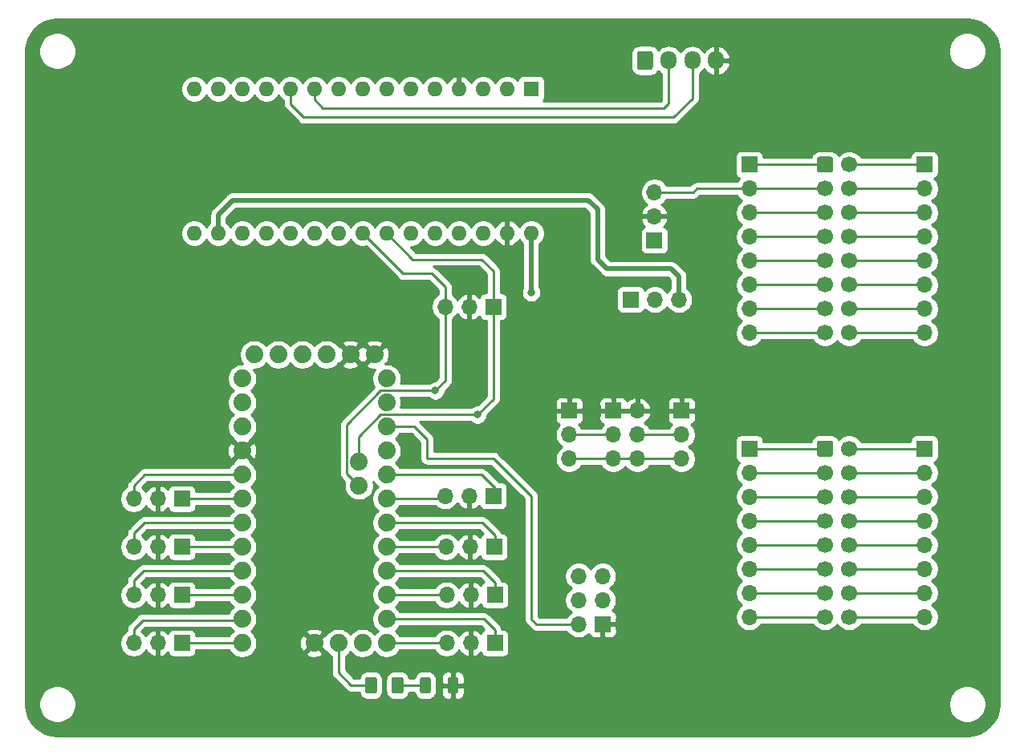
<source format=gbr>
G04 #@! TF.GenerationSoftware,KiCad,Pcbnew,5.1.9+dfsg1-1~bpo10+1*
G04 #@! TF.CreationDate,2021-10-27T12:52:50+00:00*
G04 #@! TF.ProjectId,Stm32F103Board,53746d33-3246-4313-9033-426f6172642e,rev?*
G04 #@! TF.SameCoordinates,Original*
G04 #@! TF.FileFunction,Copper,L1,Top*
G04 #@! TF.FilePolarity,Positive*
%FSLAX46Y46*%
G04 Gerber Fmt 4.6, Leading zero omitted, Abs format (unit mm)*
G04 Created by KiCad (PCBNEW 5.1.9+dfsg1-1~bpo10+1) date 2021-10-27 12:52:50*
%MOMM*%
%LPD*%
G01*
G04 APERTURE LIST*
G04 #@! TA.AperFunction,ComponentPad*
%ADD10O,1.700000X1.700000*%
G04 #@! TD*
G04 #@! TA.AperFunction,ComponentPad*
%ADD11R,1.700000X1.700000*%
G04 #@! TD*
G04 #@! TA.AperFunction,ComponentPad*
%ADD12C,1.879600*%
G04 #@! TD*
G04 #@! TA.AperFunction,ComponentPad*
%ADD13C,1.700000*%
G04 #@! TD*
G04 #@! TA.AperFunction,ComponentPad*
%ADD14O,1.700000X1.950000*%
G04 #@! TD*
G04 #@! TA.AperFunction,ComponentPad*
%ADD15O,1.600000X1.600000*%
G04 #@! TD*
G04 #@! TA.AperFunction,ComponentPad*
%ADD16R,1.600000X1.600000*%
G04 #@! TD*
G04 #@! TA.AperFunction,ViaPad*
%ADD17C,0.800000*%
G04 #@! TD*
G04 #@! TA.AperFunction,Conductor*
%ADD18C,0.500000*%
G04 #@! TD*
G04 #@! TA.AperFunction,Conductor*
%ADD19C,0.250000*%
G04 #@! TD*
G04 #@! TA.AperFunction,Conductor*
%ADD20C,0.254000*%
G04 #@! TD*
G04 #@! TA.AperFunction,Conductor*
%ADD21C,0.100000*%
G04 #@! TD*
G04 APERTURE END LIST*
G04 #@! TA.AperFunction,SMDPad,CuDef*
G36*
G01*
X71187500Y-134625001D02*
X71187500Y-133374999D01*
G75*
G02*
X71437499Y-133125000I249999J0D01*
G01*
X72062501Y-133125000D01*
G75*
G02*
X72312500Y-133374999I0J-249999D01*
G01*
X72312500Y-134625001D01*
G75*
G02*
X72062501Y-134875000I-249999J0D01*
G01*
X71437499Y-134875000D01*
G75*
G02*
X71187500Y-134625001I0J249999D01*
G01*
G37*
G04 #@! TD.AperFunction*
G04 #@! TA.AperFunction,SMDPad,CuDef*
G36*
G01*
X68262500Y-134625001D02*
X68262500Y-133374999D01*
G75*
G02*
X68512499Y-133125000I249999J0D01*
G01*
X69137501Y-133125000D01*
G75*
G02*
X69387500Y-133374999I0J-249999D01*
G01*
X69387500Y-134625001D01*
G75*
G02*
X69137501Y-134875000I-249999J0D01*
G01*
X68512499Y-134875000D01*
G75*
G02*
X68262500Y-134625001I0J249999D01*
G01*
G37*
G04 #@! TD.AperFunction*
G04 #@! TA.AperFunction,SMDPad,CuDef*
G36*
G01*
X63725000Y-133375000D02*
X63725000Y-134625000D01*
G75*
G02*
X63475000Y-134875000I-250000J0D01*
G01*
X62725000Y-134875000D01*
G75*
G02*
X62475000Y-134625000I0J250000D01*
G01*
X62475000Y-133375000D01*
G75*
G02*
X62725000Y-133125000I250000J0D01*
G01*
X63475000Y-133125000D01*
G75*
G02*
X63725000Y-133375000I0J-250000D01*
G01*
G37*
G04 #@! TD.AperFunction*
G04 #@! TA.AperFunction,SMDPad,CuDef*
G36*
G01*
X66525000Y-133375000D02*
X66525000Y-134625000D01*
G75*
G02*
X66275000Y-134875000I-250000J0D01*
G01*
X65525000Y-134875000D01*
G75*
G02*
X65275000Y-134625000I0J250000D01*
G01*
X65275000Y-133375000D01*
G75*
G02*
X65525000Y-133125000I250000J0D01*
G01*
X66275000Y-133125000D01*
G75*
G02*
X66525000Y-133375000I0J-250000D01*
G01*
G37*
G04 #@! TD.AperFunction*
D10*
X95580000Y-93250000D03*
X93040000Y-93250000D03*
D11*
X90500000Y-93250000D03*
D12*
X57120000Y-129540000D03*
X49500000Y-101600000D03*
X49500000Y-104140000D03*
X49500000Y-106680000D03*
X49500000Y-109220000D03*
X49500000Y-111760000D03*
X49500000Y-114300000D03*
X49500000Y-116840000D03*
X49500000Y-119380000D03*
X49500000Y-121920000D03*
X49500000Y-124460000D03*
X49500000Y-127000000D03*
X49500000Y-129540000D03*
X64740000Y-129540000D03*
X64740000Y-127000000D03*
X64740000Y-124460000D03*
X64740000Y-121920000D03*
X64740000Y-119380000D03*
X64740000Y-116840000D03*
X64740000Y-114300000D03*
X64740000Y-111760000D03*
X64740000Y-109220000D03*
X64740000Y-106680000D03*
X64740000Y-104140000D03*
X64740000Y-101600000D03*
X59660000Y-129540000D03*
X62200000Y-129540000D03*
X61819000Y-110363000D03*
X61819000Y-112903000D03*
X50770000Y-99060000D03*
X53310000Y-99060000D03*
X55850000Y-99060000D03*
X58390000Y-99060000D03*
X60930000Y-99060000D03*
X63470000Y-99060000D03*
D10*
X95850000Y-110080000D03*
X95850000Y-107540000D03*
D11*
X95850000Y-105000000D03*
D10*
X91190000Y-110080000D03*
X88650000Y-110080000D03*
X91190000Y-107540000D03*
X88650000Y-107540000D03*
X91190000Y-105000000D03*
D11*
X88650000Y-105000000D03*
D10*
X84000000Y-110080000D03*
X84000000Y-107540000D03*
D11*
X84000000Y-105000000D03*
D10*
X121500000Y-126780000D03*
X121500000Y-124240000D03*
X121500000Y-121700000D03*
X121500000Y-119160000D03*
X121500000Y-116620000D03*
X121500000Y-114080000D03*
X121500000Y-111540000D03*
D11*
X121500000Y-109000000D03*
D10*
X121500000Y-96780000D03*
X121500000Y-94240000D03*
X121500000Y-91700000D03*
X121500000Y-89160000D03*
X121500000Y-86620000D03*
X121500000Y-84080000D03*
X121500000Y-81540000D03*
D11*
X121500000Y-79000000D03*
D10*
X103000000Y-126780000D03*
X103000000Y-124240000D03*
X103000000Y-121700000D03*
X103000000Y-119160000D03*
X103000000Y-116620000D03*
X103000000Y-114080000D03*
X103000000Y-111540000D03*
D11*
X103000000Y-109000000D03*
D10*
X103000000Y-96780000D03*
X103000000Y-94240000D03*
X103000000Y-91700000D03*
X103000000Y-89160000D03*
X103000000Y-86620000D03*
X103000000Y-84080000D03*
X103000000Y-81540000D03*
D11*
X103000000Y-79000000D03*
D13*
X113540000Y-126780000D03*
X113540000Y-124240000D03*
X113540000Y-121700000D03*
X113540000Y-119160000D03*
X113540000Y-116620000D03*
X113540000Y-114080000D03*
X113540000Y-111540000D03*
X113540000Y-109000000D03*
X111000000Y-126780000D03*
X111000000Y-124240000D03*
X111000000Y-121700000D03*
X111000000Y-119160000D03*
X111000000Y-116620000D03*
X111000000Y-114080000D03*
X111000000Y-111540000D03*
G04 #@! TA.AperFunction,ComponentPad*
G36*
G01*
X110150000Y-109600000D02*
X110150000Y-108400000D01*
G75*
G02*
X110400000Y-108150000I250000J0D01*
G01*
X111600000Y-108150000D01*
G75*
G02*
X111850000Y-108400000I0J-250000D01*
G01*
X111850000Y-109600000D01*
G75*
G02*
X111600000Y-109850000I-250000J0D01*
G01*
X110400000Y-109850000D01*
G75*
G02*
X110150000Y-109600000I0J250000D01*
G01*
G37*
G04 #@! TD.AperFunction*
X113540000Y-96780000D03*
X113540000Y-94240000D03*
X113540000Y-91700000D03*
X113540000Y-89160000D03*
X113540000Y-86620000D03*
X113540000Y-84080000D03*
X113540000Y-81540000D03*
X113540000Y-79000000D03*
X111000000Y-96780000D03*
X111000000Y-94240000D03*
X111000000Y-91700000D03*
X111000000Y-89160000D03*
X111000000Y-86620000D03*
X111000000Y-84080000D03*
X111000000Y-81540000D03*
G04 #@! TA.AperFunction,ComponentPad*
G36*
G01*
X110150000Y-79600000D02*
X110150000Y-78400000D01*
G75*
G02*
X110400000Y-78150000I250000J0D01*
G01*
X111600000Y-78150000D01*
G75*
G02*
X111850000Y-78400000I0J-250000D01*
G01*
X111850000Y-79600000D01*
G75*
G02*
X111600000Y-79850000I-250000J0D01*
G01*
X110400000Y-79850000D01*
G75*
G02*
X110150000Y-79600000I0J250000D01*
G01*
G37*
G04 #@! TD.AperFunction*
D10*
X93000000Y-81920000D03*
X93000000Y-84460000D03*
D11*
X93000000Y-87000000D03*
D10*
X70920000Y-94000000D03*
X73460000Y-94000000D03*
D11*
X76000000Y-94000000D03*
D14*
X99500000Y-68000000D03*
X97000000Y-68000000D03*
X94500000Y-68000000D03*
G04 #@! TA.AperFunction,ComponentPad*
G36*
G01*
X91150000Y-68725000D02*
X91150000Y-67275000D01*
G75*
G02*
X91400000Y-67025000I250000J0D01*
G01*
X92600000Y-67025000D01*
G75*
G02*
X92850000Y-67275000I0J-250000D01*
G01*
X92850000Y-68725000D01*
G75*
G02*
X92600000Y-68975000I-250000J0D01*
G01*
X91400000Y-68975000D01*
G75*
G02*
X91150000Y-68725000I0J250000D01*
G01*
G37*
G04 #@! TD.AperFunction*
D10*
X38060000Y-129540000D03*
X40600000Y-129540000D03*
D11*
X43140000Y-129540000D03*
D10*
X38060000Y-124460000D03*
X40600000Y-124460000D03*
D11*
X43140000Y-124460000D03*
D10*
X38060000Y-119380000D03*
X40600000Y-119380000D03*
D11*
X43140000Y-119380000D03*
D10*
X38060000Y-114300000D03*
X40600000Y-114300000D03*
D11*
X43140000Y-114300000D03*
D10*
X70920000Y-114000000D03*
X73460000Y-114000000D03*
D11*
X76000000Y-114000000D03*
D10*
X71000000Y-119380000D03*
X73540000Y-119380000D03*
D11*
X76080000Y-119380000D03*
D10*
X71080000Y-124460000D03*
X73620000Y-124460000D03*
D11*
X76160000Y-124460000D03*
D10*
X71080000Y-129540000D03*
X73620000Y-129540000D03*
D11*
X76160000Y-129540000D03*
D10*
X85000000Y-122460000D03*
X87540000Y-122460000D03*
X85000000Y-125000000D03*
X87540000Y-125000000D03*
X85000000Y-127540000D03*
D11*
X87540000Y-127540000D03*
D15*
X44440000Y-86240000D03*
X44440000Y-71000000D03*
X80000000Y-86240000D03*
X46980000Y-71000000D03*
X77460000Y-86240000D03*
X49520000Y-71000000D03*
X74920000Y-86240000D03*
X52060000Y-71000000D03*
X72380000Y-86240000D03*
X54600000Y-71000000D03*
X69840000Y-86240000D03*
X57140000Y-71000000D03*
X67300000Y-86240000D03*
X59680000Y-71000000D03*
X64760000Y-86240000D03*
X62220000Y-71000000D03*
X62220000Y-86240000D03*
X64760000Y-71000000D03*
X59680000Y-86240000D03*
X67300000Y-71000000D03*
X57140000Y-86240000D03*
X69840000Y-71000000D03*
X54600000Y-86240000D03*
X72380000Y-71000000D03*
X52060000Y-86240000D03*
X74920000Y-71000000D03*
X49520000Y-86240000D03*
X77460000Y-71000000D03*
X46980000Y-86240000D03*
D16*
X80000000Y-71000000D03*
D17*
X80000000Y-92500000D03*
X69874801Y-102875199D03*
X74334801Y-105415199D03*
D18*
X80000000Y-92500000D02*
X80000000Y-86240000D01*
D19*
X97000000Y-68000000D02*
X97000000Y-72000000D01*
X97000000Y-72000000D02*
X95000000Y-74000000D01*
X95000000Y-74000000D02*
X56000000Y-74000000D01*
X54600000Y-72600000D02*
X54600000Y-71000000D01*
X56000000Y-74000000D02*
X54600000Y-72600000D01*
X94500000Y-68000000D02*
X94500000Y-72500000D01*
X94500000Y-72500000D02*
X94000000Y-73000000D01*
X94000000Y-73000000D02*
X58000000Y-73000000D01*
X57140000Y-72140000D02*
X57140000Y-71000000D01*
X58000000Y-73000000D02*
X57140000Y-72140000D01*
X64740000Y-124460000D02*
X71080000Y-124460000D01*
X76160000Y-124460000D02*
X76160000Y-123160000D01*
X74920000Y-121920000D02*
X64740000Y-121920000D01*
X76160000Y-123160000D02*
X74920000Y-121920000D01*
X76160000Y-129540000D02*
X76160000Y-128160000D01*
X75000000Y-127000000D02*
X64740000Y-127000000D01*
X76160000Y-128160000D02*
X75000000Y-127000000D01*
X64740000Y-106680000D02*
X67680000Y-106680000D01*
X67680000Y-106680000D02*
X69000000Y-108000000D01*
X69000000Y-108000000D02*
X69000000Y-110000000D01*
X69000000Y-110000000D02*
X76000000Y-110000000D01*
X76000000Y-110000000D02*
X80000000Y-114000000D01*
X80000000Y-114000000D02*
X80000000Y-127000000D01*
X80540000Y-127540000D02*
X85000000Y-127540000D01*
X80000000Y-127000000D02*
X80540000Y-127540000D01*
X64740000Y-129540000D02*
X71080000Y-129540000D01*
X64740000Y-119380000D02*
X71080000Y-119380000D01*
X76160000Y-119380000D02*
X76160000Y-118160000D01*
X74840000Y-116840000D02*
X64740000Y-116840000D01*
X76160000Y-118160000D02*
X74840000Y-116840000D01*
X64740000Y-114300000D02*
X71080000Y-114300000D01*
X76160000Y-114300000D02*
X76160000Y-113160000D01*
X74760000Y-111760000D02*
X64740000Y-111760000D01*
X76160000Y-113160000D02*
X74760000Y-111760000D01*
X38060000Y-114300000D02*
X38060000Y-112940000D01*
X39240000Y-111760000D02*
X49500000Y-111760000D01*
X38060000Y-112940000D02*
X39240000Y-111760000D01*
X43140000Y-114300000D02*
X49500000Y-114300000D01*
X38060000Y-119380000D02*
X38060000Y-117940000D01*
X39160000Y-116840000D02*
X49500000Y-116840000D01*
X38060000Y-117940000D02*
X39160000Y-116840000D01*
X43140000Y-119380000D02*
X49500000Y-119380000D01*
X43140000Y-124460000D02*
X49500000Y-124460000D01*
X38060000Y-124460000D02*
X38060000Y-122940000D01*
X39080000Y-121920000D02*
X49500000Y-121920000D01*
X38060000Y-122940000D02*
X39080000Y-121920000D01*
X38060000Y-129540000D02*
X38060000Y-128060000D01*
X38060000Y-128060000D02*
X39000000Y-127120000D01*
X49380000Y-127120000D02*
X49500000Y-127000000D01*
X39000000Y-127120000D02*
X49380000Y-127120000D01*
X43140000Y-129540000D02*
X49500000Y-129540000D01*
X121500000Y-96780000D02*
X113540000Y-96780000D01*
X113540000Y-94240000D02*
X121500000Y-94240000D01*
X121500000Y-91700000D02*
X113540000Y-91700000D01*
X113540000Y-89160000D02*
X121500000Y-89160000D01*
X121500000Y-86620000D02*
X113540000Y-86620000D01*
X113540000Y-84080000D02*
X121500000Y-84080000D01*
X121500000Y-81540000D02*
X113540000Y-81540000D01*
X113540000Y-79000000D02*
X121500000Y-79000000D01*
X111000000Y-96780000D02*
X103000000Y-96780000D01*
X103000000Y-94240000D02*
X111000000Y-94240000D01*
X111000000Y-91700000D02*
X103000000Y-91700000D01*
X103000000Y-89160000D02*
X111000000Y-89160000D01*
X111000000Y-86620000D02*
X103000000Y-86620000D01*
X103000000Y-84080000D02*
X111000000Y-84080000D01*
X103000000Y-79000000D02*
X111000000Y-79000000D01*
X121500000Y-126780000D02*
X113540000Y-126780000D01*
X113540000Y-124240000D02*
X121500000Y-124240000D01*
X121500000Y-121700000D02*
X113540000Y-121700000D01*
X113540000Y-119160000D02*
X121500000Y-119160000D01*
X62220000Y-86240000D02*
X66480000Y-90500000D01*
X66480000Y-90500000D02*
X69500000Y-90500000D01*
X70920000Y-91920000D02*
X70920000Y-94000000D01*
X69500000Y-90500000D02*
X70920000Y-91920000D01*
X70920000Y-101830000D02*
X70920000Y-94000000D01*
X69874801Y-102875199D02*
X70920000Y-101830000D01*
X64132895Y-102875199D02*
X69874801Y-102875199D01*
X60554199Y-106453895D02*
X64132895Y-102875199D01*
X60554199Y-111638199D02*
X60554199Y-106453895D01*
X61819000Y-112903000D02*
X60554199Y-111638199D01*
X121500000Y-116620000D02*
X113540000Y-116620000D01*
X113540000Y-114080000D02*
X121500000Y-114080000D01*
X121500000Y-111540000D02*
X113540000Y-111540000D01*
X113540000Y-109000000D02*
X121500000Y-109000000D01*
X111000000Y-126780000D02*
X103000000Y-126780000D01*
X103000000Y-124240000D02*
X111000000Y-124240000D01*
X111000000Y-121700000D02*
X103000000Y-121700000D01*
X103000000Y-119160000D02*
X111000000Y-119160000D01*
X64760000Y-86240000D02*
X67520000Y-89000000D01*
X67520000Y-89000000D02*
X74750000Y-89000000D01*
X76000000Y-90250000D02*
X76000000Y-94000000D01*
X74750000Y-89000000D02*
X76000000Y-90250000D01*
X64132895Y-105415199D02*
X74334801Y-105415199D01*
X61819000Y-107729094D02*
X64132895Y-105415199D01*
X61819000Y-110363000D02*
X61819000Y-107729094D01*
X74334801Y-105415199D02*
X76000000Y-103750000D01*
X76000000Y-103750000D02*
X76000000Y-94000000D01*
X103000000Y-116620000D02*
X111000000Y-116620000D01*
X103000000Y-114080000D02*
X111000000Y-114080000D01*
X111000000Y-111540000D02*
X103000000Y-111540000D01*
X103000000Y-109000000D02*
X111000000Y-109000000D01*
X91190000Y-110080000D02*
X95850000Y-110080000D01*
X88650000Y-110080000D02*
X84000000Y-110080000D01*
X91190000Y-110080000D02*
X88650000Y-110080000D01*
D18*
X46980000Y-86240000D02*
X46980000Y-84270000D01*
X46980000Y-84270000D02*
X48500000Y-82750000D01*
X48500000Y-82750000D02*
X86000000Y-82750000D01*
X86000000Y-82750000D02*
X87000000Y-83750000D01*
X87000000Y-83750000D02*
X87000000Y-89000000D01*
X87000000Y-89000000D02*
X88000000Y-90000000D01*
X88000000Y-90000000D02*
X94750000Y-90000000D01*
X95580000Y-90830000D02*
X95580000Y-93250000D01*
X94750000Y-90000000D02*
X95580000Y-90830000D01*
D19*
X84000000Y-107540000D02*
X88650000Y-107540000D01*
X95850000Y-107540000D02*
X91190000Y-107540000D01*
X111000000Y-81540000D02*
X103000000Y-81540000D01*
X103000000Y-81540000D02*
X97460000Y-81540000D01*
X97080000Y-81920000D02*
X93000000Y-81920000D01*
X97460000Y-81540000D02*
X97080000Y-81920000D01*
X63100000Y-134000000D02*
X61000000Y-134000000D01*
X59660000Y-132660000D02*
X59660000Y-129540000D01*
X61000000Y-134000000D02*
X59660000Y-132660000D01*
X68825000Y-134000000D02*
X65900000Y-134000000D01*
D20*
X126648126Y-63726714D02*
X127271572Y-63914943D01*
X127846579Y-64220681D01*
X128351247Y-64632279D01*
X128766362Y-65134067D01*
X129076105Y-65706924D01*
X129268682Y-66329039D01*
X129340000Y-67007584D01*
X129340001Y-135967711D01*
X129273286Y-136648126D01*
X129085057Y-137271570D01*
X128779323Y-137846573D01*
X128367721Y-138351248D01*
X127865933Y-138766362D01*
X127293077Y-139076104D01*
X126670961Y-139268682D01*
X125992417Y-139340000D01*
X30032279Y-139340000D01*
X29351874Y-139273286D01*
X28728430Y-139085057D01*
X28153427Y-138779323D01*
X27648752Y-138367721D01*
X27233638Y-137865933D01*
X26923896Y-137293077D01*
X26731318Y-136670961D01*
X26660000Y-135992417D01*
X26660000Y-135804495D01*
X28015000Y-135804495D01*
X28015000Y-136195505D01*
X28091282Y-136579003D01*
X28240915Y-136940250D01*
X28458149Y-137265364D01*
X28734636Y-137541851D01*
X29059750Y-137759085D01*
X29420997Y-137908718D01*
X29804495Y-137985000D01*
X30195505Y-137985000D01*
X30579003Y-137908718D01*
X30940250Y-137759085D01*
X31265364Y-137541851D01*
X31541851Y-137265364D01*
X31759085Y-136940250D01*
X31908718Y-136579003D01*
X31985000Y-136195505D01*
X31985000Y-135804495D01*
X124015000Y-135804495D01*
X124015000Y-136195505D01*
X124091282Y-136579003D01*
X124240915Y-136940250D01*
X124458149Y-137265364D01*
X124734636Y-137541851D01*
X125059750Y-137759085D01*
X125420997Y-137908718D01*
X125804495Y-137985000D01*
X126195505Y-137985000D01*
X126579003Y-137908718D01*
X126940250Y-137759085D01*
X127265364Y-137541851D01*
X127541851Y-137265364D01*
X127759085Y-136940250D01*
X127908718Y-136579003D01*
X127985000Y-136195505D01*
X127985000Y-135804495D01*
X127908718Y-135420997D01*
X127759085Y-135059750D01*
X127541851Y-134734636D01*
X127265364Y-134458149D01*
X126940250Y-134240915D01*
X126579003Y-134091282D01*
X126195505Y-134015000D01*
X125804495Y-134015000D01*
X125420997Y-134091282D01*
X125059750Y-134240915D01*
X124734636Y-134458149D01*
X124458149Y-134734636D01*
X124240915Y-135059750D01*
X124091282Y-135420997D01*
X124015000Y-135804495D01*
X31985000Y-135804495D01*
X31908718Y-135420997D01*
X31759085Y-135059750D01*
X31541851Y-134734636D01*
X31265364Y-134458149D01*
X30940250Y-134240915D01*
X30579003Y-134091282D01*
X30195505Y-134015000D01*
X29804495Y-134015000D01*
X29420997Y-134091282D01*
X29059750Y-134240915D01*
X28734636Y-134458149D01*
X28458149Y-134734636D01*
X28240915Y-135059750D01*
X28091282Y-135420997D01*
X28015000Y-135804495D01*
X26660000Y-135804495D01*
X26660000Y-114153740D01*
X36575000Y-114153740D01*
X36575000Y-114446260D01*
X36632068Y-114733158D01*
X36744010Y-115003411D01*
X36906525Y-115246632D01*
X37113368Y-115453475D01*
X37356589Y-115615990D01*
X37626842Y-115727932D01*
X37913740Y-115785000D01*
X38206260Y-115785000D01*
X38493158Y-115727932D01*
X38763411Y-115615990D01*
X39006632Y-115453475D01*
X39213475Y-115246632D01*
X39335195Y-115064466D01*
X39404822Y-115181355D01*
X39599731Y-115397588D01*
X39833080Y-115571641D01*
X40095901Y-115696825D01*
X40243110Y-115741476D01*
X40473000Y-115620155D01*
X40473000Y-114427000D01*
X40453000Y-114427000D01*
X40453000Y-114173000D01*
X40473000Y-114173000D01*
X40473000Y-112979845D01*
X40243110Y-112858524D01*
X40095901Y-112903175D01*
X39833080Y-113028359D01*
X39599731Y-113202412D01*
X39404822Y-113418645D01*
X39335195Y-113535534D01*
X39213475Y-113353368D01*
X39006632Y-113146525D01*
X38959661Y-113115140D01*
X39554802Y-112520000D01*
X48113819Y-112520000D01*
X48276773Y-112763877D01*
X48496123Y-112983227D01*
X48566124Y-113030000D01*
X48496123Y-113076773D01*
X48276773Y-113296123D01*
X48113819Y-113540000D01*
X44628072Y-113540000D01*
X44628072Y-113450000D01*
X44615812Y-113325518D01*
X44579502Y-113205820D01*
X44520537Y-113095506D01*
X44441185Y-112998815D01*
X44344494Y-112919463D01*
X44234180Y-112860498D01*
X44114482Y-112824188D01*
X43990000Y-112811928D01*
X42290000Y-112811928D01*
X42165518Y-112824188D01*
X42045820Y-112860498D01*
X41935506Y-112919463D01*
X41838815Y-112998815D01*
X41759463Y-113095506D01*
X41700498Y-113205820D01*
X41676034Y-113286466D01*
X41600269Y-113202412D01*
X41366920Y-113028359D01*
X41104099Y-112903175D01*
X40956890Y-112858524D01*
X40727000Y-112979845D01*
X40727000Y-114173000D01*
X40747000Y-114173000D01*
X40747000Y-114427000D01*
X40727000Y-114427000D01*
X40727000Y-115620155D01*
X40956890Y-115741476D01*
X41104099Y-115696825D01*
X41366920Y-115571641D01*
X41600269Y-115397588D01*
X41676034Y-115313534D01*
X41700498Y-115394180D01*
X41759463Y-115504494D01*
X41838815Y-115601185D01*
X41935506Y-115680537D01*
X42045820Y-115739502D01*
X42165518Y-115775812D01*
X42290000Y-115788072D01*
X43990000Y-115788072D01*
X44114482Y-115775812D01*
X44234180Y-115739502D01*
X44344494Y-115680537D01*
X44441185Y-115601185D01*
X44520537Y-115504494D01*
X44579502Y-115394180D01*
X44615812Y-115274482D01*
X44628072Y-115150000D01*
X44628072Y-115060000D01*
X48113819Y-115060000D01*
X48276773Y-115303877D01*
X48496123Y-115523227D01*
X48566124Y-115570000D01*
X48496123Y-115616773D01*
X48276773Y-115836123D01*
X48113819Y-116080000D01*
X39197323Y-116080000D01*
X39160000Y-116076324D01*
X39122677Y-116080000D01*
X39122667Y-116080000D01*
X39011014Y-116090997D01*
X38867753Y-116134454D01*
X38735723Y-116205026D01*
X38652083Y-116273668D01*
X38619999Y-116299999D01*
X38596201Y-116328997D01*
X37548998Y-117376201D01*
X37520000Y-117399999D01*
X37496202Y-117428997D01*
X37496201Y-117428998D01*
X37425026Y-117515724D01*
X37354454Y-117647754D01*
X37310998Y-117791015D01*
X37296324Y-117940000D01*
X37300001Y-117977332D01*
X37300001Y-118101821D01*
X37113368Y-118226525D01*
X36906525Y-118433368D01*
X36744010Y-118676589D01*
X36632068Y-118946842D01*
X36575000Y-119233740D01*
X36575000Y-119526260D01*
X36632068Y-119813158D01*
X36744010Y-120083411D01*
X36906525Y-120326632D01*
X37113368Y-120533475D01*
X37356589Y-120695990D01*
X37626842Y-120807932D01*
X37913740Y-120865000D01*
X38206260Y-120865000D01*
X38493158Y-120807932D01*
X38763411Y-120695990D01*
X39006632Y-120533475D01*
X39213475Y-120326632D01*
X39335195Y-120144466D01*
X39404822Y-120261355D01*
X39599731Y-120477588D01*
X39833080Y-120651641D01*
X40095901Y-120776825D01*
X40243110Y-120821476D01*
X40473000Y-120700155D01*
X40473000Y-119507000D01*
X40453000Y-119507000D01*
X40453000Y-119253000D01*
X40473000Y-119253000D01*
X40473000Y-118059845D01*
X40243110Y-117938524D01*
X40095901Y-117983175D01*
X39833080Y-118108359D01*
X39599731Y-118282412D01*
X39404822Y-118498645D01*
X39335195Y-118615534D01*
X39213475Y-118433368D01*
X39006632Y-118226525D01*
X38911705Y-118163097D01*
X39474802Y-117600000D01*
X48113819Y-117600000D01*
X48276773Y-117843877D01*
X48496123Y-118063227D01*
X48566124Y-118110000D01*
X48496123Y-118156773D01*
X48276773Y-118376123D01*
X48113819Y-118620000D01*
X44628072Y-118620000D01*
X44628072Y-118530000D01*
X44615812Y-118405518D01*
X44579502Y-118285820D01*
X44520537Y-118175506D01*
X44441185Y-118078815D01*
X44344494Y-117999463D01*
X44234180Y-117940498D01*
X44114482Y-117904188D01*
X43990000Y-117891928D01*
X42290000Y-117891928D01*
X42165518Y-117904188D01*
X42045820Y-117940498D01*
X41935506Y-117999463D01*
X41838815Y-118078815D01*
X41759463Y-118175506D01*
X41700498Y-118285820D01*
X41676034Y-118366466D01*
X41600269Y-118282412D01*
X41366920Y-118108359D01*
X41104099Y-117983175D01*
X40956890Y-117938524D01*
X40727000Y-118059845D01*
X40727000Y-119253000D01*
X40747000Y-119253000D01*
X40747000Y-119507000D01*
X40727000Y-119507000D01*
X40727000Y-120700155D01*
X40956890Y-120821476D01*
X41104099Y-120776825D01*
X41366920Y-120651641D01*
X41600269Y-120477588D01*
X41676034Y-120393534D01*
X41700498Y-120474180D01*
X41759463Y-120584494D01*
X41838815Y-120681185D01*
X41935506Y-120760537D01*
X42045820Y-120819502D01*
X42165518Y-120855812D01*
X42290000Y-120868072D01*
X43990000Y-120868072D01*
X44114482Y-120855812D01*
X44234180Y-120819502D01*
X44344494Y-120760537D01*
X44441185Y-120681185D01*
X44520537Y-120584494D01*
X44579502Y-120474180D01*
X44615812Y-120354482D01*
X44628072Y-120230000D01*
X44628072Y-120140000D01*
X48113819Y-120140000D01*
X48276773Y-120383877D01*
X48496123Y-120603227D01*
X48566124Y-120650000D01*
X48496123Y-120696773D01*
X48276773Y-120916123D01*
X48113819Y-121160000D01*
X39117323Y-121160000D01*
X39080000Y-121156324D01*
X39042677Y-121160000D01*
X39042667Y-121160000D01*
X38931014Y-121170997D01*
X38787753Y-121214454D01*
X38655724Y-121285026D01*
X38539999Y-121379999D01*
X38516201Y-121408997D01*
X37548998Y-122376201D01*
X37520000Y-122399999D01*
X37496202Y-122428997D01*
X37496201Y-122428998D01*
X37425026Y-122515724D01*
X37354454Y-122647754D01*
X37310998Y-122791015D01*
X37296324Y-122940000D01*
X37300001Y-122977332D01*
X37300001Y-123181821D01*
X37113368Y-123306525D01*
X36906525Y-123513368D01*
X36744010Y-123756589D01*
X36632068Y-124026842D01*
X36575000Y-124313740D01*
X36575000Y-124606260D01*
X36632068Y-124893158D01*
X36744010Y-125163411D01*
X36906525Y-125406632D01*
X37113368Y-125613475D01*
X37356589Y-125775990D01*
X37626842Y-125887932D01*
X37913740Y-125945000D01*
X38206260Y-125945000D01*
X38493158Y-125887932D01*
X38763411Y-125775990D01*
X39006632Y-125613475D01*
X39213475Y-125406632D01*
X39335195Y-125224466D01*
X39404822Y-125341355D01*
X39599731Y-125557588D01*
X39833080Y-125731641D01*
X40095901Y-125856825D01*
X40243110Y-125901476D01*
X40473000Y-125780155D01*
X40473000Y-124587000D01*
X40453000Y-124587000D01*
X40453000Y-124333000D01*
X40473000Y-124333000D01*
X40473000Y-123139845D01*
X40243110Y-123018524D01*
X40095901Y-123063175D01*
X39833080Y-123188359D01*
X39599731Y-123362412D01*
X39404822Y-123578645D01*
X39335195Y-123695534D01*
X39213475Y-123513368D01*
X39006632Y-123306525D01*
X38863748Y-123211053D01*
X39394802Y-122680000D01*
X48113819Y-122680000D01*
X48276773Y-122923877D01*
X48496123Y-123143227D01*
X48566124Y-123190000D01*
X48496123Y-123236773D01*
X48276773Y-123456123D01*
X48113819Y-123700000D01*
X44628072Y-123700000D01*
X44628072Y-123610000D01*
X44615812Y-123485518D01*
X44579502Y-123365820D01*
X44520537Y-123255506D01*
X44441185Y-123158815D01*
X44344494Y-123079463D01*
X44234180Y-123020498D01*
X44114482Y-122984188D01*
X43990000Y-122971928D01*
X42290000Y-122971928D01*
X42165518Y-122984188D01*
X42045820Y-123020498D01*
X41935506Y-123079463D01*
X41838815Y-123158815D01*
X41759463Y-123255506D01*
X41700498Y-123365820D01*
X41676034Y-123446466D01*
X41600269Y-123362412D01*
X41366920Y-123188359D01*
X41104099Y-123063175D01*
X40956890Y-123018524D01*
X40727000Y-123139845D01*
X40727000Y-124333000D01*
X40747000Y-124333000D01*
X40747000Y-124587000D01*
X40727000Y-124587000D01*
X40727000Y-125780155D01*
X40956890Y-125901476D01*
X41104099Y-125856825D01*
X41366920Y-125731641D01*
X41600269Y-125557588D01*
X41676034Y-125473534D01*
X41700498Y-125554180D01*
X41759463Y-125664494D01*
X41838815Y-125761185D01*
X41935506Y-125840537D01*
X42045820Y-125899502D01*
X42165518Y-125935812D01*
X42290000Y-125948072D01*
X43990000Y-125948072D01*
X44114482Y-125935812D01*
X44234180Y-125899502D01*
X44344494Y-125840537D01*
X44441185Y-125761185D01*
X44520537Y-125664494D01*
X44579502Y-125554180D01*
X44615812Y-125434482D01*
X44628072Y-125310000D01*
X44628072Y-125220000D01*
X48113819Y-125220000D01*
X48276773Y-125463877D01*
X48496123Y-125683227D01*
X48566124Y-125730000D01*
X48496123Y-125776773D01*
X48276773Y-125996123D01*
X48104430Y-126254052D01*
X48060545Y-126360000D01*
X39037325Y-126360000D01*
X39000000Y-126356324D01*
X38962675Y-126360000D01*
X38962667Y-126360000D01*
X38851014Y-126370997D01*
X38707753Y-126414454D01*
X38575724Y-126485026D01*
X38459999Y-126579999D01*
X38436201Y-126608997D01*
X37548998Y-127496201D01*
X37520000Y-127519999D01*
X37496202Y-127548997D01*
X37496201Y-127548998D01*
X37425026Y-127635724D01*
X37354454Y-127767754D01*
X37310998Y-127911015D01*
X37296324Y-128060000D01*
X37300001Y-128097332D01*
X37300001Y-128261821D01*
X37113368Y-128386525D01*
X36906525Y-128593368D01*
X36744010Y-128836589D01*
X36632068Y-129106842D01*
X36575000Y-129393740D01*
X36575000Y-129686260D01*
X36632068Y-129973158D01*
X36744010Y-130243411D01*
X36906525Y-130486632D01*
X37113368Y-130693475D01*
X37356589Y-130855990D01*
X37626842Y-130967932D01*
X37913740Y-131025000D01*
X38206260Y-131025000D01*
X38493158Y-130967932D01*
X38763411Y-130855990D01*
X39006632Y-130693475D01*
X39213475Y-130486632D01*
X39335195Y-130304466D01*
X39404822Y-130421355D01*
X39599731Y-130637588D01*
X39833080Y-130811641D01*
X40095901Y-130936825D01*
X40243110Y-130981476D01*
X40473000Y-130860155D01*
X40473000Y-129667000D01*
X40453000Y-129667000D01*
X40453000Y-129413000D01*
X40473000Y-129413000D01*
X40473000Y-128219845D01*
X40243110Y-128098524D01*
X40095901Y-128143175D01*
X39833080Y-128268359D01*
X39599731Y-128442412D01*
X39404822Y-128658645D01*
X39335195Y-128775534D01*
X39213475Y-128593368D01*
X39006632Y-128386525D01*
X38887726Y-128307075D01*
X39314802Y-127880000D01*
X48194001Y-127880000D01*
X48276773Y-128003877D01*
X48496123Y-128223227D01*
X48566124Y-128270000D01*
X48496123Y-128316773D01*
X48276773Y-128536123D01*
X48113819Y-128780000D01*
X44628072Y-128780000D01*
X44628072Y-128690000D01*
X44615812Y-128565518D01*
X44579502Y-128445820D01*
X44520537Y-128335506D01*
X44441185Y-128238815D01*
X44344494Y-128159463D01*
X44234180Y-128100498D01*
X44114482Y-128064188D01*
X43990000Y-128051928D01*
X42290000Y-128051928D01*
X42165518Y-128064188D01*
X42045820Y-128100498D01*
X41935506Y-128159463D01*
X41838815Y-128238815D01*
X41759463Y-128335506D01*
X41700498Y-128445820D01*
X41676034Y-128526466D01*
X41600269Y-128442412D01*
X41366920Y-128268359D01*
X41104099Y-128143175D01*
X40956890Y-128098524D01*
X40727000Y-128219845D01*
X40727000Y-129413000D01*
X40747000Y-129413000D01*
X40747000Y-129667000D01*
X40727000Y-129667000D01*
X40727000Y-130860155D01*
X40956890Y-130981476D01*
X41104099Y-130936825D01*
X41366920Y-130811641D01*
X41600269Y-130637588D01*
X41676034Y-130553534D01*
X41700498Y-130634180D01*
X41759463Y-130744494D01*
X41838815Y-130841185D01*
X41935506Y-130920537D01*
X42045820Y-130979502D01*
X42165518Y-131015812D01*
X42290000Y-131028072D01*
X43990000Y-131028072D01*
X44114482Y-131015812D01*
X44234180Y-130979502D01*
X44344494Y-130920537D01*
X44441185Y-130841185D01*
X44520537Y-130744494D01*
X44579502Y-130634180D01*
X44615812Y-130514482D01*
X44628072Y-130390000D01*
X44628072Y-130300000D01*
X48113819Y-130300000D01*
X48276773Y-130543877D01*
X48496123Y-130763227D01*
X48754052Y-130935570D01*
X49040648Y-131054282D01*
X49344896Y-131114800D01*
X49655104Y-131114800D01*
X49959352Y-131054282D01*
X50245948Y-130935570D01*
X50503877Y-130763227D01*
X50634628Y-130632476D01*
X56207129Y-130632476D01*
X56295623Y-130890723D01*
X56574976Y-131025597D01*
X56875275Y-131103381D01*
X57184977Y-131121084D01*
X57492184Y-131078027D01*
X57785086Y-130975865D01*
X57944377Y-130890723D01*
X58032871Y-130632476D01*
X57120000Y-129719605D01*
X56207129Y-130632476D01*
X50634628Y-130632476D01*
X50723227Y-130543877D01*
X50895570Y-130285948D01*
X51014282Y-129999352D01*
X51074800Y-129695104D01*
X51074800Y-129604977D01*
X55538916Y-129604977D01*
X55581973Y-129912184D01*
X55684135Y-130205086D01*
X55769277Y-130364377D01*
X56027524Y-130452871D01*
X56940395Y-129540000D01*
X56027524Y-128627129D01*
X55769277Y-128715623D01*
X55634403Y-128994976D01*
X55556619Y-129295275D01*
X55538916Y-129604977D01*
X51074800Y-129604977D01*
X51074800Y-129384896D01*
X51014282Y-129080648D01*
X50895570Y-128794052D01*
X50723227Y-128536123D01*
X50634628Y-128447524D01*
X56207129Y-128447524D01*
X57120000Y-129360395D01*
X58032871Y-128447524D01*
X57944377Y-128189277D01*
X57665024Y-128054403D01*
X57364725Y-127976619D01*
X57055023Y-127958916D01*
X56747816Y-128001973D01*
X56454914Y-128104135D01*
X56295623Y-128189277D01*
X56207129Y-128447524D01*
X50634628Y-128447524D01*
X50503877Y-128316773D01*
X50433876Y-128270000D01*
X50503877Y-128223227D01*
X50723227Y-128003877D01*
X50895570Y-127745948D01*
X51014282Y-127459352D01*
X51074800Y-127155104D01*
X51074800Y-126844896D01*
X51014282Y-126540648D01*
X50895570Y-126254052D01*
X50723227Y-125996123D01*
X50503877Y-125776773D01*
X50433876Y-125730000D01*
X50503877Y-125683227D01*
X50723227Y-125463877D01*
X50895570Y-125205948D01*
X51014282Y-124919352D01*
X51074800Y-124615104D01*
X51074800Y-124304896D01*
X51014282Y-124000648D01*
X50895570Y-123714052D01*
X50723227Y-123456123D01*
X50503877Y-123236773D01*
X50433876Y-123190000D01*
X50503877Y-123143227D01*
X50723227Y-122923877D01*
X50895570Y-122665948D01*
X51014282Y-122379352D01*
X51074800Y-122075104D01*
X51074800Y-121764896D01*
X51014282Y-121460648D01*
X50895570Y-121174052D01*
X50723227Y-120916123D01*
X50503877Y-120696773D01*
X50433876Y-120650000D01*
X50503877Y-120603227D01*
X50723227Y-120383877D01*
X50895570Y-120125948D01*
X51014282Y-119839352D01*
X51074800Y-119535104D01*
X51074800Y-119224896D01*
X51014282Y-118920648D01*
X50895570Y-118634052D01*
X50723227Y-118376123D01*
X50503877Y-118156773D01*
X50433876Y-118110000D01*
X50503877Y-118063227D01*
X50723227Y-117843877D01*
X50895570Y-117585948D01*
X51014282Y-117299352D01*
X51074800Y-116995104D01*
X51074800Y-116684896D01*
X51014282Y-116380648D01*
X50895570Y-116094052D01*
X50723227Y-115836123D01*
X50503877Y-115616773D01*
X50433876Y-115570000D01*
X50503877Y-115523227D01*
X50723227Y-115303877D01*
X50895570Y-115045948D01*
X51014282Y-114759352D01*
X51074800Y-114455104D01*
X51074800Y-114144896D01*
X51014282Y-113840648D01*
X50895570Y-113554052D01*
X50723227Y-113296123D01*
X50503877Y-113076773D01*
X50433876Y-113030000D01*
X50503877Y-112983227D01*
X50723227Y-112763877D01*
X50895570Y-112505948D01*
X51014282Y-112219352D01*
X51074800Y-111915104D01*
X51074800Y-111604896D01*
X51014282Y-111300648D01*
X50895570Y-111014052D01*
X50723227Y-110756123D01*
X50503877Y-110536773D01*
X50367286Y-110445505D01*
X50412871Y-110312476D01*
X49500000Y-109399605D01*
X48587129Y-110312476D01*
X48632714Y-110445505D01*
X48496123Y-110536773D01*
X48276773Y-110756123D01*
X48113819Y-111000000D01*
X39277322Y-111000000D01*
X39239999Y-110996324D01*
X39202677Y-111000000D01*
X39202667Y-111000000D01*
X39091014Y-111010997D01*
X38947753Y-111054454D01*
X38815723Y-111125026D01*
X38732083Y-111193668D01*
X38699999Y-111219999D01*
X38676201Y-111248997D01*
X37548998Y-112376201D01*
X37520000Y-112399999D01*
X37496202Y-112428997D01*
X37496201Y-112428998D01*
X37425026Y-112515724D01*
X37354454Y-112647754D01*
X37330962Y-112725200D01*
X37312605Y-112785718D01*
X37310998Y-112791015D01*
X37296324Y-112940000D01*
X37300001Y-112977332D01*
X37300001Y-113021821D01*
X37113368Y-113146525D01*
X36906525Y-113353368D01*
X36744010Y-113596589D01*
X36632068Y-113866842D01*
X36575000Y-114153740D01*
X26660000Y-114153740D01*
X26660000Y-109284977D01*
X47918916Y-109284977D01*
X47961973Y-109592184D01*
X48064135Y-109885086D01*
X48149277Y-110044377D01*
X48407524Y-110132871D01*
X49320395Y-109220000D01*
X49679605Y-109220000D01*
X50592476Y-110132871D01*
X50850723Y-110044377D01*
X50985597Y-109765024D01*
X51063381Y-109464725D01*
X51081084Y-109155023D01*
X51038027Y-108847816D01*
X50935865Y-108554914D01*
X50850723Y-108395623D01*
X50592476Y-108307129D01*
X49679605Y-109220000D01*
X49320395Y-109220000D01*
X48407524Y-108307129D01*
X48149277Y-108395623D01*
X48014403Y-108674976D01*
X47936619Y-108975275D01*
X47918916Y-109284977D01*
X26660000Y-109284977D01*
X26660000Y-101444896D01*
X47925200Y-101444896D01*
X47925200Y-101755104D01*
X47985718Y-102059352D01*
X48104430Y-102345948D01*
X48276773Y-102603877D01*
X48496123Y-102823227D01*
X48566124Y-102870000D01*
X48496123Y-102916773D01*
X48276773Y-103136123D01*
X48104430Y-103394052D01*
X47985718Y-103680648D01*
X47925200Y-103984896D01*
X47925200Y-104295104D01*
X47985718Y-104599352D01*
X48104430Y-104885948D01*
X48276773Y-105143877D01*
X48496123Y-105363227D01*
X48566124Y-105410000D01*
X48496123Y-105456773D01*
X48276773Y-105676123D01*
X48104430Y-105934052D01*
X47985718Y-106220648D01*
X47925200Y-106524896D01*
X47925200Y-106835104D01*
X47985718Y-107139352D01*
X48104430Y-107425948D01*
X48276773Y-107683877D01*
X48496123Y-107903227D01*
X48632714Y-107994495D01*
X48587129Y-108127524D01*
X49500000Y-109040395D01*
X50412871Y-108127524D01*
X50367286Y-107994495D01*
X50503877Y-107903227D01*
X50723227Y-107683877D01*
X50895570Y-107425948D01*
X51014282Y-107139352D01*
X51074800Y-106835104D01*
X51074800Y-106524896D01*
X51014282Y-106220648D01*
X50895570Y-105934052D01*
X50723227Y-105676123D01*
X50503877Y-105456773D01*
X50433876Y-105410000D01*
X50503877Y-105363227D01*
X50723227Y-105143877D01*
X50895570Y-104885948D01*
X51014282Y-104599352D01*
X51074800Y-104295104D01*
X51074800Y-103984896D01*
X51014282Y-103680648D01*
X50895570Y-103394052D01*
X50723227Y-103136123D01*
X50503877Y-102916773D01*
X50433876Y-102870000D01*
X50503877Y-102823227D01*
X50723227Y-102603877D01*
X50895570Y-102345948D01*
X51014282Y-102059352D01*
X51074800Y-101755104D01*
X51074800Y-101444896D01*
X51014282Y-101140648D01*
X50895570Y-100854052D01*
X50749070Y-100634800D01*
X50925104Y-100634800D01*
X51229352Y-100574282D01*
X51515948Y-100455570D01*
X51773877Y-100283227D01*
X51993227Y-100063877D01*
X52040000Y-99993876D01*
X52086773Y-100063877D01*
X52306123Y-100283227D01*
X52564052Y-100455570D01*
X52850648Y-100574282D01*
X53154896Y-100634800D01*
X53465104Y-100634800D01*
X53769352Y-100574282D01*
X54055948Y-100455570D01*
X54313877Y-100283227D01*
X54533227Y-100063877D01*
X54580000Y-99993876D01*
X54626773Y-100063877D01*
X54846123Y-100283227D01*
X55104052Y-100455570D01*
X55390648Y-100574282D01*
X55694896Y-100634800D01*
X56005104Y-100634800D01*
X56309352Y-100574282D01*
X56595948Y-100455570D01*
X56853877Y-100283227D01*
X57073227Y-100063877D01*
X57120000Y-99993876D01*
X57166773Y-100063877D01*
X57386123Y-100283227D01*
X57644052Y-100455570D01*
X57930648Y-100574282D01*
X58234896Y-100634800D01*
X58545104Y-100634800D01*
X58849352Y-100574282D01*
X59135948Y-100455570D01*
X59393877Y-100283227D01*
X59524628Y-100152476D01*
X60017129Y-100152476D01*
X60105623Y-100410723D01*
X60384976Y-100545597D01*
X60685275Y-100623381D01*
X60994977Y-100641084D01*
X61302184Y-100598027D01*
X61595086Y-100495865D01*
X61754377Y-100410723D01*
X61842871Y-100152476D01*
X60930000Y-99239605D01*
X60017129Y-100152476D01*
X59524628Y-100152476D01*
X59613227Y-100063877D01*
X59704495Y-99927286D01*
X59837524Y-99972871D01*
X60750395Y-99060000D01*
X61109605Y-99060000D01*
X62022476Y-99972871D01*
X62200000Y-99912039D01*
X62377524Y-99972871D01*
X63290395Y-99060000D01*
X62377524Y-98147129D01*
X62200000Y-98207961D01*
X62022476Y-98147129D01*
X61109605Y-99060000D01*
X60750395Y-99060000D01*
X59837524Y-98147129D01*
X59704495Y-98192714D01*
X59613227Y-98056123D01*
X59524628Y-97967524D01*
X60017129Y-97967524D01*
X60930000Y-98880395D01*
X61842871Y-97967524D01*
X62557129Y-97967524D01*
X63470000Y-98880395D01*
X64382871Y-97967524D01*
X64294377Y-97709277D01*
X64015024Y-97574403D01*
X63714725Y-97496619D01*
X63405023Y-97478916D01*
X63097816Y-97521973D01*
X62804914Y-97624135D01*
X62645623Y-97709277D01*
X62557129Y-97967524D01*
X61842871Y-97967524D01*
X61754377Y-97709277D01*
X61475024Y-97574403D01*
X61174725Y-97496619D01*
X60865023Y-97478916D01*
X60557816Y-97521973D01*
X60264914Y-97624135D01*
X60105623Y-97709277D01*
X60017129Y-97967524D01*
X59524628Y-97967524D01*
X59393877Y-97836773D01*
X59135948Y-97664430D01*
X58849352Y-97545718D01*
X58545104Y-97485200D01*
X58234896Y-97485200D01*
X57930648Y-97545718D01*
X57644052Y-97664430D01*
X57386123Y-97836773D01*
X57166773Y-98056123D01*
X57120000Y-98126124D01*
X57073227Y-98056123D01*
X56853877Y-97836773D01*
X56595948Y-97664430D01*
X56309352Y-97545718D01*
X56005104Y-97485200D01*
X55694896Y-97485200D01*
X55390648Y-97545718D01*
X55104052Y-97664430D01*
X54846123Y-97836773D01*
X54626773Y-98056123D01*
X54580000Y-98126124D01*
X54533227Y-98056123D01*
X54313877Y-97836773D01*
X54055948Y-97664430D01*
X53769352Y-97545718D01*
X53465104Y-97485200D01*
X53154896Y-97485200D01*
X52850648Y-97545718D01*
X52564052Y-97664430D01*
X52306123Y-97836773D01*
X52086773Y-98056123D01*
X52040000Y-98126124D01*
X51993227Y-98056123D01*
X51773877Y-97836773D01*
X51515948Y-97664430D01*
X51229352Y-97545718D01*
X50925104Y-97485200D01*
X50614896Y-97485200D01*
X50310648Y-97545718D01*
X50024052Y-97664430D01*
X49766123Y-97836773D01*
X49546773Y-98056123D01*
X49374430Y-98314052D01*
X49255718Y-98600648D01*
X49195200Y-98904896D01*
X49195200Y-99215104D01*
X49255718Y-99519352D01*
X49374430Y-99805948D01*
X49520930Y-100025200D01*
X49344896Y-100025200D01*
X49040648Y-100085718D01*
X48754052Y-100204430D01*
X48496123Y-100376773D01*
X48276773Y-100596123D01*
X48104430Y-100854052D01*
X47985718Y-101140648D01*
X47925200Y-101444896D01*
X26660000Y-101444896D01*
X26660000Y-86098665D01*
X43005000Y-86098665D01*
X43005000Y-86381335D01*
X43060147Y-86658574D01*
X43168320Y-86919727D01*
X43325363Y-87154759D01*
X43525241Y-87354637D01*
X43760273Y-87511680D01*
X44021426Y-87619853D01*
X44298665Y-87675000D01*
X44581335Y-87675000D01*
X44858574Y-87619853D01*
X45119727Y-87511680D01*
X45354759Y-87354637D01*
X45554637Y-87154759D01*
X45710000Y-86922241D01*
X45865363Y-87154759D01*
X46065241Y-87354637D01*
X46300273Y-87511680D01*
X46561426Y-87619853D01*
X46838665Y-87675000D01*
X47121335Y-87675000D01*
X47398574Y-87619853D01*
X47659727Y-87511680D01*
X47894759Y-87354637D01*
X48094637Y-87154759D01*
X48250000Y-86922241D01*
X48405363Y-87154759D01*
X48605241Y-87354637D01*
X48840273Y-87511680D01*
X49101426Y-87619853D01*
X49378665Y-87675000D01*
X49661335Y-87675000D01*
X49938574Y-87619853D01*
X50199727Y-87511680D01*
X50434759Y-87354637D01*
X50634637Y-87154759D01*
X50790000Y-86922241D01*
X50945363Y-87154759D01*
X51145241Y-87354637D01*
X51380273Y-87511680D01*
X51641426Y-87619853D01*
X51918665Y-87675000D01*
X52201335Y-87675000D01*
X52478574Y-87619853D01*
X52739727Y-87511680D01*
X52974759Y-87354637D01*
X53174637Y-87154759D01*
X53330000Y-86922241D01*
X53485363Y-87154759D01*
X53685241Y-87354637D01*
X53920273Y-87511680D01*
X54181426Y-87619853D01*
X54458665Y-87675000D01*
X54741335Y-87675000D01*
X55018574Y-87619853D01*
X55279727Y-87511680D01*
X55514759Y-87354637D01*
X55714637Y-87154759D01*
X55870000Y-86922241D01*
X56025363Y-87154759D01*
X56225241Y-87354637D01*
X56460273Y-87511680D01*
X56721426Y-87619853D01*
X56998665Y-87675000D01*
X57281335Y-87675000D01*
X57558574Y-87619853D01*
X57819727Y-87511680D01*
X58054759Y-87354637D01*
X58254637Y-87154759D01*
X58410000Y-86922241D01*
X58565363Y-87154759D01*
X58765241Y-87354637D01*
X59000273Y-87511680D01*
X59261426Y-87619853D01*
X59538665Y-87675000D01*
X59821335Y-87675000D01*
X60098574Y-87619853D01*
X60359727Y-87511680D01*
X60594759Y-87354637D01*
X60794637Y-87154759D01*
X60950000Y-86922241D01*
X61105363Y-87154759D01*
X61305241Y-87354637D01*
X61540273Y-87511680D01*
X61801426Y-87619853D01*
X62078665Y-87675000D01*
X62361335Y-87675000D01*
X62543887Y-87638688D01*
X65916200Y-91011002D01*
X65939999Y-91040001D01*
X66055724Y-91134974D01*
X66187753Y-91205546D01*
X66331014Y-91249003D01*
X66442667Y-91260000D01*
X66442675Y-91260000D01*
X66480000Y-91263676D01*
X66517325Y-91260000D01*
X69185199Y-91260000D01*
X70160000Y-92234802D01*
X70160000Y-92721821D01*
X69973368Y-92846525D01*
X69766525Y-93053368D01*
X69604010Y-93296589D01*
X69492068Y-93566842D01*
X69435000Y-93853740D01*
X69435000Y-94146260D01*
X69492068Y-94433158D01*
X69604010Y-94703411D01*
X69766525Y-94946632D01*
X69973368Y-95153475D01*
X70160001Y-95278179D01*
X70160000Y-101515198D01*
X69835000Y-101840199D01*
X69772862Y-101840199D01*
X69572903Y-101879973D01*
X69384545Y-101957994D01*
X69215027Y-102071262D01*
X69171090Y-102115199D01*
X66231149Y-102115199D01*
X66254282Y-102059352D01*
X66314800Y-101755104D01*
X66314800Y-101444896D01*
X66254282Y-101140648D01*
X66135570Y-100854052D01*
X65963227Y-100596123D01*
X65743877Y-100376773D01*
X65485948Y-100204430D01*
X65199352Y-100085718D01*
X64895104Y-100025200D01*
X64614808Y-100025200D01*
X64562478Y-99972870D01*
X64820723Y-99884377D01*
X64955597Y-99605024D01*
X65033381Y-99304725D01*
X65051084Y-98995023D01*
X65008027Y-98687816D01*
X64905865Y-98394914D01*
X64820723Y-98235623D01*
X64562476Y-98147129D01*
X63649605Y-99060000D01*
X63663748Y-99074143D01*
X63484143Y-99253748D01*
X63470000Y-99239605D01*
X62557129Y-100152476D01*
X62645623Y-100410723D01*
X62924976Y-100545597D01*
X63225275Y-100623381D01*
X63488506Y-100638428D01*
X63344430Y-100854052D01*
X63225718Y-101140648D01*
X63165200Y-101444896D01*
X63165200Y-101755104D01*
X63225718Y-102059352D01*
X63344430Y-102345948D01*
X63441727Y-102491564D01*
X60043197Y-105890096D01*
X60014199Y-105913894D01*
X59990401Y-105942892D01*
X59990400Y-105942893D01*
X59919225Y-106029619D01*
X59848653Y-106161649D01*
X59830757Y-106220648D01*
X59805197Y-106304909D01*
X59797037Y-106387754D01*
X59790523Y-106453895D01*
X59794200Y-106491227D01*
X59794199Y-111600876D01*
X59790523Y-111638199D01*
X59794199Y-111675521D01*
X59794199Y-111675531D01*
X59805196Y-111787184D01*
X59848653Y-111930445D01*
X59919225Y-112062475D01*
X59959070Y-112111025D01*
X60014198Y-112178200D01*
X60043202Y-112202003D01*
X60301421Y-112460222D01*
X60244200Y-112747896D01*
X60244200Y-113058104D01*
X60304718Y-113362352D01*
X60423430Y-113648948D01*
X60595773Y-113906877D01*
X60815123Y-114126227D01*
X61073052Y-114298570D01*
X61359648Y-114417282D01*
X61663896Y-114477800D01*
X61974104Y-114477800D01*
X62278352Y-114417282D01*
X62564948Y-114298570D01*
X62822877Y-114126227D01*
X63042227Y-113906877D01*
X63214570Y-113648948D01*
X63333282Y-113362352D01*
X63393800Y-113058104D01*
X63393800Y-112747896D01*
X63346201Y-112508599D01*
X63516773Y-112763877D01*
X63736123Y-112983227D01*
X63806124Y-113030000D01*
X63736123Y-113076773D01*
X63516773Y-113296123D01*
X63344430Y-113554052D01*
X63225718Y-113840648D01*
X63165200Y-114144896D01*
X63165200Y-114455104D01*
X63225718Y-114759352D01*
X63344430Y-115045948D01*
X63516773Y-115303877D01*
X63736123Y-115523227D01*
X63806124Y-115570000D01*
X63736123Y-115616773D01*
X63516773Y-115836123D01*
X63344430Y-116094052D01*
X63225718Y-116380648D01*
X63165200Y-116684896D01*
X63165200Y-116995104D01*
X63225718Y-117299352D01*
X63344430Y-117585948D01*
X63516773Y-117843877D01*
X63736123Y-118063227D01*
X63806124Y-118110000D01*
X63736123Y-118156773D01*
X63516773Y-118376123D01*
X63344430Y-118634052D01*
X63225718Y-118920648D01*
X63165200Y-119224896D01*
X63165200Y-119535104D01*
X63225718Y-119839352D01*
X63344430Y-120125948D01*
X63516773Y-120383877D01*
X63736123Y-120603227D01*
X63806124Y-120650000D01*
X63736123Y-120696773D01*
X63516773Y-120916123D01*
X63344430Y-121174052D01*
X63225718Y-121460648D01*
X63165200Y-121764896D01*
X63165200Y-122075104D01*
X63225718Y-122379352D01*
X63344430Y-122665948D01*
X63516773Y-122923877D01*
X63736123Y-123143227D01*
X63806124Y-123190000D01*
X63736123Y-123236773D01*
X63516773Y-123456123D01*
X63344430Y-123714052D01*
X63225718Y-124000648D01*
X63165200Y-124304896D01*
X63165200Y-124615104D01*
X63225718Y-124919352D01*
X63344430Y-125205948D01*
X63516773Y-125463877D01*
X63736123Y-125683227D01*
X63806124Y-125730000D01*
X63736123Y-125776773D01*
X63516773Y-125996123D01*
X63344430Y-126254052D01*
X63225718Y-126540648D01*
X63165200Y-126844896D01*
X63165200Y-127155104D01*
X63225718Y-127459352D01*
X63344430Y-127745948D01*
X63516773Y-128003877D01*
X63736123Y-128223227D01*
X63806124Y-128270000D01*
X63736123Y-128316773D01*
X63516773Y-128536123D01*
X63470000Y-128606124D01*
X63423227Y-128536123D01*
X63203877Y-128316773D01*
X62945948Y-128144430D01*
X62659352Y-128025718D01*
X62355104Y-127965200D01*
X62044896Y-127965200D01*
X61740648Y-128025718D01*
X61454052Y-128144430D01*
X61196123Y-128316773D01*
X60976773Y-128536123D01*
X60930000Y-128606124D01*
X60883227Y-128536123D01*
X60663877Y-128316773D01*
X60405948Y-128144430D01*
X60119352Y-128025718D01*
X59815104Y-127965200D01*
X59504896Y-127965200D01*
X59200648Y-128025718D01*
X58914052Y-128144430D01*
X58656123Y-128316773D01*
X58436773Y-128536123D01*
X58345505Y-128672714D01*
X58212476Y-128627129D01*
X57299605Y-129540000D01*
X58212476Y-130452871D01*
X58345505Y-130407286D01*
X58436773Y-130543877D01*
X58656123Y-130763227D01*
X58900001Y-130926181D01*
X58900000Y-132622677D01*
X58896324Y-132660000D01*
X58900000Y-132697322D01*
X58900000Y-132697332D01*
X58910997Y-132808985D01*
X58954454Y-132952246D01*
X59025026Y-133084276D01*
X59058448Y-133125000D01*
X59119999Y-133200001D01*
X59149003Y-133223804D01*
X60436201Y-134511003D01*
X60459999Y-134540001D01*
X60575724Y-134634974D01*
X60707753Y-134705546D01*
X60851014Y-134749003D01*
X60962667Y-134760000D01*
X60962676Y-134760000D01*
X60999999Y-134763676D01*
X61037322Y-134760000D01*
X61850224Y-134760000D01*
X61853992Y-134798254D01*
X61904528Y-134964850D01*
X61986595Y-135118386D01*
X62097038Y-135252962D01*
X62231614Y-135363405D01*
X62385150Y-135445472D01*
X62551746Y-135496008D01*
X62725000Y-135513072D01*
X63475000Y-135513072D01*
X63648254Y-135496008D01*
X63814850Y-135445472D01*
X63968386Y-135363405D01*
X64102962Y-135252962D01*
X64213405Y-135118386D01*
X64295472Y-134964850D01*
X64346008Y-134798254D01*
X64363072Y-134625000D01*
X64363072Y-133375000D01*
X64636928Y-133375000D01*
X64636928Y-134625000D01*
X64653992Y-134798254D01*
X64704528Y-134964850D01*
X64786595Y-135118386D01*
X64897038Y-135252962D01*
X65031614Y-135363405D01*
X65185150Y-135445472D01*
X65351746Y-135496008D01*
X65525000Y-135513072D01*
X66275000Y-135513072D01*
X66448254Y-135496008D01*
X66614850Y-135445472D01*
X66768386Y-135363405D01*
X66902962Y-135252962D01*
X67013405Y-135118386D01*
X67095472Y-134964850D01*
X67146008Y-134798254D01*
X67149776Y-134760000D01*
X67637724Y-134760000D01*
X67641492Y-134798255D01*
X67692028Y-134964851D01*
X67774095Y-135118387D01*
X67884538Y-135252962D01*
X68019113Y-135363405D01*
X68172649Y-135445472D01*
X68339245Y-135496008D01*
X68512499Y-135513072D01*
X69137501Y-135513072D01*
X69310755Y-135496008D01*
X69477351Y-135445472D01*
X69630887Y-135363405D01*
X69765462Y-135252962D01*
X69875905Y-135118387D01*
X69957972Y-134964851D01*
X69985227Y-134875000D01*
X70549428Y-134875000D01*
X70561688Y-134999482D01*
X70597998Y-135119180D01*
X70656963Y-135229494D01*
X70736315Y-135326185D01*
X70833006Y-135405537D01*
X70943320Y-135464502D01*
X71063018Y-135500812D01*
X71187500Y-135513072D01*
X71464250Y-135510000D01*
X71623000Y-135351250D01*
X71623000Y-134127000D01*
X71877000Y-134127000D01*
X71877000Y-135351250D01*
X72035750Y-135510000D01*
X72312500Y-135513072D01*
X72436982Y-135500812D01*
X72556680Y-135464502D01*
X72666994Y-135405537D01*
X72763685Y-135326185D01*
X72843037Y-135229494D01*
X72902002Y-135119180D01*
X72938312Y-134999482D01*
X72950572Y-134875000D01*
X72947500Y-134285750D01*
X72788750Y-134127000D01*
X71877000Y-134127000D01*
X71623000Y-134127000D01*
X70711250Y-134127000D01*
X70552500Y-134285750D01*
X70549428Y-134875000D01*
X69985227Y-134875000D01*
X70008508Y-134798255D01*
X70025572Y-134625001D01*
X70025572Y-133374999D01*
X70008508Y-133201745D01*
X69985228Y-133125000D01*
X70549428Y-133125000D01*
X70552500Y-133714250D01*
X70711250Y-133873000D01*
X71623000Y-133873000D01*
X71623000Y-132648750D01*
X71877000Y-132648750D01*
X71877000Y-133873000D01*
X72788750Y-133873000D01*
X72947500Y-133714250D01*
X72950572Y-133125000D01*
X72938312Y-133000518D01*
X72902002Y-132880820D01*
X72843037Y-132770506D01*
X72763685Y-132673815D01*
X72666994Y-132594463D01*
X72556680Y-132535498D01*
X72436982Y-132499188D01*
X72312500Y-132486928D01*
X72035750Y-132490000D01*
X71877000Y-132648750D01*
X71623000Y-132648750D01*
X71464250Y-132490000D01*
X71187500Y-132486928D01*
X71063018Y-132499188D01*
X70943320Y-132535498D01*
X70833006Y-132594463D01*
X70736315Y-132673815D01*
X70656963Y-132770506D01*
X70597998Y-132880820D01*
X70561688Y-133000518D01*
X70549428Y-133125000D01*
X69985228Y-133125000D01*
X69957972Y-133035149D01*
X69875905Y-132881613D01*
X69765462Y-132747038D01*
X69630887Y-132636595D01*
X69477351Y-132554528D01*
X69310755Y-132503992D01*
X69137501Y-132486928D01*
X68512499Y-132486928D01*
X68339245Y-132503992D01*
X68172649Y-132554528D01*
X68019113Y-132636595D01*
X67884538Y-132747038D01*
X67774095Y-132881613D01*
X67692028Y-133035149D01*
X67641492Y-133201745D01*
X67637724Y-133240000D01*
X67149776Y-133240000D01*
X67146008Y-133201746D01*
X67095472Y-133035150D01*
X67013405Y-132881614D01*
X66902962Y-132747038D01*
X66768386Y-132636595D01*
X66614850Y-132554528D01*
X66448254Y-132503992D01*
X66275000Y-132486928D01*
X65525000Y-132486928D01*
X65351746Y-132503992D01*
X65185150Y-132554528D01*
X65031614Y-132636595D01*
X64897038Y-132747038D01*
X64786595Y-132881614D01*
X64704528Y-133035150D01*
X64653992Y-133201746D01*
X64636928Y-133375000D01*
X64363072Y-133375000D01*
X64346008Y-133201746D01*
X64295472Y-133035150D01*
X64213405Y-132881614D01*
X64102962Y-132747038D01*
X63968386Y-132636595D01*
X63814850Y-132554528D01*
X63648254Y-132503992D01*
X63475000Y-132486928D01*
X62725000Y-132486928D01*
X62551746Y-132503992D01*
X62385150Y-132554528D01*
X62231614Y-132636595D01*
X62097038Y-132747038D01*
X61986595Y-132881614D01*
X61904528Y-133035150D01*
X61853992Y-133201746D01*
X61850224Y-133240000D01*
X61314802Y-133240000D01*
X60420000Y-132345199D01*
X60420000Y-130926181D01*
X60663877Y-130763227D01*
X60883227Y-130543877D01*
X60930000Y-130473876D01*
X60976773Y-130543877D01*
X61196123Y-130763227D01*
X61454052Y-130935570D01*
X61740648Y-131054282D01*
X62044896Y-131114800D01*
X62355104Y-131114800D01*
X62659352Y-131054282D01*
X62945948Y-130935570D01*
X63203877Y-130763227D01*
X63423227Y-130543877D01*
X63470000Y-130473876D01*
X63516773Y-130543877D01*
X63736123Y-130763227D01*
X63994052Y-130935570D01*
X64280648Y-131054282D01*
X64584896Y-131114800D01*
X64895104Y-131114800D01*
X65199352Y-131054282D01*
X65485948Y-130935570D01*
X65743877Y-130763227D01*
X65963227Y-130543877D01*
X66126181Y-130300000D01*
X69801822Y-130300000D01*
X69926525Y-130486632D01*
X70133368Y-130693475D01*
X70376589Y-130855990D01*
X70646842Y-130967932D01*
X70933740Y-131025000D01*
X71226260Y-131025000D01*
X71513158Y-130967932D01*
X71783411Y-130855990D01*
X72026632Y-130693475D01*
X72233475Y-130486632D01*
X72355195Y-130304466D01*
X72424822Y-130421355D01*
X72619731Y-130637588D01*
X72853080Y-130811641D01*
X73115901Y-130936825D01*
X73263110Y-130981476D01*
X73493000Y-130860155D01*
X73493000Y-129667000D01*
X73473000Y-129667000D01*
X73473000Y-129413000D01*
X73493000Y-129413000D01*
X73493000Y-128219845D01*
X73263110Y-128098524D01*
X73115901Y-128143175D01*
X72853080Y-128268359D01*
X72619731Y-128442412D01*
X72424822Y-128658645D01*
X72355195Y-128775534D01*
X72233475Y-128593368D01*
X72026632Y-128386525D01*
X71783411Y-128224010D01*
X71513158Y-128112068D01*
X71226260Y-128055000D01*
X70933740Y-128055000D01*
X70646842Y-128112068D01*
X70376589Y-128224010D01*
X70133368Y-128386525D01*
X69926525Y-128593368D01*
X69801822Y-128780000D01*
X66126181Y-128780000D01*
X65963227Y-128536123D01*
X65743877Y-128316773D01*
X65673876Y-128270000D01*
X65743877Y-128223227D01*
X65963227Y-128003877D01*
X66126181Y-127760000D01*
X74685199Y-127760000D01*
X75039673Y-128114474D01*
X74955506Y-128159463D01*
X74858815Y-128238815D01*
X74779463Y-128335506D01*
X74720498Y-128445820D01*
X74696034Y-128526466D01*
X74620269Y-128442412D01*
X74386920Y-128268359D01*
X74124099Y-128143175D01*
X73976890Y-128098524D01*
X73747000Y-128219845D01*
X73747000Y-129413000D01*
X73767000Y-129413000D01*
X73767000Y-129667000D01*
X73747000Y-129667000D01*
X73747000Y-130860155D01*
X73976890Y-130981476D01*
X74124099Y-130936825D01*
X74386920Y-130811641D01*
X74620269Y-130637588D01*
X74696034Y-130553534D01*
X74720498Y-130634180D01*
X74779463Y-130744494D01*
X74858815Y-130841185D01*
X74955506Y-130920537D01*
X75065820Y-130979502D01*
X75185518Y-131015812D01*
X75310000Y-131028072D01*
X77010000Y-131028072D01*
X77134482Y-131015812D01*
X77254180Y-130979502D01*
X77364494Y-130920537D01*
X77461185Y-130841185D01*
X77540537Y-130744494D01*
X77599502Y-130634180D01*
X77635812Y-130514482D01*
X77648072Y-130390000D01*
X77648072Y-128690000D01*
X77635812Y-128565518D01*
X77599502Y-128445820D01*
X77540537Y-128335506D01*
X77461185Y-128238815D01*
X77364494Y-128159463D01*
X77254180Y-128100498D01*
X77134482Y-128064188D01*
X77010000Y-128051928D01*
X76913033Y-128051928D01*
X76909003Y-128011014D01*
X76865546Y-127867753D01*
X76794974Y-127735724D01*
X76700001Y-127619999D01*
X76671003Y-127596201D01*
X75563804Y-126489003D01*
X75540001Y-126459999D01*
X75424276Y-126365026D01*
X75292247Y-126294454D01*
X75148986Y-126250997D01*
X75037333Y-126240000D01*
X75037322Y-126240000D01*
X75000000Y-126236324D01*
X74962678Y-126240000D01*
X66126181Y-126240000D01*
X65963227Y-125996123D01*
X65743877Y-125776773D01*
X65673876Y-125730000D01*
X65743877Y-125683227D01*
X65963227Y-125463877D01*
X66126181Y-125220000D01*
X69801822Y-125220000D01*
X69926525Y-125406632D01*
X70133368Y-125613475D01*
X70376589Y-125775990D01*
X70646842Y-125887932D01*
X70933740Y-125945000D01*
X71226260Y-125945000D01*
X71513158Y-125887932D01*
X71783411Y-125775990D01*
X72026632Y-125613475D01*
X72233475Y-125406632D01*
X72355195Y-125224466D01*
X72424822Y-125341355D01*
X72619731Y-125557588D01*
X72853080Y-125731641D01*
X73115901Y-125856825D01*
X73263110Y-125901476D01*
X73493000Y-125780155D01*
X73493000Y-124587000D01*
X73473000Y-124587000D01*
X73473000Y-124333000D01*
X73493000Y-124333000D01*
X73493000Y-123139845D01*
X73263110Y-123018524D01*
X73115901Y-123063175D01*
X72853080Y-123188359D01*
X72619731Y-123362412D01*
X72424822Y-123578645D01*
X72355195Y-123695534D01*
X72233475Y-123513368D01*
X72026632Y-123306525D01*
X71783411Y-123144010D01*
X71513158Y-123032068D01*
X71226260Y-122975000D01*
X70933740Y-122975000D01*
X70646842Y-123032068D01*
X70376589Y-123144010D01*
X70133368Y-123306525D01*
X69926525Y-123513368D01*
X69801822Y-123700000D01*
X66126181Y-123700000D01*
X65963227Y-123456123D01*
X65743877Y-123236773D01*
X65673876Y-123190000D01*
X65743877Y-123143227D01*
X65963227Y-122923877D01*
X66126181Y-122680000D01*
X74605199Y-122680000D01*
X74987539Y-123062341D01*
X74955506Y-123079463D01*
X74858815Y-123158815D01*
X74779463Y-123255506D01*
X74720498Y-123365820D01*
X74696034Y-123446466D01*
X74620269Y-123362412D01*
X74386920Y-123188359D01*
X74124099Y-123063175D01*
X73976890Y-123018524D01*
X73747000Y-123139845D01*
X73747000Y-124333000D01*
X73767000Y-124333000D01*
X73767000Y-124587000D01*
X73747000Y-124587000D01*
X73747000Y-125780155D01*
X73976890Y-125901476D01*
X74124099Y-125856825D01*
X74386920Y-125731641D01*
X74620269Y-125557588D01*
X74696034Y-125473534D01*
X74720498Y-125554180D01*
X74779463Y-125664494D01*
X74858815Y-125761185D01*
X74955506Y-125840537D01*
X75065820Y-125899502D01*
X75185518Y-125935812D01*
X75310000Y-125948072D01*
X77010000Y-125948072D01*
X77134482Y-125935812D01*
X77254180Y-125899502D01*
X77364494Y-125840537D01*
X77461185Y-125761185D01*
X77540537Y-125664494D01*
X77599502Y-125554180D01*
X77635812Y-125434482D01*
X77648072Y-125310000D01*
X77648072Y-123610000D01*
X77635812Y-123485518D01*
X77599502Y-123365820D01*
X77540537Y-123255506D01*
X77461185Y-123158815D01*
X77364494Y-123079463D01*
X77254180Y-123020498D01*
X77134482Y-122984188D01*
X77010000Y-122971928D01*
X76897147Y-122971928D01*
X76865546Y-122867753D01*
X76794974Y-122735724D01*
X76700001Y-122619999D01*
X76671003Y-122596201D01*
X75483804Y-121409003D01*
X75460001Y-121379999D01*
X75344276Y-121285026D01*
X75212247Y-121214454D01*
X75068986Y-121170997D01*
X74957333Y-121160000D01*
X74957322Y-121160000D01*
X74920000Y-121156324D01*
X74882678Y-121160000D01*
X66126181Y-121160000D01*
X65963227Y-120916123D01*
X65743877Y-120696773D01*
X65673876Y-120650000D01*
X65743877Y-120603227D01*
X65963227Y-120383877D01*
X66126181Y-120140000D01*
X69721822Y-120140000D01*
X69846525Y-120326632D01*
X70053368Y-120533475D01*
X70296589Y-120695990D01*
X70566842Y-120807932D01*
X70853740Y-120865000D01*
X71146260Y-120865000D01*
X71433158Y-120807932D01*
X71703411Y-120695990D01*
X71946632Y-120533475D01*
X72153475Y-120326632D01*
X72275195Y-120144466D01*
X72344822Y-120261355D01*
X72539731Y-120477588D01*
X72773080Y-120651641D01*
X73035901Y-120776825D01*
X73183110Y-120821476D01*
X73413000Y-120700155D01*
X73413000Y-119507000D01*
X73393000Y-119507000D01*
X73393000Y-119253000D01*
X73413000Y-119253000D01*
X73413000Y-118059845D01*
X73183110Y-117938524D01*
X73035901Y-117983175D01*
X72773080Y-118108359D01*
X72539731Y-118282412D01*
X72344822Y-118498645D01*
X72275195Y-118615534D01*
X72153475Y-118433368D01*
X71946632Y-118226525D01*
X71703411Y-118064010D01*
X71433158Y-117952068D01*
X71146260Y-117895000D01*
X70853740Y-117895000D01*
X70566842Y-117952068D01*
X70296589Y-118064010D01*
X70053368Y-118226525D01*
X69846525Y-118433368D01*
X69721822Y-118620000D01*
X66126181Y-118620000D01*
X65963227Y-118376123D01*
X65743877Y-118156773D01*
X65673876Y-118110000D01*
X65743877Y-118063227D01*
X65963227Y-117843877D01*
X66126181Y-117600000D01*
X74525199Y-117600000D01*
X74907539Y-117982341D01*
X74875506Y-117999463D01*
X74778815Y-118078815D01*
X74699463Y-118175506D01*
X74640498Y-118285820D01*
X74616034Y-118366466D01*
X74540269Y-118282412D01*
X74306920Y-118108359D01*
X74044099Y-117983175D01*
X73896890Y-117938524D01*
X73667000Y-118059845D01*
X73667000Y-119253000D01*
X73687000Y-119253000D01*
X73687000Y-119507000D01*
X73667000Y-119507000D01*
X73667000Y-120700155D01*
X73896890Y-120821476D01*
X74044099Y-120776825D01*
X74306920Y-120651641D01*
X74540269Y-120477588D01*
X74616034Y-120393534D01*
X74640498Y-120474180D01*
X74699463Y-120584494D01*
X74778815Y-120681185D01*
X74875506Y-120760537D01*
X74985820Y-120819502D01*
X75105518Y-120855812D01*
X75230000Y-120868072D01*
X76930000Y-120868072D01*
X77054482Y-120855812D01*
X77174180Y-120819502D01*
X77284494Y-120760537D01*
X77381185Y-120681185D01*
X77460537Y-120584494D01*
X77519502Y-120474180D01*
X77555812Y-120354482D01*
X77568072Y-120230000D01*
X77568072Y-118530000D01*
X77555812Y-118405518D01*
X77519502Y-118285820D01*
X77460537Y-118175506D01*
X77381185Y-118078815D01*
X77284494Y-117999463D01*
X77174180Y-117940498D01*
X77054482Y-117904188D01*
X76930000Y-117891928D01*
X76872879Y-117891928D01*
X76865546Y-117867753D01*
X76815153Y-117773475D01*
X76794974Y-117735723D01*
X76723799Y-117648997D01*
X76700001Y-117619999D01*
X76671003Y-117596201D01*
X75403804Y-116329003D01*
X75380001Y-116299999D01*
X75264276Y-116205026D01*
X75132247Y-116134454D01*
X74988986Y-116090997D01*
X74877333Y-116080000D01*
X74877322Y-116080000D01*
X74840000Y-116076324D01*
X74802678Y-116080000D01*
X66126181Y-116080000D01*
X65963227Y-115836123D01*
X65743877Y-115616773D01*
X65673876Y-115570000D01*
X65743877Y-115523227D01*
X65963227Y-115303877D01*
X66126181Y-115060000D01*
X69879893Y-115060000D01*
X69973368Y-115153475D01*
X70216589Y-115315990D01*
X70486842Y-115427932D01*
X70773740Y-115485000D01*
X71066260Y-115485000D01*
X71353158Y-115427932D01*
X71623411Y-115315990D01*
X71866632Y-115153475D01*
X72073475Y-114946632D01*
X72195195Y-114764466D01*
X72264822Y-114881355D01*
X72459731Y-115097588D01*
X72693080Y-115271641D01*
X72955901Y-115396825D01*
X73103110Y-115441476D01*
X73333000Y-115320155D01*
X73333000Y-114127000D01*
X73313000Y-114127000D01*
X73313000Y-113873000D01*
X73333000Y-113873000D01*
X73333000Y-113853000D01*
X73587000Y-113853000D01*
X73587000Y-113873000D01*
X73607000Y-113873000D01*
X73607000Y-114127000D01*
X73587000Y-114127000D01*
X73587000Y-115320155D01*
X73816890Y-115441476D01*
X73964099Y-115396825D01*
X74226920Y-115271641D01*
X74460269Y-115097588D01*
X74536034Y-115013534D01*
X74560498Y-115094180D01*
X74619463Y-115204494D01*
X74698815Y-115301185D01*
X74795506Y-115380537D01*
X74905820Y-115439502D01*
X75025518Y-115475812D01*
X75150000Y-115488072D01*
X76850000Y-115488072D01*
X76974482Y-115475812D01*
X77094180Y-115439502D01*
X77204494Y-115380537D01*
X77301185Y-115301185D01*
X77380537Y-115204494D01*
X77439502Y-115094180D01*
X77475812Y-114974482D01*
X77488072Y-114850000D01*
X77488072Y-113150000D01*
X77475812Y-113025518D01*
X77439502Y-112905820D01*
X77380537Y-112795506D01*
X77301185Y-112698815D01*
X77204494Y-112619463D01*
X77094180Y-112560498D01*
X76974482Y-112524188D01*
X76850000Y-112511928D01*
X76586730Y-112511928D01*
X75323804Y-111249003D01*
X75300001Y-111219999D01*
X75184276Y-111125026D01*
X75052247Y-111054454D01*
X74908986Y-111010997D01*
X74797333Y-111000000D01*
X74797322Y-111000000D01*
X74760000Y-110996324D01*
X74722678Y-111000000D01*
X66126181Y-111000000D01*
X65963227Y-110756123D01*
X65743877Y-110536773D01*
X65673876Y-110490000D01*
X65743877Y-110443227D01*
X65963227Y-110223877D01*
X66135570Y-109965948D01*
X66254282Y-109679352D01*
X66314800Y-109375104D01*
X66314800Y-109064896D01*
X66254282Y-108760648D01*
X66135570Y-108474052D01*
X65963227Y-108216123D01*
X65743877Y-107996773D01*
X65673876Y-107950000D01*
X65743877Y-107903227D01*
X65963227Y-107683877D01*
X66126181Y-107440000D01*
X67365199Y-107440000D01*
X68240000Y-108314802D01*
X68240001Y-109962657D01*
X68236323Y-110000000D01*
X68250997Y-110148986D01*
X68294454Y-110292247D01*
X68365026Y-110424276D01*
X68459999Y-110540001D01*
X68575724Y-110634974D01*
X68707753Y-110705546D01*
X68851014Y-110749003D01*
X68962667Y-110760000D01*
X69000000Y-110763677D01*
X69037333Y-110760000D01*
X75685199Y-110760000D01*
X79240000Y-114314802D01*
X79240001Y-126962668D01*
X79236324Y-127000000D01*
X79250998Y-127148985D01*
X79294454Y-127292246D01*
X79365026Y-127424276D01*
X79415310Y-127485546D01*
X79460000Y-127540001D01*
X79488998Y-127563799D01*
X79976200Y-128051002D01*
X79999999Y-128080001D01*
X80115724Y-128174974D01*
X80247753Y-128245546D01*
X80391014Y-128289003D01*
X80502667Y-128300000D01*
X80502676Y-128300000D01*
X80539999Y-128303676D01*
X80577322Y-128300000D01*
X83721822Y-128300000D01*
X83846525Y-128486632D01*
X84053368Y-128693475D01*
X84296589Y-128855990D01*
X84566842Y-128967932D01*
X84853740Y-129025000D01*
X85146260Y-129025000D01*
X85433158Y-128967932D01*
X85703411Y-128855990D01*
X85946632Y-128693475D01*
X86078487Y-128561620D01*
X86100498Y-128634180D01*
X86159463Y-128744494D01*
X86238815Y-128841185D01*
X86335506Y-128920537D01*
X86445820Y-128979502D01*
X86565518Y-129015812D01*
X86690000Y-129028072D01*
X87254250Y-129025000D01*
X87413000Y-128866250D01*
X87413000Y-127667000D01*
X87667000Y-127667000D01*
X87667000Y-128866250D01*
X87825750Y-129025000D01*
X88390000Y-129028072D01*
X88514482Y-129015812D01*
X88634180Y-128979502D01*
X88744494Y-128920537D01*
X88841185Y-128841185D01*
X88920537Y-128744494D01*
X88979502Y-128634180D01*
X89015812Y-128514482D01*
X89028072Y-128390000D01*
X89025000Y-127825750D01*
X88866250Y-127667000D01*
X87667000Y-127667000D01*
X87413000Y-127667000D01*
X87393000Y-127667000D01*
X87393000Y-127413000D01*
X87413000Y-127413000D01*
X87413000Y-127393000D01*
X87667000Y-127393000D01*
X87667000Y-127413000D01*
X88866250Y-127413000D01*
X89025000Y-127254250D01*
X89028072Y-126690000D01*
X89015812Y-126565518D01*
X88979502Y-126445820D01*
X88920537Y-126335506D01*
X88841185Y-126238815D01*
X88744494Y-126159463D01*
X88634180Y-126100498D01*
X88561620Y-126078487D01*
X88693475Y-125946632D01*
X88855990Y-125703411D01*
X88967932Y-125433158D01*
X89025000Y-125146260D01*
X89025000Y-124853740D01*
X88967932Y-124566842D01*
X88855990Y-124296589D01*
X88693475Y-124053368D01*
X88486632Y-123846525D01*
X88312240Y-123730000D01*
X88486632Y-123613475D01*
X88693475Y-123406632D01*
X88855990Y-123163411D01*
X88967932Y-122893158D01*
X89025000Y-122606260D01*
X89025000Y-122313740D01*
X88967932Y-122026842D01*
X88855990Y-121756589D01*
X88693475Y-121513368D01*
X88486632Y-121306525D01*
X88243411Y-121144010D01*
X87973158Y-121032068D01*
X87686260Y-120975000D01*
X87393740Y-120975000D01*
X87106842Y-121032068D01*
X86836589Y-121144010D01*
X86593368Y-121306525D01*
X86386525Y-121513368D01*
X86270000Y-121687760D01*
X86153475Y-121513368D01*
X85946632Y-121306525D01*
X85703411Y-121144010D01*
X85433158Y-121032068D01*
X85146260Y-120975000D01*
X84853740Y-120975000D01*
X84566842Y-121032068D01*
X84296589Y-121144010D01*
X84053368Y-121306525D01*
X83846525Y-121513368D01*
X83684010Y-121756589D01*
X83572068Y-122026842D01*
X83515000Y-122313740D01*
X83515000Y-122606260D01*
X83572068Y-122893158D01*
X83684010Y-123163411D01*
X83846525Y-123406632D01*
X84053368Y-123613475D01*
X84227760Y-123730000D01*
X84053368Y-123846525D01*
X83846525Y-124053368D01*
X83684010Y-124296589D01*
X83572068Y-124566842D01*
X83515000Y-124853740D01*
X83515000Y-125146260D01*
X83572068Y-125433158D01*
X83684010Y-125703411D01*
X83846525Y-125946632D01*
X84053368Y-126153475D01*
X84227760Y-126270000D01*
X84053368Y-126386525D01*
X83846525Y-126593368D01*
X83721822Y-126780000D01*
X80854802Y-126780000D01*
X80760000Y-126685199D01*
X80760000Y-114037322D01*
X80763676Y-113999999D01*
X80760000Y-113962676D01*
X80760000Y-113962667D01*
X80749003Y-113851014D01*
X80705546Y-113707753D01*
X80634974Y-113575724D01*
X80540001Y-113459999D01*
X80511004Y-113436202D01*
X76563804Y-109489003D01*
X76540001Y-109459999D01*
X76424276Y-109365026D01*
X76292247Y-109294454D01*
X76148986Y-109250997D01*
X76037333Y-109240000D01*
X76037322Y-109240000D01*
X76000000Y-109236324D01*
X75962678Y-109240000D01*
X69760000Y-109240000D01*
X69760000Y-108037323D01*
X69763676Y-108000000D01*
X69760000Y-107962677D01*
X69760000Y-107962667D01*
X69749003Y-107851014D01*
X69705546Y-107707753D01*
X69704458Y-107705718D01*
X69634974Y-107575723D01*
X69563799Y-107488997D01*
X69540001Y-107459999D01*
X69511004Y-107436202D01*
X68250000Y-106175199D01*
X73631090Y-106175199D01*
X73675027Y-106219136D01*
X73844545Y-106332404D01*
X74032903Y-106410425D01*
X74232862Y-106450199D01*
X74436740Y-106450199D01*
X74636699Y-106410425D01*
X74825057Y-106332404D01*
X74994575Y-106219136D01*
X75138738Y-106074973D01*
X75252006Y-105905455D01*
X75274976Y-105850000D01*
X82511928Y-105850000D01*
X82524188Y-105974482D01*
X82560498Y-106094180D01*
X82619463Y-106204494D01*
X82698815Y-106301185D01*
X82795506Y-106380537D01*
X82905820Y-106439502D01*
X82978380Y-106461513D01*
X82846525Y-106593368D01*
X82684010Y-106836589D01*
X82572068Y-107106842D01*
X82515000Y-107393740D01*
X82515000Y-107686260D01*
X82572068Y-107973158D01*
X82684010Y-108243411D01*
X82846525Y-108486632D01*
X83053368Y-108693475D01*
X83227760Y-108810000D01*
X83053368Y-108926525D01*
X82846525Y-109133368D01*
X82684010Y-109376589D01*
X82572068Y-109646842D01*
X82515000Y-109933740D01*
X82515000Y-110226260D01*
X82572068Y-110513158D01*
X82684010Y-110783411D01*
X82846525Y-111026632D01*
X83053368Y-111233475D01*
X83296589Y-111395990D01*
X83566842Y-111507932D01*
X83853740Y-111565000D01*
X84146260Y-111565000D01*
X84433158Y-111507932D01*
X84703411Y-111395990D01*
X84946632Y-111233475D01*
X85153475Y-111026632D01*
X85278178Y-110840000D01*
X87371822Y-110840000D01*
X87496525Y-111026632D01*
X87703368Y-111233475D01*
X87946589Y-111395990D01*
X88216842Y-111507932D01*
X88503740Y-111565000D01*
X88796260Y-111565000D01*
X89083158Y-111507932D01*
X89353411Y-111395990D01*
X89596632Y-111233475D01*
X89803475Y-111026632D01*
X89920000Y-110852240D01*
X90036525Y-111026632D01*
X90243368Y-111233475D01*
X90486589Y-111395990D01*
X90756842Y-111507932D01*
X91043740Y-111565000D01*
X91336260Y-111565000D01*
X91623158Y-111507932D01*
X91893411Y-111395990D01*
X92136632Y-111233475D01*
X92343475Y-111026632D01*
X92468178Y-110840000D01*
X94571822Y-110840000D01*
X94696525Y-111026632D01*
X94903368Y-111233475D01*
X95146589Y-111395990D01*
X95416842Y-111507932D01*
X95703740Y-111565000D01*
X95996260Y-111565000D01*
X96283158Y-111507932D01*
X96553411Y-111395990D01*
X96796632Y-111233475D01*
X97003475Y-111026632D01*
X97165990Y-110783411D01*
X97277932Y-110513158D01*
X97335000Y-110226260D01*
X97335000Y-109933740D01*
X97277932Y-109646842D01*
X97165990Y-109376589D01*
X97003475Y-109133368D01*
X96796632Y-108926525D01*
X96622240Y-108810000D01*
X96796632Y-108693475D01*
X97003475Y-108486632D01*
X97165990Y-108243411D01*
X97204681Y-108150000D01*
X101511928Y-108150000D01*
X101511928Y-109850000D01*
X101524188Y-109974482D01*
X101560498Y-110094180D01*
X101619463Y-110204494D01*
X101698815Y-110301185D01*
X101795506Y-110380537D01*
X101905820Y-110439502D01*
X101978380Y-110461513D01*
X101846525Y-110593368D01*
X101684010Y-110836589D01*
X101572068Y-111106842D01*
X101515000Y-111393740D01*
X101515000Y-111686260D01*
X101572068Y-111973158D01*
X101684010Y-112243411D01*
X101846525Y-112486632D01*
X102053368Y-112693475D01*
X102227760Y-112810000D01*
X102053368Y-112926525D01*
X101846525Y-113133368D01*
X101684010Y-113376589D01*
X101572068Y-113646842D01*
X101515000Y-113933740D01*
X101515000Y-114226260D01*
X101572068Y-114513158D01*
X101684010Y-114783411D01*
X101846525Y-115026632D01*
X102053368Y-115233475D01*
X102227760Y-115350000D01*
X102053368Y-115466525D01*
X101846525Y-115673368D01*
X101684010Y-115916589D01*
X101572068Y-116186842D01*
X101515000Y-116473740D01*
X101515000Y-116766260D01*
X101572068Y-117053158D01*
X101684010Y-117323411D01*
X101846525Y-117566632D01*
X102053368Y-117773475D01*
X102227760Y-117890000D01*
X102053368Y-118006525D01*
X101846525Y-118213368D01*
X101684010Y-118456589D01*
X101572068Y-118726842D01*
X101515000Y-119013740D01*
X101515000Y-119306260D01*
X101572068Y-119593158D01*
X101684010Y-119863411D01*
X101846525Y-120106632D01*
X102053368Y-120313475D01*
X102227760Y-120430000D01*
X102053368Y-120546525D01*
X101846525Y-120753368D01*
X101684010Y-120996589D01*
X101572068Y-121266842D01*
X101515000Y-121553740D01*
X101515000Y-121846260D01*
X101572068Y-122133158D01*
X101684010Y-122403411D01*
X101846525Y-122646632D01*
X102053368Y-122853475D01*
X102227760Y-122970000D01*
X102053368Y-123086525D01*
X101846525Y-123293368D01*
X101684010Y-123536589D01*
X101572068Y-123806842D01*
X101515000Y-124093740D01*
X101515000Y-124386260D01*
X101572068Y-124673158D01*
X101684010Y-124943411D01*
X101846525Y-125186632D01*
X102053368Y-125393475D01*
X102227760Y-125510000D01*
X102053368Y-125626525D01*
X101846525Y-125833368D01*
X101684010Y-126076589D01*
X101572068Y-126346842D01*
X101515000Y-126633740D01*
X101515000Y-126926260D01*
X101572068Y-127213158D01*
X101684010Y-127483411D01*
X101846525Y-127726632D01*
X102053368Y-127933475D01*
X102296589Y-128095990D01*
X102566842Y-128207932D01*
X102853740Y-128265000D01*
X103146260Y-128265000D01*
X103433158Y-128207932D01*
X103703411Y-128095990D01*
X103946632Y-127933475D01*
X104153475Y-127726632D01*
X104278178Y-127540000D01*
X109721822Y-127540000D01*
X109846525Y-127726632D01*
X110053368Y-127933475D01*
X110296589Y-128095990D01*
X110566842Y-128207932D01*
X110853740Y-128265000D01*
X111146260Y-128265000D01*
X111433158Y-128207932D01*
X111703411Y-128095990D01*
X111946632Y-127933475D01*
X112153475Y-127726632D01*
X112270000Y-127552240D01*
X112386525Y-127726632D01*
X112593368Y-127933475D01*
X112836589Y-128095990D01*
X113106842Y-128207932D01*
X113393740Y-128265000D01*
X113686260Y-128265000D01*
X113973158Y-128207932D01*
X114243411Y-128095990D01*
X114486632Y-127933475D01*
X114693475Y-127726632D01*
X114818178Y-127540000D01*
X120221822Y-127540000D01*
X120346525Y-127726632D01*
X120553368Y-127933475D01*
X120796589Y-128095990D01*
X121066842Y-128207932D01*
X121353740Y-128265000D01*
X121646260Y-128265000D01*
X121933158Y-128207932D01*
X122203411Y-128095990D01*
X122446632Y-127933475D01*
X122653475Y-127726632D01*
X122815990Y-127483411D01*
X122927932Y-127213158D01*
X122985000Y-126926260D01*
X122985000Y-126633740D01*
X122927932Y-126346842D01*
X122815990Y-126076589D01*
X122653475Y-125833368D01*
X122446632Y-125626525D01*
X122272240Y-125510000D01*
X122446632Y-125393475D01*
X122653475Y-125186632D01*
X122815990Y-124943411D01*
X122927932Y-124673158D01*
X122985000Y-124386260D01*
X122985000Y-124093740D01*
X122927932Y-123806842D01*
X122815990Y-123536589D01*
X122653475Y-123293368D01*
X122446632Y-123086525D01*
X122272240Y-122970000D01*
X122446632Y-122853475D01*
X122653475Y-122646632D01*
X122815990Y-122403411D01*
X122927932Y-122133158D01*
X122985000Y-121846260D01*
X122985000Y-121553740D01*
X122927932Y-121266842D01*
X122815990Y-120996589D01*
X122653475Y-120753368D01*
X122446632Y-120546525D01*
X122272240Y-120430000D01*
X122446632Y-120313475D01*
X122653475Y-120106632D01*
X122815990Y-119863411D01*
X122927932Y-119593158D01*
X122985000Y-119306260D01*
X122985000Y-119013740D01*
X122927932Y-118726842D01*
X122815990Y-118456589D01*
X122653475Y-118213368D01*
X122446632Y-118006525D01*
X122272240Y-117890000D01*
X122446632Y-117773475D01*
X122653475Y-117566632D01*
X122815990Y-117323411D01*
X122927932Y-117053158D01*
X122985000Y-116766260D01*
X122985000Y-116473740D01*
X122927932Y-116186842D01*
X122815990Y-115916589D01*
X122653475Y-115673368D01*
X122446632Y-115466525D01*
X122272240Y-115350000D01*
X122446632Y-115233475D01*
X122653475Y-115026632D01*
X122815990Y-114783411D01*
X122927932Y-114513158D01*
X122985000Y-114226260D01*
X122985000Y-113933740D01*
X122927932Y-113646842D01*
X122815990Y-113376589D01*
X122653475Y-113133368D01*
X122446632Y-112926525D01*
X122272240Y-112810000D01*
X122446632Y-112693475D01*
X122653475Y-112486632D01*
X122815990Y-112243411D01*
X122927932Y-111973158D01*
X122985000Y-111686260D01*
X122985000Y-111393740D01*
X122927932Y-111106842D01*
X122815990Y-110836589D01*
X122653475Y-110593368D01*
X122521620Y-110461513D01*
X122594180Y-110439502D01*
X122704494Y-110380537D01*
X122801185Y-110301185D01*
X122880537Y-110204494D01*
X122939502Y-110094180D01*
X122975812Y-109974482D01*
X122988072Y-109850000D01*
X122988072Y-108150000D01*
X122975812Y-108025518D01*
X122939502Y-107905820D01*
X122880537Y-107795506D01*
X122801185Y-107698815D01*
X122704494Y-107619463D01*
X122594180Y-107560498D01*
X122474482Y-107524188D01*
X122350000Y-107511928D01*
X120650000Y-107511928D01*
X120525518Y-107524188D01*
X120405820Y-107560498D01*
X120295506Y-107619463D01*
X120198815Y-107698815D01*
X120119463Y-107795506D01*
X120060498Y-107905820D01*
X120024188Y-108025518D01*
X120011928Y-108150000D01*
X120011928Y-108240000D01*
X114818178Y-108240000D01*
X114693475Y-108053368D01*
X114486632Y-107846525D01*
X114243411Y-107684010D01*
X113973158Y-107572068D01*
X113686260Y-107515000D01*
X113393740Y-107515000D01*
X113106842Y-107572068D01*
X112836589Y-107684010D01*
X112593368Y-107846525D01*
X112406285Y-108033608D01*
X112338405Y-107906614D01*
X112227962Y-107772038D01*
X112093386Y-107661595D01*
X111939850Y-107579528D01*
X111773254Y-107528992D01*
X111600000Y-107511928D01*
X110400000Y-107511928D01*
X110226746Y-107528992D01*
X110060150Y-107579528D01*
X109906614Y-107661595D01*
X109772038Y-107772038D01*
X109661595Y-107906614D01*
X109579528Y-108060150D01*
X109528992Y-108226746D01*
X109527687Y-108240000D01*
X104488072Y-108240000D01*
X104488072Y-108150000D01*
X104475812Y-108025518D01*
X104439502Y-107905820D01*
X104380537Y-107795506D01*
X104301185Y-107698815D01*
X104204494Y-107619463D01*
X104094180Y-107560498D01*
X103974482Y-107524188D01*
X103850000Y-107511928D01*
X102150000Y-107511928D01*
X102025518Y-107524188D01*
X101905820Y-107560498D01*
X101795506Y-107619463D01*
X101698815Y-107698815D01*
X101619463Y-107795506D01*
X101560498Y-107905820D01*
X101524188Y-108025518D01*
X101511928Y-108150000D01*
X97204681Y-108150000D01*
X97277932Y-107973158D01*
X97335000Y-107686260D01*
X97335000Y-107393740D01*
X97277932Y-107106842D01*
X97165990Y-106836589D01*
X97003475Y-106593368D01*
X96871620Y-106461513D01*
X96944180Y-106439502D01*
X97054494Y-106380537D01*
X97151185Y-106301185D01*
X97230537Y-106204494D01*
X97289502Y-106094180D01*
X97325812Y-105974482D01*
X97338072Y-105850000D01*
X97335000Y-105285750D01*
X97176250Y-105127000D01*
X95977000Y-105127000D01*
X95977000Y-105147000D01*
X95723000Y-105147000D01*
X95723000Y-105127000D01*
X94523750Y-105127000D01*
X94365000Y-105285750D01*
X94361928Y-105850000D01*
X94374188Y-105974482D01*
X94410498Y-106094180D01*
X94469463Y-106204494D01*
X94548815Y-106301185D01*
X94645506Y-106380537D01*
X94755820Y-106439502D01*
X94828380Y-106461513D01*
X94696525Y-106593368D01*
X94571822Y-106780000D01*
X92468178Y-106780000D01*
X92343475Y-106593368D01*
X92136632Y-106386525D01*
X91954466Y-106264805D01*
X92071355Y-106195178D01*
X92287588Y-106000269D01*
X92461641Y-105766920D01*
X92586825Y-105504099D01*
X92631476Y-105356890D01*
X92510155Y-105127000D01*
X91317000Y-105127000D01*
X91317000Y-105147000D01*
X91063000Y-105147000D01*
X91063000Y-105127000D01*
X88777000Y-105127000D01*
X88777000Y-105147000D01*
X88523000Y-105147000D01*
X88523000Y-105127000D01*
X87323750Y-105127000D01*
X87165000Y-105285750D01*
X87161928Y-105850000D01*
X87174188Y-105974482D01*
X87210498Y-106094180D01*
X87269463Y-106204494D01*
X87348815Y-106301185D01*
X87445506Y-106380537D01*
X87555820Y-106439502D01*
X87628380Y-106461513D01*
X87496525Y-106593368D01*
X87371822Y-106780000D01*
X85278178Y-106780000D01*
X85153475Y-106593368D01*
X85021620Y-106461513D01*
X85094180Y-106439502D01*
X85204494Y-106380537D01*
X85301185Y-106301185D01*
X85380537Y-106204494D01*
X85439502Y-106094180D01*
X85475812Y-105974482D01*
X85488072Y-105850000D01*
X85485000Y-105285750D01*
X85326250Y-105127000D01*
X84127000Y-105127000D01*
X84127000Y-105147000D01*
X83873000Y-105147000D01*
X83873000Y-105127000D01*
X82673750Y-105127000D01*
X82515000Y-105285750D01*
X82511928Y-105850000D01*
X75274976Y-105850000D01*
X75330027Y-105717097D01*
X75369801Y-105517138D01*
X75369801Y-105455000D01*
X76511004Y-104313798D01*
X76540001Y-104290001D01*
X76586715Y-104233080D01*
X76634974Y-104174277D01*
X76647950Y-104150000D01*
X82511928Y-104150000D01*
X82515000Y-104714250D01*
X82673750Y-104873000D01*
X83873000Y-104873000D01*
X83873000Y-103673750D01*
X84127000Y-103673750D01*
X84127000Y-104873000D01*
X85326250Y-104873000D01*
X85485000Y-104714250D01*
X85488072Y-104150000D01*
X87161928Y-104150000D01*
X87165000Y-104714250D01*
X87323750Y-104873000D01*
X88523000Y-104873000D01*
X88523000Y-103673750D01*
X88777000Y-103673750D01*
X88777000Y-104873000D01*
X91063000Y-104873000D01*
X91063000Y-103679186D01*
X91317000Y-103679186D01*
X91317000Y-104873000D01*
X92510155Y-104873000D01*
X92631476Y-104643110D01*
X92586825Y-104495901D01*
X92461641Y-104233080D01*
X92399673Y-104150000D01*
X94361928Y-104150000D01*
X94365000Y-104714250D01*
X94523750Y-104873000D01*
X95723000Y-104873000D01*
X95723000Y-103673750D01*
X95977000Y-103673750D01*
X95977000Y-104873000D01*
X97176250Y-104873000D01*
X97335000Y-104714250D01*
X97338072Y-104150000D01*
X97325812Y-104025518D01*
X97289502Y-103905820D01*
X97230537Y-103795506D01*
X97151185Y-103698815D01*
X97054494Y-103619463D01*
X96944180Y-103560498D01*
X96824482Y-103524188D01*
X96700000Y-103511928D01*
X96135750Y-103515000D01*
X95977000Y-103673750D01*
X95723000Y-103673750D01*
X95564250Y-103515000D01*
X95000000Y-103511928D01*
X94875518Y-103524188D01*
X94755820Y-103560498D01*
X94645506Y-103619463D01*
X94548815Y-103698815D01*
X94469463Y-103795506D01*
X94410498Y-103905820D01*
X94374188Y-104025518D01*
X94361928Y-104150000D01*
X92399673Y-104150000D01*
X92287588Y-103999731D01*
X92071355Y-103804822D01*
X91821252Y-103655843D01*
X91546891Y-103558519D01*
X91317000Y-103679186D01*
X91063000Y-103679186D01*
X90833109Y-103558519D01*
X90558748Y-103655843D01*
X90308645Y-103804822D01*
X90112498Y-103981626D01*
X90089502Y-103905820D01*
X90030537Y-103795506D01*
X89951185Y-103698815D01*
X89854494Y-103619463D01*
X89744180Y-103560498D01*
X89624482Y-103524188D01*
X89500000Y-103511928D01*
X88935750Y-103515000D01*
X88777000Y-103673750D01*
X88523000Y-103673750D01*
X88364250Y-103515000D01*
X87800000Y-103511928D01*
X87675518Y-103524188D01*
X87555820Y-103560498D01*
X87445506Y-103619463D01*
X87348815Y-103698815D01*
X87269463Y-103795506D01*
X87210498Y-103905820D01*
X87174188Y-104025518D01*
X87161928Y-104150000D01*
X85488072Y-104150000D01*
X85475812Y-104025518D01*
X85439502Y-103905820D01*
X85380537Y-103795506D01*
X85301185Y-103698815D01*
X85204494Y-103619463D01*
X85094180Y-103560498D01*
X84974482Y-103524188D01*
X84850000Y-103511928D01*
X84285750Y-103515000D01*
X84127000Y-103673750D01*
X83873000Y-103673750D01*
X83714250Y-103515000D01*
X83150000Y-103511928D01*
X83025518Y-103524188D01*
X82905820Y-103560498D01*
X82795506Y-103619463D01*
X82698815Y-103698815D01*
X82619463Y-103795506D01*
X82560498Y-103905820D01*
X82524188Y-104025518D01*
X82511928Y-104150000D01*
X76647950Y-104150000D01*
X76705546Y-104042247D01*
X76705546Y-104042246D01*
X76749003Y-103898986D01*
X76760000Y-103787333D01*
X76760000Y-103787323D01*
X76763676Y-103750001D01*
X76760000Y-103712678D01*
X76760000Y-95488072D01*
X76850000Y-95488072D01*
X76974482Y-95475812D01*
X77094180Y-95439502D01*
X77204494Y-95380537D01*
X77301185Y-95301185D01*
X77380537Y-95204494D01*
X77439502Y-95094180D01*
X77475812Y-94974482D01*
X77488072Y-94850000D01*
X77488072Y-93150000D01*
X77475812Y-93025518D01*
X77439502Y-92905820D01*
X77380537Y-92795506D01*
X77301185Y-92698815D01*
X77204494Y-92619463D01*
X77094180Y-92560498D01*
X76974482Y-92524188D01*
X76850000Y-92511928D01*
X76760000Y-92511928D01*
X76760000Y-90287323D01*
X76763676Y-90250000D01*
X76760000Y-90212677D01*
X76760000Y-90212667D01*
X76749003Y-90101014D01*
X76705546Y-89957753D01*
X76634974Y-89825723D01*
X76563799Y-89738997D01*
X76540001Y-89709999D01*
X76511004Y-89686202D01*
X75313804Y-88489003D01*
X75290001Y-88459999D01*
X75174276Y-88365026D01*
X75042247Y-88294454D01*
X74898986Y-88250997D01*
X74787333Y-88240000D01*
X74787322Y-88240000D01*
X74750000Y-88236324D01*
X74712678Y-88240000D01*
X67834803Y-88240000D01*
X67269802Y-87675000D01*
X67441335Y-87675000D01*
X67718574Y-87619853D01*
X67979727Y-87511680D01*
X68214759Y-87354637D01*
X68414637Y-87154759D01*
X68570000Y-86922241D01*
X68725363Y-87154759D01*
X68925241Y-87354637D01*
X69160273Y-87511680D01*
X69421426Y-87619853D01*
X69698665Y-87675000D01*
X69981335Y-87675000D01*
X70258574Y-87619853D01*
X70519727Y-87511680D01*
X70754759Y-87354637D01*
X70954637Y-87154759D01*
X71110000Y-86922241D01*
X71265363Y-87154759D01*
X71465241Y-87354637D01*
X71700273Y-87511680D01*
X71961426Y-87619853D01*
X72238665Y-87675000D01*
X72521335Y-87675000D01*
X72798574Y-87619853D01*
X73059727Y-87511680D01*
X73294759Y-87354637D01*
X73494637Y-87154759D01*
X73650000Y-86922241D01*
X73805363Y-87154759D01*
X74005241Y-87354637D01*
X74240273Y-87511680D01*
X74501426Y-87619853D01*
X74778665Y-87675000D01*
X75061335Y-87675000D01*
X75338574Y-87619853D01*
X75599727Y-87511680D01*
X75834759Y-87354637D01*
X76034637Y-87154759D01*
X76191680Y-86919727D01*
X76196067Y-86909135D01*
X76307615Y-87095131D01*
X76496586Y-87303519D01*
X76722580Y-87471037D01*
X76976913Y-87591246D01*
X77110961Y-87631904D01*
X77333000Y-87509915D01*
X77333000Y-86367000D01*
X77313000Y-86367000D01*
X77313000Y-86113000D01*
X77333000Y-86113000D01*
X77333000Y-84970085D01*
X77587000Y-84970085D01*
X77587000Y-86113000D01*
X77607000Y-86113000D01*
X77607000Y-86367000D01*
X77587000Y-86367000D01*
X77587000Y-87509915D01*
X77809039Y-87631904D01*
X77943087Y-87591246D01*
X78197420Y-87471037D01*
X78423414Y-87303519D01*
X78612385Y-87095131D01*
X78723933Y-86909135D01*
X78728320Y-86919727D01*
X78885363Y-87154759D01*
X79085241Y-87354637D01*
X79115001Y-87374522D01*
X79115000Y-91961546D01*
X79082795Y-92009744D01*
X79004774Y-92198102D01*
X78965000Y-92398061D01*
X78965000Y-92601939D01*
X79004774Y-92801898D01*
X79082795Y-92990256D01*
X79196063Y-93159774D01*
X79340226Y-93303937D01*
X79509744Y-93417205D01*
X79698102Y-93495226D01*
X79898061Y-93535000D01*
X80101939Y-93535000D01*
X80301898Y-93495226D01*
X80490256Y-93417205D01*
X80659774Y-93303937D01*
X80803937Y-93159774D01*
X80917205Y-92990256D01*
X80995226Y-92801898D01*
X81035000Y-92601939D01*
X81035000Y-92398061D01*
X80995226Y-92198102D01*
X80917205Y-92009744D01*
X80885000Y-91961546D01*
X80885000Y-87374521D01*
X80914759Y-87354637D01*
X81114637Y-87154759D01*
X81271680Y-86919727D01*
X81379853Y-86658574D01*
X81435000Y-86381335D01*
X81435000Y-86098665D01*
X81379853Y-85821426D01*
X81271680Y-85560273D01*
X81114637Y-85325241D01*
X80914759Y-85125363D01*
X80679727Y-84968320D01*
X80418574Y-84860147D01*
X80141335Y-84805000D01*
X79858665Y-84805000D01*
X79581426Y-84860147D01*
X79320273Y-84968320D01*
X79085241Y-85125363D01*
X78885363Y-85325241D01*
X78728320Y-85560273D01*
X78723933Y-85570865D01*
X78612385Y-85384869D01*
X78423414Y-85176481D01*
X78197420Y-85008963D01*
X77943087Y-84888754D01*
X77809039Y-84848096D01*
X77587000Y-84970085D01*
X77333000Y-84970085D01*
X77110961Y-84848096D01*
X76976913Y-84888754D01*
X76722580Y-85008963D01*
X76496586Y-85176481D01*
X76307615Y-85384869D01*
X76196067Y-85570865D01*
X76191680Y-85560273D01*
X76034637Y-85325241D01*
X75834759Y-85125363D01*
X75599727Y-84968320D01*
X75338574Y-84860147D01*
X75061335Y-84805000D01*
X74778665Y-84805000D01*
X74501426Y-84860147D01*
X74240273Y-84968320D01*
X74005241Y-85125363D01*
X73805363Y-85325241D01*
X73650000Y-85557759D01*
X73494637Y-85325241D01*
X73294759Y-85125363D01*
X73059727Y-84968320D01*
X72798574Y-84860147D01*
X72521335Y-84805000D01*
X72238665Y-84805000D01*
X71961426Y-84860147D01*
X71700273Y-84968320D01*
X71465241Y-85125363D01*
X71265363Y-85325241D01*
X71110000Y-85557759D01*
X70954637Y-85325241D01*
X70754759Y-85125363D01*
X70519727Y-84968320D01*
X70258574Y-84860147D01*
X69981335Y-84805000D01*
X69698665Y-84805000D01*
X69421426Y-84860147D01*
X69160273Y-84968320D01*
X68925241Y-85125363D01*
X68725363Y-85325241D01*
X68570000Y-85557759D01*
X68414637Y-85325241D01*
X68214759Y-85125363D01*
X67979727Y-84968320D01*
X67718574Y-84860147D01*
X67441335Y-84805000D01*
X67158665Y-84805000D01*
X66881426Y-84860147D01*
X66620273Y-84968320D01*
X66385241Y-85125363D01*
X66185363Y-85325241D01*
X66030000Y-85557759D01*
X65874637Y-85325241D01*
X65674759Y-85125363D01*
X65439727Y-84968320D01*
X65178574Y-84860147D01*
X64901335Y-84805000D01*
X64618665Y-84805000D01*
X64341426Y-84860147D01*
X64080273Y-84968320D01*
X63845241Y-85125363D01*
X63645363Y-85325241D01*
X63490000Y-85557759D01*
X63334637Y-85325241D01*
X63134759Y-85125363D01*
X62899727Y-84968320D01*
X62638574Y-84860147D01*
X62361335Y-84805000D01*
X62078665Y-84805000D01*
X61801426Y-84860147D01*
X61540273Y-84968320D01*
X61305241Y-85125363D01*
X61105363Y-85325241D01*
X60950000Y-85557759D01*
X60794637Y-85325241D01*
X60594759Y-85125363D01*
X60359727Y-84968320D01*
X60098574Y-84860147D01*
X59821335Y-84805000D01*
X59538665Y-84805000D01*
X59261426Y-84860147D01*
X59000273Y-84968320D01*
X58765241Y-85125363D01*
X58565363Y-85325241D01*
X58410000Y-85557759D01*
X58254637Y-85325241D01*
X58054759Y-85125363D01*
X57819727Y-84968320D01*
X57558574Y-84860147D01*
X57281335Y-84805000D01*
X56998665Y-84805000D01*
X56721426Y-84860147D01*
X56460273Y-84968320D01*
X56225241Y-85125363D01*
X56025363Y-85325241D01*
X55870000Y-85557759D01*
X55714637Y-85325241D01*
X55514759Y-85125363D01*
X55279727Y-84968320D01*
X55018574Y-84860147D01*
X54741335Y-84805000D01*
X54458665Y-84805000D01*
X54181426Y-84860147D01*
X53920273Y-84968320D01*
X53685241Y-85125363D01*
X53485363Y-85325241D01*
X53330000Y-85557759D01*
X53174637Y-85325241D01*
X52974759Y-85125363D01*
X52739727Y-84968320D01*
X52478574Y-84860147D01*
X52201335Y-84805000D01*
X51918665Y-84805000D01*
X51641426Y-84860147D01*
X51380273Y-84968320D01*
X51145241Y-85125363D01*
X50945363Y-85325241D01*
X50790000Y-85557759D01*
X50634637Y-85325241D01*
X50434759Y-85125363D01*
X50199727Y-84968320D01*
X49938574Y-84860147D01*
X49661335Y-84805000D01*
X49378665Y-84805000D01*
X49101426Y-84860147D01*
X48840273Y-84968320D01*
X48605241Y-85125363D01*
X48405363Y-85325241D01*
X48250000Y-85557759D01*
X48094637Y-85325241D01*
X47894759Y-85125363D01*
X47865000Y-85105479D01*
X47865000Y-84636578D01*
X48866579Y-83635000D01*
X85633422Y-83635000D01*
X86115000Y-84116579D01*
X86115001Y-88956521D01*
X86110719Y-89000000D01*
X86127805Y-89173490D01*
X86178412Y-89340313D01*
X86260590Y-89494059D01*
X86343468Y-89595046D01*
X86343471Y-89595049D01*
X86371184Y-89628817D01*
X86404951Y-89656529D01*
X87343470Y-90595049D01*
X87371183Y-90628817D01*
X87404951Y-90656530D01*
X87404953Y-90656532D01*
X87505941Y-90739411D01*
X87659686Y-90821589D01*
X87826510Y-90872195D01*
X87956523Y-90885000D01*
X87956531Y-90885000D01*
X88000000Y-90889281D01*
X88043469Y-90885000D01*
X94383422Y-90885000D01*
X94695000Y-91196579D01*
X94695001Y-92055343D01*
X94633368Y-92096525D01*
X94426525Y-92303368D01*
X94310000Y-92477760D01*
X94193475Y-92303368D01*
X93986632Y-92096525D01*
X93743411Y-91934010D01*
X93473158Y-91822068D01*
X93186260Y-91765000D01*
X92893740Y-91765000D01*
X92606842Y-91822068D01*
X92336589Y-91934010D01*
X92093368Y-92096525D01*
X91961513Y-92228380D01*
X91939502Y-92155820D01*
X91880537Y-92045506D01*
X91801185Y-91948815D01*
X91704494Y-91869463D01*
X91594180Y-91810498D01*
X91474482Y-91774188D01*
X91350000Y-91761928D01*
X89650000Y-91761928D01*
X89525518Y-91774188D01*
X89405820Y-91810498D01*
X89295506Y-91869463D01*
X89198815Y-91948815D01*
X89119463Y-92045506D01*
X89060498Y-92155820D01*
X89024188Y-92275518D01*
X89011928Y-92400000D01*
X89011928Y-94100000D01*
X89024188Y-94224482D01*
X89060498Y-94344180D01*
X89119463Y-94454494D01*
X89198815Y-94551185D01*
X89295506Y-94630537D01*
X89405820Y-94689502D01*
X89525518Y-94725812D01*
X89650000Y-94738072D01*
X91350000Y-94738072D01*
X91474482Y-94725812D01*
X91594180Y-94689502D01*
X91704494Y-94630537D01*
X91801185Y-94551185D01*
X91880537Y-94454494D01*
X91939502Y-94344180D01*
X91961513Y-94271620D01*
X92093368Y-94403475D01*
X92336589Y-94565990D01*
X92606842Y-94677932D01*
X92893740Y-94735000D01*
X93186260Y-94735000D01*
X93473158Y-94677932D01*
X93743411Y-94565990D01*
X93986632Y-94403475D01*
X94193475Y-94196632D01*
X94310000Y-94022240D01*
X94426525Y-94196632D01*
X94633368Y-94403475D01*
X94876589Y-94565990D01*
X95146842Y-94677932D01*
X95433740Y-94735000D01*
X95726260Y-94735000D01*
X96013158Y-94677932D01*
X96283411Y-94565990D01*
X96526632Y-94403475D01*
X96733475Y-94196632D01*
X96895990Y-93953411D01*
X97007932Y-93683158D01*
X97065000Y-93396260D01*
X97065000Y-93103740D01*
X97007932Y-92816842D01*
X96895990Y-92546589D01*
X96733475Y-92303368D01*
X96526632Y-92096525D01*
X96465000Y-92055344D01*
X96465000Y-90873465D01*
X96469281Y-90829999D01*
X96465000Y-90786533D01*
X96465000Y-90786523D01*
X96452195Y-90656510D01*
X96401589Y-90489687D01*
X96319411Y-90335941D01*
X96295210Y-90306452D01*
X96236532Y-90234953D01*
X96236530Y-90234951D01*
X96208817Y-90201183D01*
X96175050Y-90173471D01*
X95406534Y-89404956D01*
X95378817Y-89371183D01*
X95244059Y-89260589D01*
X95090313Y-89178411D01*
X94923490Y-89127805D01*
X94793477Y-89115000D01*
X94793469Y-89115000D01*
X94750000Y-89110719D01*
X94706531Y-89115000D01*
X88366579Y-89115000D01*
X87885000Y-88633422D01*
X87885000Y-86150000D01*
X91511928Y-86150000D01*
X91511928Y-87850000D01*
X91524188Y-87974482D01*
X91560498Y-88094180D01*
X91619463Y-88204494D01*
X91698815Y-88301185D01*
X91795506Y-88380537D01*
X91905820Y-88439502D01*
X92025518Y-88475812D01*
X92150000Y-88488072D01*
X93850000Y-88488072D01*
X93974482Y-88475812D01*
X94094180Y-88439502D01*
X94204494Y-88380537D01*
X94301185Y-88301185D01*
X94380537Y-88204494D01*
X94439502Y-88094180D01*
X94475812Y-87974482D01*
X94488072Y-87850000D01*
X94488072Y-86150000D01*
X94475812Y-86025518D01*
X94439502Y-85905820D01*
X94380537Y-85795506D01*
X94301185Y-85698815D01*
X94204494Y-85619463D01*
X94094180Y-85560498D01*
X94013534Y-85536034D01*
X94097588Y-85460269D01*
X94271641Y-85226920D01*
X94396825Y-84964099D01*
X94441476Y-84816890D01*
X94320155Y-84587000D01*
X93127000Y-84587000D01*
X93127000Y-84607000D01*
X92873000Y-84607000D01*
X92873000Y-84587000D01*
X91679845Y-84587000D01*
X91558524Y-84816890D01*
X91603175Y-84964099D01*
X91728359Y-85226920D01*
X91902412Y-85460269D01*
X91986466Y-85536034D01*
X91905820Y-85560498D01*
X91795506Y-85619463D01*
X91698815Y-85698815D01*
X91619463Y-85795506D01*
X91560498Y-85905820D01*
X91524188Y-86025518D01*
X91511928Y-86150000D01*
X87885000Y-86150000D01*
X87885000Y-83793469D01*
X87889281Y-83750000D01*
X87885000Y-83706531D01*
X87885000Y-83706523D01*
X87872195Y-83576510D01*
X87858265Y-83530589D01*
X87821589Y-83409686D01*
X87739411Y-83255941D01*
X87656532Y-83154953D01*
X87656530Y-83154951D01*
X87628817Y-83121183D01*
X87595050Y-83093471D01*
X86656534Y-82154956D01*
X86628817Y-82121183D01*
X86494059Y-82010589D01*
X86340313Y-81928411D01*
X86173490Y-81877805D01*
X86043477Y-81865000D01*
X86043469Y-81865000D01*
X86000000Y-81860719D01*
X85956531Y-81865000D01*
X48543469Y-81865000D01*
X48500000Y-81860719D01*
X48456531Y-81865000D01*
X48456523Y-81865000D01*
X48326510Y-81877805D01*
X48159686Y-81928411D01*
X48005941Y-82010589D01*
X47904953Y-82093468D01*
X47904951Y-82093470D01*
X47871183Y-82121183D01*
X47843470Y-82154951D01*
X46384951Y-83613471D01*
X46351184Y-83641183D01*
X46323471Y-83674951D01*
X46323468Y-83674954D01*
X46240590Y-83775941D01*
X46158412Y-83929687D01*
X46107805Y-84096510D01*
X46090719Y-84270000D01*
X46095001Y-84313479D01*
X46095001Y-85105478D01*
X46065241Y-85125363D01*
X45865363Y-85325241D01*
X45710000Y-85557759D01*
X45554637Y-85325241D01*
X45354759Y-85125363D01*
X45119727Y-84968320D01*
X44858574Y-84860147D01*
X44581335Y-84805000D01*
X44298665Y-84805000D01*
X44021426Y-84860147D01*
X43760273Y-84968320D01*
X43525241Y-85125363D01*
X43325363Y-85325241D01*
X43168320Y-85560273D01*
X43060147Y-85821426D01*
X43005000Y-86098665D01*
X26660000Y-86098665D01*
X26660000Y-81773740D01*
X91515000Y-81773740D01*
X91515000Y-82066260D01*
X91572068Y-82353158D01*
X91684010Y-82623411D01*
X91846525Y-82866632D01*
X92053368Y-83073475D01*
X92235534Y-83195195D01*
X92118645Y-83264822D01*
X91902412Y-83459731D01*
X91728359Y-83693080D01*
X91603175Y-83955901D01*
X91558524Y-84103110D01*
X91679845Y-84333000D01*
X92873000Y-84333000D01*
X92873000Y-84313000D01*
X93127000Y-84313000D01*
X93127000Y-84333000D01*
X94320155Y-84333000D01*
X94441476Y-84103110D01*
X94396825Y-83955901D01*
X94271641Y-83693080D01*
X94097588Y-83459731D01*
X93881355Y-83264822D01*
X93764466Y-83195195D01*
X93946632Y-83073475D01*
X94153475Y-82866632D01*
X94278178Y-82680000D01*
X97042678Y-82680000D01*
X97080000Y-82683676D01*
X97117322Y-82680000D01*
X97117333Y-82680000D01*
X97228986Y-82669003D01*
X97372247Y-82625546D01*
X97504276Y-82554974D01*
X97620001Y-82460001D01*
X97643804Y-82430997D01*
X97774801Y-82300000D01*
X101721822Y-82300000D01*
X101846525Y-82486632D01*
X102053368Y-82693475D01*
X102227760Y-82810000D01*
X102053368Y-82926525D01*
X101846525Y-83133368D01*
X101684010Y-83376589D01*
X101572068Y-83646842D01*
X101515000Y-83933740D01*
X101515000Y-84226260D01*
X101572068Y-84513158D01*
X101684010Y-84783411D01*
X101846525Y-85026632D01*
X102053368Y-85233475D01*
X102227760Y-85350000D01*
X102053368Y-85466525D01*
X101846525Y-85673368D01*
X101684010Y-85916589D01*
X101572068Y-86186842D01*
X101515000Y-86473740D01*
X101515000Y-86766260D01*
X101572068Y-87053158D01*
X101684010Y-87323411D01*
X101846525Y-87566632D01*
X102053368Y-87773475D01*
X102227760Y-87890000D01*
X102053368Y-88006525D01*
X101846525Y-88213368D01*
X101684010Y-88456589D01*
X101572068Y-88726842D01*
X101515000Y-89013740D01*
X101515000Y-89306260D01*
X101572068Y-89593158D01*
X101684010Y-89863411D01*
X101846525Y-90106632D01*
X102053368Y-90313475D01*
X102227760Y-90430000D01*
X102053368Y-90546525D01*
X101846525Y-90753368D01*
X101684010Y-90996589D01*
X101572068Y-91266842D01*
X101515000Y-91553740D01*
X101515000Y-91846260D01*
X101572068Y-92133158D01*
X101684010Y-92403411D01*
X101846525Y-92646632D01*
X102053368Y-92853475D01*
X102227760Y-92970000D01*
X102053368Y-93086525D01*
X101846525Y-93293368D01*
X101684010Y-93536589D01*
X101572068Y-93806842D01*
X101515000Y-94093740D01*
X101515000Y-94386260D01*
X101572068Y-94673158D01*
X101684010Y-94943411D01*
X101846525Y-95186632D01*
X102053368Y-95393475D01*
X102227760Y-95510000D01*
X102053368Y-95626525D01*
X101846525Y-95833368D01*
X101684010Y-96076589D01*
X101572068Y-96346842D01*
X101515000Y-96633740D01*
X101515000Y-96926260D01*
X101572068Y-97213158D01*
X101684010Y-97483411D01*
X101846525Y-97726632D01*
X102053368Y-97933475D01*
X102296589Y-98095990D01*
X102566842Y-98207932D01*
X102853740Y-98265000D01*
X103146260Y-98265000D01*
X103433158Y-98207932D01*
X103703411Y-98095990D01*
X103946632Y-97933475D01*
X104153475Y-97726632D01*
X104278178Y-97540000D01*
X109721822Y-97540000D01*
X109846525Y-97726632D01*
X110053368Y-97933475D01*
X110296589Y-98095990D01*
X110566842Y-98207932D01*
X110853740Y-98265000D01*
X111146260Y-98265000D01*
X111433158Y-98207932D01*
X111703411Y-98095990D01*
X111946632Y-97933475D01*
X112153475Y-97726632D01*
X112270000Y-97552240D01*
X112386525Y-97726632D01*
X112593368Y-97933475D01*
X112836589Y-98095990D01*
X113106842Y-98207932D01*
X113393740Y-98265000D01*
X113686260Y-98265000D01*
X113973158Y-98207932D01*
X114243411Y-98095990D01*
X114486632Y-97933475D01*
X114693475Y-97726632D01*
X114818178Y-97540000D01*
X120221822Y-97540000D01*
X120346525Y-97726632D01*
X120553368Y-97933475D01*
X120796589Y-98095990D01*
X121066842Y-98207932D01*
X121353740Y-98265000D01*
X121646260Y-98265000D01*
X121933158Y-98207932D01*
X122203411Y-98095990D01*
X122446632Y-97933475D01*
X122653475Y-97726632D01*
X122815990Y-97483411D01*
X122927932Y-97213158D01*
X122985000Y-96926260D01*
X122985000Y-96633740D01*
X122927932Y-96346842D01*
X122815990Y-96076589D01*
X122653475Y-95833368D01*
X122446632Y-95626525D01*
X122272240Y-95510000D01*
X122446632Y-95393475D01*
X122653475Y-95186632D01*
X122815990Y-94943411D01*
X122927932Y-94673158D01*
X122985000Y-94386260D01*
X122985000Y-94093740D01*
X122927932Y-93806842D01*
X122815990Y-93536589D01*
X122653475Y-93293368D01*
X122446632Y-93086525D01*
X122272240Y-92970000D01*
X122446632Y-92853475D01*
X122653475Y-92646632D01*
X122815990Y-92403411D01*
X122927932Y-92133158D01*
X122985000Y-91846260D01*
X122985000Y-91553740D01*
X122927932Y-91266842D01*
X122815990Y-90996589D01*
X122653475Y-90753368D01*
X122446632Y-90546525D01*
X122272240Y-90430000D01*
X122446632Y-90313475D01*
X122653475Y-90106632D01*
X122815990Y-89863411D01*
X122927932Y-89593158D01*
X122985000Y-89306260D01*
X122985000Y-89013740D01*
X122927932Y-88726842D01*
X122815990Y-88456589D01*
X122653475Y-88213368D01*
X122446632Y-88006525D01*
X122272240Y-87890000D01*
X122446632Y-87773475D01*
X122653475Y-87566632D01*
X122815990Y-87323411D01*
X122927932Y-87053158D01*
X122985000Y-86766260D01*
X122985000Y-86473740D01*
X122927932Y-86186842D01*
X122815990Y-85916589D01*
X122653475Y-85673368D01*
X122446632Y-85466525D01*
X122272240Y-85350000D01*
X122446632Y-85233475D01*
X122653475Y-85026632D01*
X122815990Y-84783411D01*
X122927932Y-84513158D01*
X122985000Y-84226260D01*
X122985000Y-83933740D01*
X122927932Y-83646842D01*
X122815990Y-83376589D01*
X122653475Y-83133368D01*
X122446632Y-82926525D01*
X122272240Y-82810000D01*
X122446632Y-82693475D01*
X122653475Y-82486632D01*
X122815990Y-82243411D01*
X122927932Y-81973158D01*
X122985000Y-81686260D01*
X122985000Y-81393740D01*
X122927932Y-81106842D01*
X122815990Y-80836589D01*
X122653475Y-80593368D01*
X122521620Y-80461513D01*
X122594180Y-80439502D01*
X122704494Y-80380537D01*
X122801185Y-80301185D01*
X122880537Y-80204494D01*
X122939502Y-80094180D01*
X122975812Y-79974482D01*
X122988072Y-79850000D01*
X122988072Y-78150000D01*
X122975812Y-78025518D01*
X122939502Y-77905820D01*
X122880537Y-77795506D01*
X122801185Y-77698815D01*
X122704494Y-77619463D01*
X122594180Y-77560498D01*
X122474482Y-77524188D01*
X122350000Y-77511928D01*
X120650000Y-77511928D01*
X120525518Y-77524188D01*
X120405820Y-77560498D01*
X120295506Y-77619463D01*
X120198815Y-77698815D01*
X120119463Y-77795506D01*
X120060498Y-77905820D01*
X120024188Y-78025518D01*
X120011928Y-78150000D01*
X120011928Y-78240000D01*
X114818178Y-78240000D01*
X114693475Y-78053368D01*
X114486632Y-77846525D01*
X114243411Y-77684010D01*
X113973158Y-77572068D01*
X113686260Y-77515000D01*
X113393740Y-77515000D01*
X113106842Y-77572068D01*
X112836589Y-77684010D01*
X112593368Y-77846525D01*
X112406285Y-78033608D01*
X112338405Y-77906614D01*
X112227962Y-77772038D01*
X112093386Y-77661595D01*
X111939850Y-77579528D01*
X111773254Y-77528992D01*
X111600000Y-77511928D01*
X110400000Y-77511928D01*
X110226746Y-77528992D01*
X110060150Y-77579528D01*
X109906614Y-77661595D01*
X109772038Y-77772038D01*
X109661595Y-77906614D01*
X109579528Y-78060150D01*
X109528992Y-78226746D01*
X109527687Y-78240000D01*
X104488072Y-78240000D01*
X104488072Y-78150000D01*
X104475812Y-78025518D01*
X104439502Y-77905820D01*
X104380537Y-77795506D01*
X104301185Y-77698815D01*
X104204494Y-77619463D01*
X104094180Y-77560498D01*
X103974482Y-77524188D01*
X103850000Y-77511928D01*
X102150000Y-77511928D01*
X102025518Y-77524188D01*
X101905820Y-77560498D01*
X101795506Y-77619463D01*
X101698815Y-77698815D01*
X101619463Y-77795506D01*
X101560498Y-77905820D01*
X101524188Y-78025518D01*
X101511928Y-78150000D01*
X101511928Y-79850000D01*
X101524188Y-79974482D01*
X101560498Y-80094180D01*
X101619463Y-80204494D01*
X101698815Y-80301185D01*
X101795506Y-80380537D01*
X101905820Y-80439502D01*
X101978380Y-80461513D01*
X101846525Y-80593368D01*
X101721822Y-80780000D01*
X97497322Y-80780000D01*
X97459999Y-80776324D01*
X97422676Y-80780000D01*
X97422667Y-80780000D01*
X97311014Y-80790997D01*
X97167753Y-80834454D01*
X97035724Y-80905026D01*
X96919999Y-80999999D01*
X96896196Y-81029003D01*
X96765199Y-81160000D01*
X94278178Y-81160000D01*
X94153475Y-80973368D01*
X93946632Y-80766525D01*
X93703411Y-80604010D01*
X93433158Y-80492068D01*
X93146260Y-80435000D01*
X92853740Y-80435000D01*
X92566842Y-80492068D01*
X92296589Y-80604010D01*
X92053368Y-80766525D01*
X91846525Y-80973368D01*
X91684010Y-81216589D01*
X91572068Y-81486842D01*
X91515000Y-81773740D01*
X26660000Y-81773740D01*
X26660000Y-70858665D01*
X43005000Y-70858665D01*
X43005000Y-71141335D01*
X43060147Y-71418574D01*
X43168320Y-71679727D01*
X43325363Y-71914759D01*
X43525241Y-72114637D01*
X43760273Y-72271680D01*
X44021426Y-72379853D01*
X44298665Y-72435000D01*
X44581335Y-72435000D01*
X44858574Y-72379853D01*
X45119727Y-72271680D01*
X45354759Y-72114637D01*
X45554637Y-71914759D01*
X45710000Y-71682241D01*
X45865363Y-71914759D01*
X46065241Y-72114637D01*
X46300273Y-72271680D01*
X46561426Y-72379853D01*
X46838665Y-72435000D01*
X47121335Y-72435000D01*
X47398574Y-72379853D01*
X47659727Y-72271680D01*
X47894759Y-72114637D01*
X48094637Y-71914759D01*
X48250000Y-71682241D01*
X48405363Y-71914759D01*
X48605241Y-72114637D01*
X48840273Y-72271680D01*
X49101426Y-72379853D01*
X49378665Y-72435000D01*
X49661335Y-72435000D01*
X49938574Y-72379853D01*
X50199727Y-72271680D01*
X50434759Y-72114637D01*
X50634637Y-71914759D01*
X50790000Y-71682241D01*
X50945363Y-71914759D01*
X51145241Y-72114637D01*
X51380273Y-72271680D01*
X51641426Y-72379853D01*
X51918665Y-72435000D01*
X52201335Y-72435000D01*
X52478574Y-72379853D01*
X52739727Y-72271680D01*
X52974759Y-72114637D01*
X53174637Y-71914759D01*
X53330000Y-71682241D01*
X53485363Y-71914759D01*
X53685241Y-72114637D01*
X53840000Y-72218044D01*
X53840000Y-72562677D01*
X53836324Y-72600000D01*
X53840000Y-72637322D01*
X53840000Y-72637332D01*
X53850997Y-72748985D01*
X53880288Y-72845546D01*
X53894454Y-72892246D01*
X53965026Y-73024276D01*
X54004871Y-73072826D01*
X54059999Y-73140001D01*
X54089003Y-73163804D01*
X55436201Y-74511003D01*
X55459999Y-74540001D01*
X55488997Y-74563799D01*
X55575723Y-74634974D01*
X55707753Y-74705546D01*
X55851014Y-74749003D01*
X55962667Y-74760000D01*
X55962677Y-74760000D01*
X56000000Y-74763676D01*
X56037322Y-74760000D01*
X94962678Y-74760000D01*
X95000000Y-74763676D01*
X95037322Y-74760000D01*
X95037333Y-74760000D01*
X95148986Y-74749003D01*
X95292247Y-74705546D01*
X95424276Y-74634974D01*
X95540001Y-74540001D01*
X95563804Y-74510997D01*
X97511003Y-72563799D01*
X97540001Y-72540001D01*
X97613030Y-72451015D01*
X97634974Y-72424277D01*
X97705546Y-72292247D01*
X97718059Y-72250997D01*
X97749003Y-72148986D01*
X97760000Y-72037333D01*
X97760000Y-72037324D01*
X97763676Y-72000001D01*
X97760000Y-71962678D01*
X97760000Y-69402595D01*
X97829014Y-69365706D01*
X98055134Y-69180134D01*
X98240706Y-68954014D01*
X98254462Y-68928278D01*
X98410951Y-69134429D01*
X98628807Y-69327496D01*
X98880142Y-69474352D01*
X99143110Y-69566476D01*
X99373000Y-69445155D01*
X99373000Y-68127000D01*
X99627000Y-68127000D01*
X99627000Y-69445155D01*
X99856890Y-69566476D01*
X100119858Y-69474352D01*
X100371193Y-69327496D01*
X100589049Y-69134429D01*
X100765053Y-68902570D01*
X100892442Y-68640830D01*
X100966320Y-68359267D01*
X100826165Y-68127000D01*
X99627000Y-68127000D01*
X99373000Y-68127000D01*
X99353000Y-68127000D01*
X99353000Y-67873000D01*
X99373000Y-67873000D01*
X99373000Y-66554845D01*
X99627000Y-66554845D01*
X99627000Y-67873000D01*
X100826165Y-67873000D01*
X100966320Y-67640733D01*
X100892442Y-67359170D01*
X100765053Y-67097430D01*
X100589049Y-66865571D01*
X100520132Y-66804495D01*
X124015000Y-66804495D01*
X124015000Y-67195505D01*
X124091282Y-67579003D01*
X124240915Y-67940250D01*
X124458149Y-68265364D01*
X124734636Y-68541851D01*
X125059750Y-68759085D01*
X125420997Y-68908718D01*
X125804495Y-68985000D01*
X126195505Y-68985000D01*
X126579003Y-68908718D01*
X126940250Y-68759085D01*
X127265364Y-68541851D01*
X127541851Y-68265364D01*
X127759085Y-67940250D01*
X127908718Y-67579003D01*
X127985000Y-67195505D01*
X127985000Y-66804495D01*
X127908718Y-66420997D01*
X127759085Y-66059750D01*
X127541851Y-65734636D01*
X127265364Y-65458149D01*
X126940250Y-65240915D01*
X126579003Y-65091282D01*
X126195505Y-65015000D01*
X125804495Y-65015000D01*
X125420997Y-65091282D01*
X125059750Y-65240915D01*
X124734636Y-65458149D01*
X124458149Y-65734636D01*
X124240915Y-66059750D01*
X124091282Y-66420997D01*
X124015000Y-66804495D01*
X100520132Y-66804495D01*
X100371193Y-66672504D01*
X100119858Y-66525648D01*
X99856890Y-66433524D01*
X99627000Y-66554845D01*
X99373000Y-66554845D01*
X99143110Y-66433524D01*
X98880142Y-66525648D01*
X98628807Y-66672504D01*
X98410951Y-66865571D01*
X98254462Y-67071722D01*
X98240706Y-67045986D01*
X98055134Y-66819866D01*
X97829013Y-66634294D01*
X97571033Y-66496401D01*
X97291110Y-66411487D01*
X97000000Y-66382815D01*
X96708889Y-66411487D01*
X96428966Y-66496401D01*
X96170986Y-66634294D01*
X95944866Y-66819866D01*
X95759294Y-67045987D01*
X95750000Y-67063374D01*
X95740706Y-67045986D01*
X95555134Y-66819866D01*
X95329013Y-66634294D01*
X95071033Y-66496401D01*
X94791110Y-66411487D01*
X94500000Y-66382815D01*
X94208889Y-66411487D01*
X93928966Y-66496401D01*
X93670986Y-66634294D01*
X93444866Y-66819866D01*
X93392777Y-66883337D01*
X93338405Y-66781614D01*
X93227962Y-66647038D01*
X93093386Y-66536595D01*
X92939850Y-66454528D01*
X92773254Y-66403992D01*
X92600000Y-66386928D01*
X91400000Y-66386928D01*
X91226746Y-66403992D01*
X91060150Y-66454528D01*
X90906614Y-66536595D01*
X90772038Y-66647038D01*
X90661595Y-66781614D01*
X90579528Y-66935150D01*
X90528992Y-67101746D01*
X90511928Y-67275000D01*
X90511928Y-68725000D01*
X90528992Y-68898254D01*
X90579528Y-69064850D01*
X90661595Y-69218386D01*
X90772038Y-69352962D01*
X90906614Y-69463405D01*
X91060150Y-69545472D01*
X91226746Y-69596008D01*
X91400000Y-69613072D01*
X92600000Y-69613072D01*
X92773254Y-69596008D01*
X92939850Y-69545472D01*
X93093386Y-69463405D01*
X93227962Y-69352962D01*
X93338405Y-69218386D01*
X93392777Y-69116663D01*
X93444866Y-69180134D01*
X93670987Y-69365706D01*
X93740000Y-69402594D01*
X93740001Y-72185198D01*
X93685199Y-72240000D01*
X81260364Y-72240000D01*
X81330537Y-72154494D01*
X81389502Y-72044180D01*
X81425812Y-71924482D01*
X81438072Y-71800000D01*
X81438072Y-70200000D01*
X81425812Y-70075518D01*
X81389502Y-69955820D01*
X81330537Y-69845506D01*
X81251185Y-69748815D01*
X81154494Y-69669463D01*
X81044180Y-69610498D01*
X80924482Y-69574188D01*
X80800000Y-69561928D01*
X79200000Y-69561928D01*
X79075518Y-69574188D01*
X78955820Y-69610498D01*
X78845506Y-69669463D01*
X78748815Y-69748815D01*
X78669463Y-69845506D01*
X78610498Y-69955820D01*
X78574188Y-70075518D01*
X78573357Y-70083961D01*
X78374759Y-69885363D01*
X78139727Y-69728320D01*
X77878574Y-69620147D01*
X77601335Y-69565000D01*
X77318665Y-69565000D01*
X77041426Y-69620147D01*
X76780273Y-69728320D01*
X76545241Y-69885363D01*
X76345363Y-70085241D01*
X76190000Y-70317759D01*
X76034637Y-70085241D01*
X75834759Y-69885363D01*
X75599727Y-69728320D01*
X75338574Y-69620147D01*
X75061335Y-69565000D01*
X74778665Y-69565000D01*
X74501426Y-69620147D01*
X74240273Y-69728320D01*
X74005241Y-69885363D01*
X73805363Y-70085241D01*
X73648320Y-70320273D01*
X73643933Y-70330865D01*
X73532385Y-70144869D01*
X73343414Y-69936481D01*
X73117420Y-69768963D01*
X72863087Y-69648754D01*
X72729039Y-69608096D01*
X72507000Y-69730085D01*
X72507000Y-70873000D01*
X72527000Y-70873000D01*
X72527000Y-71127000D01*
X72507000Y-71127000D01*
X72507000Y-71147000D01*
X72253000Y-71147000D01*
X72253000Y-71127000D01*
X72233000Y-71127000D01*
X72233000Y-70873000D01*
X72253000Y-70873000D01*
X72253000Y-69730085D01*
X72030961Y-69608096D01*
X71896913Y-69648754D01*
X71642580Y-69768963D01*
X71416586Y-69936481D01*
X71227615Y-70144869D01*
X71116067Y-70330865D01*
X71111680Y-70320273D01*
X70954637Y-70085241D01*
X70754759Y-69885363D01*
X70519727Y-69728320D01*
X70258574Y-69620147D01*
X69981335Y-69565000D01*
X69698665Y-69565000D01*
X69421426Y-69620147D01*
X69160273Y-69728320D01*
X68925241Y-69885363D01*
X68725363Y-70085241D01*
X68570000Y-70317759D01*
X68414637Y-70085241D01*
X68214759Y-69885363D01*
X67979727Y-69728320D01*
X67718574Y-69620147D01*
X67441335Y-69565000D01*
X67158665Y-69565000D01*
X66881426Y-69620147D01*
X66620273Y-69728320D01*
X66385241Y-69885363D01*
X66185363Y-70085241D01*
X66030000Y-70317759D01*
X65874637Y-70085241D01*
X65674759Y-69885363D01*
X65439727Y-69728320D01*
X65178574Y-69620147D01*
X64901335Y-69565000D01*
X64618665Y-69565000D01*
X64341426Y-69620147D01*
X64080273Y-69728320D01*
X63845241Y-69885363D01*
X63645363Y-70085241D01*
X63490000Y-70317759D01*
X63334637Y-70085241D01*
X63134759Y-69885363D01*
X62899727Y-69728320D01*
X62638574Y-69620147D01*
X62361335Y-69565000D01*
X62078665Y-69565000D01*
X61801426Y-69620147D01*
X61540273Y-69728320D01*
X61305241Y-69885363D01*
X61105363Y-70085241D01*
X60950000Y-70317759D01*
X60794637Y-70085241D01*
X60594759Y-69885363D01*
X60359727Y-69728320D01*
X60098574Y-69620147D01*
X59821335Y-69565000D01*
X59538665Y-69565000D01*
X59261426Y-69620147D01*
X59000273Y-69728320D01*
X58765241Y-69885363D01*
X58565363Y-70085241D01*
X58410000Y-70317759D01*
X58254637Y-70085241D01*
X58054759Y-69885363D01*
X57819727Y-69728320D01*
X57558574Y-69620147D01*
X57281335Y-69565000D01*
X56998665Y-69565000D01*
X56721426Y-69620147D01*
X56460273Y-69728320D01*
X56225241Y-69885363D01*
X56025363Y-70085241D01*
X55870000Y-70317759D01*
X55714637Y-70085241D01*
X55514759Y-69885363D01*
X55279727Y-69728320D01*
X55018574Y-69620147D01*
X54741335Y-69565000D01*
X54458665Y-69565000D01*
X54181426Y-69620147D01*
X53920273Y-69728320D01*
X53685241Y-69885363D01*
X53485363Y-70085241D01*
X53330000Y-70317759D01*
X53174637Y-70085241D01*
X52974759Y-69885363D01*
X52739727Y-69728320D01*
X52478574Y-69620147D01*
X52201335Y-69565000D01*
X51918665Y-69565000D01*
X51641426Y-69620147D01*
X51380273Y-69728320D01*
X51145241Y-69885363D01*
X50945363Y-70085241D01*
X50790000Y-70317759D01*
X50634637Y-70085241D01*
X50434759Y-69885363D01*
X50199727Y-69728320D01*
X49938574Y-69620147D01*
X49661335Y-69565000D01*
X49378665Y-69565000D01*
X49101426Y-69620147D01*
X48840273Y-69728320D01*
X48605241Y-69885363D01*
X48405363Y-70085241D01*
X48250000Y-70317759D01*
X48094637Y-70085241D01*
X47894759Y-69885363D01*
X47659727Y-69728320D01*
X47398574Y-69620147D01*
X47121335Y-69565000D01*
X46838665Y-69565000D01*
X46561426Y-69620147D01*
X46300273Y-69728320D01*
X46065241Y-69885363D01*
X45865363Y-70085241D01*
X45710000Y-70317759D01*
X45554637Y-70085241D01*
X45354759Y-69885363D01*
X45119727Y-69728320D01*
X44858574Y-69620147D01*
X44581335Y-69565000D01*
X44298665Y-69565000D01*
X44021426Y-69620147D01*
X43760273Y-69728320D01*
X43525241Y-69885363D01*
X43325363Y-70085241D01*
X43168320Y-70320273D01*
X43060147Y-70581426D01*
X43005000Y-70858665D01*
X26660000Y-70858665D01*
X26660000Y-67032278D01*
X26682334Y-66804495D01*
X28015000Y-66804495D01*
X28015000Y-67195505D01*
X28091282Y-67579003D01*
X28240915Y-67940250D01*
X28458149Y-68265364D01*
X28734636Y-68541851D01*
X29059750Y-68759085D01*
X29420997Y-68908718D01*
X29804495Y-68985000D01*
X30195505Y-68985000D01*
X30579003Y-68908718D01*
X30940250Y-68759085D01*
X31265364Y-68541851D01*
X31541851Y-68265364D01*
X31759085Y-67940250D01*
X31908718Y-67579003D01*
X31985000Y-67195505D01*
X31985000Y-66804495D01*
X31908718Y-66420997D01*
X31759085Y-66059750D01*
X31541851Y-65734636D01*
X31265364Y-65458149D01*
X30940250Y-65240915D01*
X30579003Y-65091282D01*
X30195505Y-65015000D01*
X29804495Y-65015000D01*
X29420997Y-65091282D01*
X29059750Y-65240915D01*
X28734636Y-65458149D01*
X28458149Y-65734636D01*
X28240915Y-66059750D01*
X28091282Y-66420997D01*
X28015000Y-66804495D01*
X26682334Y-66804495D01*
X26726714Y-66351874D01*
X26914943Y-65728428D01*
X27220681Y-65153421D01*
X27632279Y-64648753D01*
X28134067Y-64233638D01*
X28706924Y-63923895D01*
X29329039Y-63731318D01*
X30007584Y-63660000D01*
X125967722Y-63660000D01*
X126648126Y-63726714D01*
G04 #@! TA.AperFunction,Conductor*
D21*
G36*
X126648126Y-63726714D02*
G01*
X127271572Y-63914943D01*
X127846579Y-64220681D01*
X128351247Y-64632279D01*
X128766362Y-65134067D01*
X129076105Y-65706924D01*
X129268682Y-66329039D01*
X129340000Y-67007584D01*
X129340001Y-135967711D01*
X129273286Y-136648126D01*
X129085057Y-137271570D01*
X128779323Y-137846573D01*
X128367721Y-138351248D01*
X127865933Y-138766362D01*
X127293077Y-139076104D01*
X126670961Y-139268682D01*
X125992417Y-139340000D01*
X30032279Y-139340000D01*
X29351874Y-139273286D01*
X28728430Y-139085057D01*
X28153427Y-138779323D01*
X27648752Y-138367721D01*
X27233638Y-137865933D01*
X26923896Y-137293077D01*
X26731318Y-136670961D01*
X26660000Y-135992417D01*
X26660000Y-135804495D01*
X28015000Y-135804495D01*
X28015000Y-136195505D01*
X28091282Y-136579003D01*
X28240915Y-136940250D01*
X28458149Y-137265364D01*
X28734636Y-137541851D01*
X29059750Y-137759085D01*
X29420997Y-137908718D01*
X29804495Y-137985000D01*
X30195505Y-137985000D01*
X30579003Y-137908718D01*
X30940250Y-137759085D01*
X31265364Y-137541851D01*
X31541851Y-137265364D01*
X31759085Y-136940250D01*
X31908718Y-136579003D01*
X31985000Y-136195505D01*
X31985000Y-135804495D01*
X124015000Y-135804495D01*
X124015000Y-136195505D01*
X124091282Y-136579003D01*
X124240915Y-136940250D01*
X124458149Y-137265364D01*
X124734636Y-137541851D01*
X125059750Y-137759085D01*
X125420997Y-137908718D01*
X125804495Y-137985000D01*
X126195505Y-137985000D01*
X126579003Y-137908718D01*
X126940250Y-137759085D01*
X127265364Y-137541851D01*
X127541851Y-137265364D01*
X127759085Y-136940250D01*
X127908718Y-136579003D01*
X127985000Y-136195505D01*
X127985000Y-135804495D01*
X127908718Y-135420997D01*
X127759085Y-135059750D01*
X127541851Y-134734636D01*
X127265364Y-134458149D01*
X126940250Y-134240915D01*
X126579003Y-134091282D01*
X126195505Y-134015000D01*
X125804495Y-134015000D01*
X125420997Y-134091282D01*
X125059750Y-134240915D01*
X124734636Y-134458149D01*
X124458149Y-134734636D01*
X124240915Y-135059750D01*
X124091282Y-135420997D01*
X124015000Y-135804495D01*
X31985000Y-135804495D01*
X31908718Y-135420997D01*
X31759085Y-135059750D01*
X31541851Y-134734636D01*
X31265364Y-134458149D01*
X30940250Y-134240915D01*
X30579003Y-134091282D01*
X30195505Y-134015000D01*
X29804495Y-134015000D01*
X29420997Y-134091282D01*
X29059750Y-134240915D01*
X28734636Y-134458149D01*
X28458149Y-134734636D01*
X28240915Y-135059750D01*
X28091282Y-135420997D01*
X28015000Y-135804495D01*
X26660000Y-135804495D01*
X26660000Y-114153740D01*
X36575000Y-114153740D01*
X36575000Y-114446260D01*
X36632068Y-114733158D01*
X36744010Y-115003411D01*
X36906525Y-115246632D01*
X37113368Y-115453475D01*
X37356589Y-115615990D01*
X37626842Y-115727932D01*
X37913740Y-115785000D01*
X38206260Y-115785000D01*
X38493158Y-115727932D01*
X38763411Y-115615990D01*
X39006632Y-115453475D01*
X39213475Y-115246632D01*
X39335195Y-115064466D01*
X39404822Y-115181355D01*
X39599731Y-115397588D01*
X39833080Y-115571641D01*
X40095901Y-115696825D01*
X40243110Y-115741476D01*
X40473000Y-115620155D01*
X40473000Y-114427000D01*
X40453000Y-114427000D01*
X40453000Y-114173000D01*
X40473000Y-114173000D01*
X40473000Y-112979845D01*
X40243110Y-112858524D01*
X40095901Y-112903175D01*
X39833080Y-113028359D01*
X39599731Y-113202412D01*
X39404822Y-113418645D01*
X39335195Y-113535534D01*
X39213475Y-113353368D01*
X39006632Y-113146525D01*
X38959661Y-113115140D01*
X39554802Y-112520000D01*
X48113819Y-112520000D01*
X48276773Y-112763877D01*
X48496123Y-112983227D01*
X48566124Y-113030000D01*
X48496123Y-113076773D01*
X48276773Y-113296123D01*
X48113819Y-113540000D01*
X44628072Y-113540000D01*
X44628072Y-113450000D01*
X44615812Y-113325518D01*
X44579502Y-113205820D01*
X44520537Y-113095506D01*
X44441185Y-112998815D01*
X44344494Y-112919463D01*
X44234180Y-112860498D01*
X44114482Y-112824188D01*
X43990000Y-112811928D01*
X42290000Y-112811928D01*
X42165518Y-112824188D01*
X42045820Y-112860498D01*
X41935506Y-112919463D01*
X41838815Y-112998815D01*
X41759463Y-113095506D01*
X41700498Y-113205820D01*
X41676034Y-113286466D01*
X41600269Y-113202412D01*
X41366920Y-113028359D01*
X41104099Y-112903175D01*
X40956890Y-112858524D01*
X40727000Y-112979845D01*
X40727000Y-114173000D01*
X40747000Y-114173000D01*
X40747000Y-114427000D01*
X40727000Y-114427000D01*
X40727000Y-115620155D01*
X40956890Y-115741476D01*
X41104099Y-115696825D01*
X41366920Y-115571641D01*
X41600269Y-115397588D01*
X41676034Y-115313534D01*
X41700498Y-115394180D01*
X41759463Y-115504494D01*
X41838815Y-115601185D01*
X41935506Y-115680537D01*
X42045820Y-115739502D01*
X42165518Y-115775812D01*
X42290000Y-115788072D01*
X43990000Y-115788072D01*
X44114482Y-115775812D01*
X44234180Y-115739502D01*
X44344494Y-115680537D01*
X44441185Y-115601185D01*
X44520537Y-115504494D01*
X44579502Y-115394180D01*
X44615812Y-115274482D01*
X44628072Y-115150000D01*
X44628072Y-115060000D01*
X48113819Y-115060000D01*
X48276773Y-115303877D01*
X48496123Y-115523227D01*
X48566124Y-115570000D01*
X48496123Y-115616773D01*
X48276773Y-115836123D01*
X48113819Y-116080000D01*
X39197323Y-116080000D01*
X39160000Y-116076324D01*
X39122677Y-116080000D01*
X39122667Y-116080000D01*
X39011014Y-116090997D01*
X38867753Y-116134454D01*
X38735723Y-116205026D01*
X38652083Y-116273668D01*
X38619999Y-116299999D01*
X38596201Y-116328997D01*
X37548998Y-117376201D01*
X37520000Y-117399999D01*
X37496202Y-117428997D01*
X37496201Y-117428998D01*
X37425026Y-117515724D01*
X37354454Y-117647754D01*
X37310998Y-117791015D01*
X37296324Y-117940000D01*
X37300001Y-117977332D01*
X37300001Y-118101821D01*
X37113368Y-118226525D01*
X36906525Y-118433368D01*
X36744010Y-118676589D01*
X36632068Y-118946842D01*
X36575000Y-119233740D01*
X36575000Y-119526260D01*
X36632068Y-119813158D01*
X36744010Y-120083411D01*
X36906525Y-120326632D01*
X37113368Y-120533475D01*
X37356589Y-120695990D01*
X37626842Y-120807932D01*
X37913740Y-120865000D01*
X38206260Y-120865000D01*
X38493158Y-120807932D01*
X38763411Y-120695990D01*
X39006632Y-120533475D01*
X39213475Y-120326632D01*
X39335195Y-120144466D01*
X39404822Y-120261355D01*
X39599731Y-120477588D01*
X39833080Y-120651641D01*
X40095901Y-120776825D01*
X40243110Y-120821476D01*
X40473000Y-120700155D01*
X40473000Y-119507000D01*
X40453000Y-119507000D01*
X40453000Y-119253000D01*
X40473000Y-119253000D01*
X40473000Y-118059845D01*
X40243110Y-117938524D01*
X40095901Y-117983175D01*
X39833080Y-118108359D01*
X39599731Y-118282412D01*
X39404822Y-118498645D01*
X39335195Y-118615534D01*
X39213475Y-118433368D01*
X39006632Y-118226525D01*
X38911705Y-118163097D01*
X39474802Y-117600000D01*
X48113819Y-117600000D01*
X48276773Y-117843877D01*
X48496123Y-118063227D01*
X48566124Y-118110000D01*
X48496123Y-118156773D01*
X48276773Y-118376123D01*
X48113819Y-118620000D01*
X44628072Y-118620000D01*
X44628072Y-118530000D01*
X44615812Y-118405518D01*
X44579502Y-118285820D01*
X44520537Y-118175506D01*
X44441185Y-118078815D01*
X44344494Y-117999463D01*
X44234180Y-117940498D01*
X44114482Y-117904188D01*
X43990000Y-117891928D01*
X42290000Y-117891928D01*
X42165518Y-117904188D01*
X42045820Y-117940498D01*
X41935506Y-117999463D01*
X41838815Y-118078815D01*
X41759463Y-118175506D01*
X41700498Y-118285820D01*
X41676034Y-118366466D01*
X41600269Y-118282412D01*
X41366920Y-118108359D01*
X41104099Y-117983175D01*
X40956890Y-117938524D01*
X40727000Y-118059845D01*
X40727000Y-119253000D01*
X40747000Y-119253000D01*
X40747000Y-119507000D01*
X40727000Y-119507000D01*
X40727000Y-120700155D01*
X40956890Y-120821476D01*
X41104099Y-120776825D01*
X41366920Y-120651641D01*
X41600269Y-120477588D01*
X41676034Y-120393534D01*
X41700498Y-120474180D01*
X41759463Y-120584494D01*
X41838815Y-120681185D01*
X41935506Y-120760537D01*
X42045820Y-120819502D01*
X42165518Y-120855812D01*
X42290000Y-120868072D01*
X43990000Y-120868072D01*
X44114482Y-120855812D01*
X44234180Y-120819502D01*
X44344494Y-120760537D01*
X44441185Y-120681185D01*
X44520537Y-120584494D01*
X44579502Y-120474180D01*
X44615812Y-120354482D01*
X44628072Y-120230000D01*
X44628072Y-120140000D01*
X48113819Y-120140000D01*
X48276773Y-120383877D01*
X48496123Y-120603227D01*
X48566124Y-120650000D01*
X48496123Y-120696773D01*
X48276773Y-120916123D01*
X48113819Y-121160000D01*
X39117323Y-121160000D01*
X39080000Y-121156324D01*
X39042677Y-121160000D01*
X39042667Y-121160000D01*
X38931014Y-121170997D01*
X38787753Y-121214454D01*
X38655724Y-121285026D01*
X38539999Y-121379999D01*
X38516201Y-121408997D01*
X37548998Y-122376201D01*
X37520000Y-122399999D01*
X37496202Y-122428997D01*
X37496201Y-122428998D01*
X37425026Y-122515724D01*
X37354454Y-122647754D01*
X37310998Y-122791015D01*
X37296324Y-122940000D01*
X37300001Y-122977332D01*
X37300001Y-123181821D01*
X37113368Y-123306525D01*
X36906525Y-123513368D01*
X36744010Y-123756589D01*
X36632068Y-124026842D01*
X36575000Y-124313740D01*
X36575000Y-124606260D01*
X36632068Y-124893158D01*
X36744010Y-125163411D01*
X36906525Y-125406632D01*
X37113368Y-125613475D01*
X37356589Y-125775990D01*
X37626842Y-125887932D01*
X37913740Y-125945000D01*
X38206260Y-125945000D01*
X38493158Y-125887932D01*
X38763411Y-125775990D01*
X39006632Y-125613475D01*
X39213475Y-125406632D01*
X39335195Y-125224466D01*
X39404822Y-125341355D01*
X39599731Y-125557588D01*
X39833080Y-125731641D01*
X40095901Y-125856825D01*
X40243110Y-125901476D01*
X40473000Y-125780155D01*
X40473000Y-124587000D01*
X40453000Y-124587000D01*
X40453000Y-124333000D01*
X40473000Y-124333000D01*
X40473000Y-123139845D01*
X40243110Y-123018524D01*
X40095901Y-123063175D01*
X39833080Y-123188359D01*
X39599731Y-123362412D01*
X39404822Y-123578645D01*
X39335195Y-123695534D01*
X39213475Y-123513368D01*
X39006632Y-123306525D01*
X38863748Y-123211053D01*
X39394802Y-122680000D01*
X48113819Y-122680000D01*
X48276773Y-122923877D01*
X48496123Y-123143227D01*
X48566124Y-123190000D01*
X48496123Y-123236773D01*
X48276773Y-123456123D01*
X48113819Y-123700000D01*
X44628072Y-123700000D01*
X44628072Y-123610000D01*
X44615812Y-123485518D01*
X44579502Y-123365820D01*
X44520537Y-123255506D01*
X44441185Y-123158815D01*
X44344494Y-123079463D01*
X44234180Y-123020498D01*
X44114482Y-122984188D01*
X43990000Y-122971928D01*
X42290000Y-122971928D01*
X42165518Y-122984188D01*
X42045820Y-123020498D01*
X41935506Y-123079463D01*
X41838815Y-123158815D01*
X41759463Y-123255506D01*
X41700498Y-123365820D01*
X41676034Y-123446466D01*
X41600269Y-123362412D01*
X41366920Y-123188359D01*
X41104099Y-123063175D01*
X40956890Y-123018524D01*
X40727000Y-123139845D01*
X40727000Y-124333000D01*
X40747000Y-124333000D01*
X40747000Y-124587000D01*
X40727000Y-124587000D01*
X40727000Y-125780155D01*
X40956890Y-125901476D01*
X41104099Y-125856825D01*
X41366920Y-125731641D01*
X41600269Y-125557588D01*
X41676034Y-125473534D01*
X41700498Y-125554180D01*
X41759463Y-125664494D01*
X41838815Y-125761185D01*
X41935506Y-125840537D01*
X42045820Y-125899502D01*
X42165518Y-125935812D01*
X42290000Y-125948072D01*
X43990000Y-125948072D01*
X44114482Y-125935812D01*
X44234180Y-125899502D01*
X44344494Y-125840537D01*
X44441185Y-125761185D01*
X44520537Y-125664494D01*
X44579502Y-125554180D01*
X44615812Y-125434482D01*
X44628072Y-125310000D01*
X44628072Y-125220000D01*
X48113819Y-125220000D01*
X48276773Y-125463877D01*
X48496123Y-125683227D01*
X48566124Y-125730000D01*
X48496123Y-125776773D01*
X48276773Y-125996123D01*
X48104430Y-126254052D01*
X48060545Y-126360000D01*
X39037325Y-126360000D01*
X39000000Y-126356324D01*
X38962675Y-126360000D01*
X38962667Y-126360000D01*
X38851014Y-126370997D01*
X38707753Y-126414454D01*
X38575724Y-126485026D01*
X38459999Y-126579999D01*
X38436201Y-126608997D01*
X37548998Y-127496201D01*
X37520000Y-127519999D01*
X37496202Y-127548997D01*
X37496201Y-127548998D01*
X37425026Y-127635724D01*
X37354454Y-127767754D01*
X37310998Y-127911015D01*
X37296324Y-128060000D01*
X37300001Y-128097332D01*
X37300001Y-128261821D01*
X37113368Y-128386525D01*
X36906525Y-128593368D01*
X36744010Y-128836589D01*
X36632068Y-129106842D01*
X36575000Y-129393740D01*
X36575000Y-129686260D01*
X36632068Y-129973158D01*
X36744010Y-130243411D01*
X36906525Y-130486632D01*
X37113368Y-130693475D01*
X37356589Y-130855990D01*
X37626842Y-130967932D01*
X37913740Y-131025000D01*
X38206260Y-131025000D01*
X38493158Y-130967932D01*
X38763411Y-130855990D01*
X39006632Y-130693475D01*
X39213475Y-130486632D01*
X39335195Y-130304466D01*
X39404822Y-130421355D01*
X39599731Y-130637588D01*
X39833080Y-130811641D01*
X40095901Y-130936825D01*
X40243110Y-130981476D01*
X40473000Y-130860155D01*
X40473000Y-129667000D01*
X40453000Y-129667000D01*
X40453000Y-129413000D01*
X40473000Y-129413000D01*
X40473000Y-128219845D01*
X40243110Y-128098524D01*
X40095901Y-128143175D01*
X39833080Y-128268359D01*
X39599731Y-128442412D01*
X39404822Y-128658645D01*
X39335195Y-128775534D01*
X39213475Y-128593368D01*
X39006632Y-128386525D01*
X38887726Y-128307075D01*
X39314802Y-127880000D01*
X48194001Y-127880000D01*
X48276773Y-128003877D01*
X48496123Y-128223227D01*
X48566124Y-128270000D01*
X48496123Y-128316773D01*
X48276773Y-128536123D01*
X48113819Y-128780000D01*
X44628072Y-128780000D01*
X44628072Y-128690000D01*
X44615812Y-128565518D01*
X44579502Y-128445820D01*
X44520537Y-128335506D01*
X44441185Y-128238815D01*
X44344494Y-128159463D01*
X44234180Y-128100498D01*
X44114482Y-128064188D01*
X43990000Y-128051928D01*
X42290000Y-128051928D01*
X42165518Y-128064188D01*
X42045820Y-128100498D01*
X41935506Y-128159463D01*
X41838815Y-128238815D01*
X41759463Y-128335506D01*
X41700498Y-128445820D01*
X41676034Y-128526466D01*
X41600269Y-128442412D01*
X41366920Y-128268359D01*
X41104099Y-128143175D01*
X40956890Y-128098524D01*
X40727000Y-128219845D01*
X40727000Y-129413000D01*
X40747000Y-129413000D01*
X40747000Y-129667000D01*
X40727000Y-129667000D01*
X40727000Y-130860155D01*
X40956890Y-130981476D01*
X41104099Y-130936825D01*
X41366920Y-130811641D01*
X41600269Y-130637588D01*
X41676034Y-130553534D01*
X41700498Y-130634180D01*
X41759463Y-130744494D01*
X41838815Y-130841185D01*
X41935506Y-130920537D01*
X42045820Y-130979502D01*
X42165518Y-131015812D01*
X42290000Y-131028072D01*
X43990000Y-131028072D01*
X44114482Y-131015812D01*
X44234180Y-130979502D01*
X44344494Y-130920537D01*
X44441185Y-130841185D01*
X44520537Y-130744494D01*
X44579502Y-130634180D01*
X44615812Y-130514482D01*
X44628072Y-130390000D01*
X44628072Y-130300000D01*
X48113819Y-130300000D01*
X48276773Y-130543877D01*
X48496123Y-130763227D01*
X48754052Y-130935570D01*
X49040648Y-131054282D01*
X49344896Y-131114800D01*
X49655104Y-131114800D01*
X49959352Y-131054282D01*
X50245948Y-130935570D01*
X50503877Y-130763227D01*
X50634628Y-130632476D01*
X56207129Y-130632476D01*
X56295623Y-130890723D01*
X56574976Y-131025597D01*
X56875275Y-131103381D01*
X57184977Y-131121084D01*
X57492184Y-131078027D01*
X57785086Y-130975865D01*
X57944377Y-130890723D01*
X58032871Y-130632476D01*
X57120000Y-129719605D01*
X56207129Y-130632476D01*
X50634628Y-130632476D01*
X50723227Y-130543877D01*
X50895570Y-130285948D01*
X51014282Y-129999352D01*
X51074800Y-129695104D01*
X51074800Y-129604977D01*
X55538916Y-129604977D01*
X55581973Y-129912184D01*
X55684135Y-130205086D01*
X55769277Y-130364377D01*
X56027524Y-130452871D01*
X56940395Y-129540000D01*
X56027524Y-128627129D01*
X55769277Y-128715623D01*
X55634403Y-128994976D01*
X55556619Y-129295275D01*
X55538916Y-129604977D01*
X51074800Y-129604977D01*
X51074800Y-129384896D01*
X51014282Y-129080648D01*
X50895570Y-128794052D01*
X50723227Y-128536123D01*
X50634628Y-128447524D01*
X56207129Y-128447524D01*
X57120000Y-129360395D01*
X58032871Y-128447524D01*
X57944377Y-128189277D01*
X57665024Y-128054403D01*
X57364725Y-127976619D01*
X57055023Y-127958916D01*
X56747816Y-128001973D01*
X56454914Y-128104135D01*
X56295623Y-128189277D01*
X56207129Y-128447524D01*
X50634628Y-128447524D01*
X50503877Y-128316773D01*
X50433876Y-128270000D01*
X50503877Y-128223227D01*
X50723227Y-128003877D01*
X50895570Y-127745948D01*
X51014282Y-127459352D01*
X51074800Y-127155104D01*
X51074800Y-126844896D01*
X51014282Y-126540648D01*
X50895570Y-126254052D01*
X50723227Y-125996123D01*
X50503877Y-125776773D01*
X50433876Y-125730000D01*
X50503877Y-125683227D01*
X50723227Y-125463877D01*
X50895570Y-125205948D01*
X51014282Y-124919352D01*
X51074800Y-124615104D01*
X51074800Y-124304896D01*
X51014282Y-124000648D01*
X50895570Y-123714052D01*
X50723227Y-123456123D01*
X50503877Y-123236773D01*
X50433876Y-123190000D01*
X50503877Y-123143227D01*
X50723227Y-122923877D01*
X50895570Y-122665948D01*
X51014282Y-122379352D01*
X51074800Y-122075104D01*
X51074800Y-121764896D01*
X51014282Y-121460648D01*
X50895570Y-121174052D01*
X50723227Y-120916123D01*
X50503877Y-120696773D01*
X50433876Y-120650000D01*
X50503877Y-120603227D01*
X50723227Y-120383877D01*
X50895570Y-120125948D01*
X51014282Y-119839352D01*
X51074800Y-119535104D01*
X51074800Y-119224896D01*
X51014282Y-118920648D01*
X50895570Y-118634052D01*
X50723227Y-118376123D01*
X50503877Y-118156773D01*
X50433876Y-118110000D01*
X50503877Y-118063227D01*
X50723227Y-117843877D01*
X50895570Y-117585948D01*
X51014282Y-117299352D01*
X51074800Y-116995104D01*
X51074800Y-116684896D01*
X51014282Y-116380648D01*
X50895570Y-116094052D01*
X50723227Y-115836123D01*
X50503877Y-115616773D01*
X50433876Y-115570000D01*
X50503877Y-115523227D01*
X50723227Y-115303877D01*
X50895570Y-115045948D01*
X51014282Y-114759352D01*
X51074800Y-114455104D01*
X51074800Y-114144896D01*
X51014282Y-113840648D01*
X50895570Y-113554052D01*
X50723227Y-113296123D01*
X50503877Y-113076773D01*
X50433876Y-113030000D01*
X50503877Y-112983227D01*
X50723227Y-112763877D01*
X50895570Y-112505948D01*
X51014282Y-112219352D01*
X51074800Y-111915104D01*
X51074800Y-111604896D01*
X51014282Y-111300648D01*
X50895570Y-111014052D01*
X50723227Y-110756123D01*
X50503877Y-110536773D01*
X50367286Y-110445505D01*
X50412871Y-110312476D01*
X49500000Y-109399605D01*
X48587129Y-110312476D01*
X48632714Y-110445505D01*
X48496123Y-110536773D01*
X48276773Y-110756123D01*
X48113819Y-111000000D01*
X39277322Y-111000000D01*
X39239999Y-110996324D01*
X39202677Y-111000000D01*
X39202667Y-111000000D01*
X39091014Y-111010997D01*
X38947753Y-111054454D01*
X38815723Y-111125026D01*
X38732083Y-111193668D01*
X38699999Y-111219999D01*
X38676201Y-111248997D01*
X37548998Y-112376201D01*
X37520000Y-112399999D01*
X37496202Y-112428997D01*
X37496201Y-112428998D01*
X37425026Y-112515724D01*
X37354454Y-112647754D01*
X37330962Y-112725200D01*
X37312605Y-112785718D01*
X37310998Y-112791015D01*
X37296324Y-112940000D01*
X37300001Y-112977332D01*
X37300001Y-113021821D01*
X37113368Y-113146525D01*
X36906525Y-113353368D01*
X36744010Y-113596589D01*
X36632068Y-113866842D01*
X36575000Y-114153740D01*
X26660000Y-114153740D01*
X26660000Y-109284977D01*
X47918916Y-109284977D01*
X47961973Y-109592184D01*
X48064135Y-109885086D01*
X48149277Y-110044377D01*
X48407524Y-110132871D01*
X49320395Y-109220000D01*
X49679605Y-109220000D01*
X50592476Y-110132871D01*
X50850723Y-110044377D01*
X50985597Y-109765024D01*
X51063381Y-109464725D01*
X51081084Y-109155023D01*
X51038027Y-108847816D01*
X50935865Y-108554914D01*
X50850723Y-108395623D01*
X50592476Y-108307129D01*
X49679605Y-109220000D01*
X49320395Y-109220000D01*
X48407524Y-108307129D01*
X48149277Y-108395623D01*
X48014403Y-108674976D01*
X47936619Y-108975275D01*
X47918916Y-109284977D01*
X26660000Y-109284977D01*
X26660000Y-101444896D01*
X47925200Y-101444896D01*
X47925200Y-101755104D01*
X47985718Y-102059352D01*
X48104430Y-102345948D01*
X48276773Y-102603877D01*
X48496123Y-102823227D01*
X48566124Y-102870000D01*
X48496123Y-102916773D01*
X48276773Y-103136123D01*
X48104430Y-103394052D01*
X47985718Y-103680648D01*
X47925200Y-103984896D01*
X47925200Y-104295104D01*
X47985718Y-104599352D01*
X48104430Y-104885948D01*
X48276773Y-105143877D01*
X48496123Y-105363227D01*
X48566124Y-105410000D01*
X48496123Y-105456773D01*
X48276773Y-105676123D01*
X48104430Y-105934052D01*
X47985718Y-106220648D01*
X47925200Y-106524896D01*
X47925200Y-106835104D01*
X47985718Y-107139352D01*
X48104430Y-107425948D01*
X48276773Y-107683877D01*
X48496123Y-107903227D01*
X48632714Y-107994495D01*
X48587129Y-108127524D01*
X49500000Y-109040395D01*
X50412871Y-108127524D01*
X50367286Y-107994495D01*
X50503877Y-107903227D01*
X50723227Y-107683877D01*
X50895570Y-107425948D01*
X51014282Y-107139352D01*
X51074800Y-106835104D01*
X51074800Y-106524896D01*
X51014282Y-106220648D01*
X50895570Y-105934052D01*
X50723227Y-105676123D01*
X50503877Y-105456773D01*
X50433876Y-105410000D01*
X50503877Y-105363227D01*
X50723227Y-105143877D01*
X50895570Y-104885948D01*
X51014282Y-104599352D01*
X51074800Y-104295104D01*
X51074800Y-103984896D01*
X51014282Y-103680648D01*
X50895570Y-103394052D01*
X50723227Y-103136123D01*
X50503877Y-102916773D01*
X50433876Y-102870000D01*
X50503877Y-102823227D01*
X50723227Y-102603877D01*
X50895570Y-102345948D01*
X51014282Y-102059352D01*
X51074800Y-101755104D01*
X51074800Y-101444896D01*
X51014282Y-101140648D01*
X50895570Y-100854052D01*
X50749070Y-100634800D01*
X50925104Y-100634800D01*
X51229352Y-100574282D01*
X51515948Y-100455570D01*
X51773877Y-100283227D01*
X51993227Y-100063877D01*
X52040000Y-99993876D01*
X52086773Y-100063877D01*
X52306123Y-100283227D01*
X52564052Y-100455570D01*
X52850648Y-100574282D01*
X53154896Y-100634800D01*
X53465104Y-100634800D01*
X53769352Y-100574282D01*
X54055948Y-100455570D01*
X54313877Y-100283227D01*
X54533227Y-100063877D01*
X54580000Y-99993876D01*
X54626773Y-100063877D01*
X54846123Y-100283227D01*
X55104052Y-100455570D01*
X55390648Y-100574282D01*
X55694896Y-100634800D01*
X56005104Y-100634800D01*
X56309352Y-100574282D01*
X56595948Y-100455570D01*
X56853877Y-100283227D01*
X57073227Y-100063877D01*
X57120000Y-99993876D01*
X57166773Y-100063877D01*
X57386123Y-100283227D01*
X57644052Y-100455570D01*
X57930648Y-100574282D01*
X58234896Y-100634800D01*
X58545104Y-100634800D01*
X58849352Y-100574282D01*
X59135948Y-100455570D01*
X59393877Y-100283227D01*
X59524628Y-100152476D01*
X60017129Y-100152476D01*
X60105623Y-100410723D01*
X60384976Y-100545597D01*
X60685275Y-100623381D01*
X60994977Y-100641084D01*
X61302184Y-100598027D01*
X61595086Y-100495865D01*
X61754377Y-100410723D01*
X61842871Y-100152476D01*
X60930000Y-99239605D01*
X60017129Y-100152476D01*
X59524628Y-100152476D01*
X59613227Y-100063877D01*
X59704495Y-99927286D01*
X59837524Y-99972871D01*
X60750395Y-99060000D01*
X61109605Y-99060000D01*
X62022476Y-99972871D01*
X62200000Y-99912039D01*
X62377524Y-99972871D01*
X63290395Y-99060000D01*
X62377524Y-98147129D01*
X62200000Y-98207961D01*
X62022476Y-98147129D01*
X61109605Y-99060000D01*
X60750395Y-99060000D01*
X59837524Y-98147129D01*
X59704495Y-98192714D01*
X59613227Y-98056123D01*
X59524628Y-97967524D01*
X60017129Y-97967524D01*
X60930000Y-98880395D01*
X61842871Y-97967524D01*
X62557129Y-97967524D01*
X63470000Y-98880395D01*
X64382871Y-97967524D01*
X64294377Y-97709277D01*
X64015024Y-97574403D01*
X63714725Y-97496619D01*
X63405023Y-97478916D01*
X63097816Y-97521973D01*
X62804914Y-97624135D01*
X62645623Y-97709277D01*
X62557129Y-97967524D01*
X61842871Y-97967524D01*
X61754377Y-97709277D01*
X61475024Y-97574403D01*
X61174725Y-97496619D01*
X60865023Y-97478916D01*
X60557816Y-97521973D01*
X60264914Y-97624135D01*
X60105623Y-97709277D01*
X60017129Y-97967524D01*
X59524628Y-97967524D01*
X59393877Y-97836773D01*
X59135948Y-97664430D01*
X58849352Y-97545718D01*
X58545104Y-97485200D01*
X58234896Y-97485200D01*
X57930648Y-97545718D01*
X57644052Y-97664430D01*
X57386123Y-97836773D01*
X57166773Y-98056123D01*
X57120000Y-98126124D01*
X57073227Y-98056123D01*
X56853877Y-97836773D01*
X56595948Y-97664430D01*
X56309352Y-97545718D01*
X56005104Y-97485200D01*
X55694896Y-97485200D01*
X55390648Y-97545718D01*
X55104052Y-97664430D01*
X54846123Y-97836773D01*
X54626773Y-98056123D01*
X54580000Y-98126124D01*
X54533227Y-98056123D01*
X54313877Y-97836773D01*
X54055948Y-97664430D01*
X53769352Y-97545718D01*
X53465104Y-97485200D01*
X53154896Y-97485200D01*
X52850648Y-97545718D01*
X52564052Y-97664430D01*
X52306123Y-97836773D01*
X52086773Y-98056123D01*
X52040000Y-98126124D01*
X51993227Y-98056123D01*
X51773877Y-97836773D01*
X51515948Y-97664430D01*
X51229352Y-97545718D01*
X50925104Y-97485200D01*
X50614896Y-97485200D01*
X50310648Y-97545718D01*
X50024052Y-97664430D01*
X49766123Y-97836773D01*
X49546773Y-98056123D01*
X49374430Y-98314052D01*
X49255718Y-98600648D01*
X49195200Y-98904896D01*
X49195200Y-99215104D01*
X49255718Y-99519352D01*
X49374430Y-99805948D01*
X49520930Y-100025200D01*
X49344896Y-100025200D01*
X49040648Y-100085718D01*
X48754052Y-100204430D01*
X48496123Y-100376773D01*
X48276773Y-100596123D01*
X48104430Y-100854052D01*
X47985718Y-101140648D01*
X47925200Y-101444896D01*
X26660000Y-101444896D01*
X26660000Y-86098665D01*
X43005000Y-86098665D01*
X43005000Y-86381335D01*
X43060147Y-86658574D01*
X43168320Y-86919727D01*
X43325363Y-87154759D01*
X43525241Y-87354637D01*
X43760273Y-87511680D01*
X44021426Y-87619853D01*
X44298665Y-87675000D01*
X44581335Y-87675000D01*
X44858574Y-87619853D01*
X45119727Y-87511680D01*
X45354759Y-87354637D01*
X45554637Y-87154759D01*
X45710000Y-86922241D01*
X45865363Y-87154759D01*
X46065241Y-87354637D01*
X46300273Y-87511680D01*
X46561426Y-87619853D01*
X46838665Y-87675000D01*
X47121335Y-87675000D01*
X47398574Y-87619853D01*
X47659727Y-87511680D01*
X47894759Y-87354637D01*
X48094637Y-87154759D01*
X48250000Y-86922241D01*
X48405363Y-87154759D01*
X48605241Y-87354637D01*
X48840273Y-87511680D01*
X49101426Y-87619853D01*
X49378665Y-87675000D01*
X49661335Y-87675000D01*
X49938574Y-87619853D01*
X50199727Y-87511680D01*
X50434759Y-87354637D01*
X50634637Y-87154759D01*
X50790000Y-86922241D01*
X50945363Y-87154759D01*
X51145241Y-87354637D01*
X51380273Y-87511680D01*
X51641426Y-87619853D01*
X51918665Y-87675000D01*
X52201335Y-87675000D01*
X52478574Y-87619853D01*
X52739727Y-87511680D01*
X52974759Y-87354637D01*
X53174637Y-87154759D01*
X53330000Y-86922241D01*
X53485363Y-87154759D01*
X53685241Y-87354637D01*
X53920273Y-87511680D01*
X54181426Y-87619853D01*
X54458665Y-87675000D01*
X54741335Y-87675000D01*
X55018574Y-87619853D01*
X55279727Y-87511680D01*
X55514759Y-87354637D01*
X55714637Y-87154759D01*
X55870000Y-86922241D01*
X56025363Y-87154759D01*
X56225241Y-87354637D01*
X56460273Y-87511680D01*
X56721426Y-87619853D01*
X56998665Y-87675000D01*
X57281335Y-87675000D01*
X57558574Y-87619853D01*
X57819727Y-87511680D01*
X58054759Y-87354637D01*
X58254637Y-87154759D01*
X58410000Y-86922241D01*
X58565363Y-87154759D01*
X58765241Y-87354637D01*
X59000273Y-87511680D01*
X59261426Y-87619853D01*
X59538665Y-87675000D01*
X59821335Y-87675000D01*
X60098574Y-87619853D01*
X60359727Y-87511680D01*
X60594759Y-87354637D01*
X60794637Y-87154759D01*
X60950000Y-86922241D01*
X61105363Y-87154759D01*
X61305241Y-87354637D01*
X61540273Y-87511680D01*
X61801426Y-87619853D01*
X62078665Y-87675000D01*
X62361335Y-87675000D01*
X62543887Y-87638688D01*
X65916200Y-91011002D01*
X65939999Y-91040001D01*
X66055724Y-91134974D01*
X66187753Y-91205546D01*
X66331014Y-91249003D01*
X66442667Y-91260000D01*
X66442675Y-91260000D01*
X66480000Y-91263676D01*
X66517325Y-91260000D01*
X69185199Y-91260000D01*
X70160000Y-92234802D01*
X70160000Y-92721821D01*
X69973368Y-92846525D01*
X69766525Y-93053368D01*
X69604010Y-93296589D01*
X69492068Y-93566842D01*
X69435000Y-93853740D01*
X69435000Y-94146260D01*
X69492068Y-94433158D01*
X69604010Y-94703411D01*
X69766525Y-94946632D01*
X69973368Y-95153475D01*
X70160001Y-95278179D01*
X70160000Y-101515198D01*
X69835000Y-101840199D01*
X69772862Y-101840199D01*
X69572903Y-101879973D01*
X69384545Y-101957994D01*
X69215027Y-102071262D01*
X69171090Y-102115199D01*
X66231149Y-102115199D01*
X66254282Y-102059352D01*
X66314800Y-101755104D01*
X66314800Y-101444896D01*
X66254282Y-101140648D01*
X66135570Y-100854052D01*
X65963227Y-100596123D01*
X65743877Y-100376773D01*
X65485948Y-100204430D01*
X65199352Y-100085718D01*
X64895104Y-100025200D01*
X64614808Y-100025200D01*
X64562478Y-99972870D01*
X64820723Y-99884377D01*
X64955597Y-99605024D01*
X65033381Y-99304725D01*
X65051084Y-98995023D01*
X65008027Y-98687816D01*
X64905865Y-98394914D01*
X64820723Y-98235623D01*
X64562476Y-98147129D01*
X63649605Y-99060000D01*
X63663748Y-99074143D01*
X63484143Y-99253748D01*
X63470000Y-99239605D01*
X62557129Y-100152476D01*
X62645623Y-100410723D01*
X62924976Y-100545597D01*
X63225275Y-100623381D01*
X63488506Y-100638428D01*
X63344430Y-100854052D01*
X63225718Y-101140648D01*
X63165200Y-101444896D01*
X63165200Y-101755104D01*
X63225718Y-102059352D01*
X63344430Y-102345948D01*
X63441727Y-102491564D01*
X60043197Y-105890096D01*
X60014199Y-105913894D01*
X59990401Y-105942892D01*
X59990400Y-105942893D01*
X59919225Y-106029619D01*
X59848653Y-106161649D01*
X59830757Y-106220648D01*
X59805197Y-106304909D01*
X59797037Y-106387754D01*
X59790523Y-106453895D01*
X59794200Y-106491227D01*
X59794199Y-111600876D01*
X59790523Y-111638199D01*
X59794199Y-111675521D01*
X59794199Y-111675531D01*
X59805196Y-111787184D01*
X59848653Y-111930445D01*
X59919225Y-112062475D01*
X59959070Y-112111025D01*
X60014198Y-112178200D01*
X60043202Y-112202003D01*
X60301421Y-112460222D01*
X60244200Y-112747896D01*
X60244200Y-113058104D01*
X60304718Y-113362352D01*
X60423430Y-113648948D01*
X60595773Y-113906877D01*
X60815123Y-114126227D01*
X61073052Y-114298570D01*
X61359648Y-114417282D01*
X61663896Y-114477800D01*
X61974104Y-114477800D01*
X62278352Y-114417282D01*
X62564948Y-114298570D01*
X62822877Y-114126227D01*
X63042227Y-113906877D01*
X63214570Y-113648948D01*
X63333282Y-113362352D01*
X63393800Y-113058104D01*
X63393800Y-112747896D01*
X63346201Y-112508599D01*
X63516773Y-112763877D01*
X63736123Y-112983227D01*
X63806124Y-113030000D01*
X63736123Y-113076773D01*
X63516773Y-113296123D01*
X63344430Y-113554052D01*
X63225718Y-113840648D01*
X63165200Y-114144896D01*
X63165200Y-114455104D01*
X63225718Y-114759352D01*
X63344430Y-115045948D01*
X63516773Y-115303877D01*
X63736123Y-115523227D01*
X63806124Y-115570000D01*
X63736123Y-115616773D01*
X63516773Y-115836123D01*
X63344430Y-116094052D01*
X63225718Y-116380648D01*
X63165200Y-116684896D01*
X63165200Y-116995104D01*
X63225718Y-117299352D01*
X63344430Y-117585948D01*
X63516773Y-117843877D01*
X63736123Y-118063227D01*
X63806124Y-118110000D01*
X63736123Y-118156773D01*
X63516773Y-118376123D01*
X63344430Y-118634052D01*
X63225718Y-118920648D01*
X63165200Y-119224896D01*
X63165200Y-119535104D01*
X63225718Y-119839352D01*
X63344430Y-120125948D01*
X63516773Y-120383877D01*
X63736123Y-120603227D01*
X63806124Y-120650000D01*
X63736123Y-120696773D01*
X63516773Y-120916123D01*
X63344430Y-121174052D01*
X63225718Y-121460648D01*
X63165200Y-121764896D01*
X63165200Y-122075104D01*
X63225718Y-122379352D01*
X63344430Y-122665948D01*
X63516773Y-122923877D01*
X63736123Y-123143227D01*
X63806124Y-123190000D01*
X63736123Y-123236773D01*
X63516773Y-123456123D01*
X63344430Y-123714052D01*
X63225718Y-124000648D01*
X63165200Y-124304896D01*
X63165200Y-124615104D01*
X63225718Y-124919352D01*
X63344430Y-125205948D01*
X63516773Y-125463877D01*
X63736123Y-125683227D01*
X63806124Y-125730000D01*
X63736123Y-125776773D01*
X63516773Y-125996123D01*
X63344430Y-126254052D01*
X63225718Y-126540648D01*
X63165200Y-126844896D01*
X63165200Y-127155104D01*
X63225718Y-127459352D01*
X63344430Y-127745948D01*
X63516773Y-128003877D01*
X63736123Y-128223227D01*
X63806124Y-128270000D01*
X63736123Y-128316773D01*
X63516773Y-128536123D01*
X63470000Y-128606124D01*
X63423227Y-128536123D01*
X63203877Y-128316773D01*
X62945948Y-128144430D01*
X62659352Y-128025718D01*
X62355104Y-127965200D01*
X62044896Y-127965200D01*
X61740648Y-128025718D01*
X61454052Y-128144430D01*
X61196123Y-128316773D01*
X60976773Y-128536123D01*
X60930000Y-128606124D01*
X60883227Y-128536123D01*
X60663877Y-128316773D01*
X60405948Y-128144430D01*
X60119352Y-128025718D01*
X59815104Y-127965200D01*
X59504896Y-127965200D01*
X59200648Y-128025718D01*
X58914052Y-128144430D01*
X58656123Y-128316773D01*
X58436773Y-128536123D01*
X58345505Y-128672714D01*
X58212476Y-128627129D01*
X57299605Y-129540000D01*
X58212476Y-130452871D01*
X58345505Y-130407286D01*
X58436773Y-130543877D01*
X58656123Y-130763227D01*
X58900001Y-130926181D01*
X58900000Y-132622677D01*
X58896324Y-132660000D01*
X58900000Y-132697322D01*
X58900000Y-132697332D01*
X58910997Y-132808985D01*
X58954454Y-132952246D01*
X59025026Y-133084276D01*
X59058448Y-133125000D01*
X59119999Y-133200001D01*
X59149003Y-133223804D01*
X60436201Y-134511003D01*
X60459999Y-134540001D01*
X60575724Y-134634974D01*
X60707753Y-134705546D01*
X60851014Y-134749003D01*
X60962667Y-134760000D01*
X60962676Y-134760000D01*
X60999999Y-134763676D01*
X61037322Y-134760000D01*
X61850224Y-134760000D01*
X61853992Y-134798254D01*
X61904528Y-134964850D01*
X61986595Y-135118386D01*
X62097038Y-135252962D01*
X62231614Y-135363405D01*
X62385150Y-135445472D01*
X62551746Y-135496008D01*
X62725000Y-135513072D01*
X63475000Y-135513072D01*
X63648254Y-135496008D01*
X63814850Y-135445472D01*
X63968386Y-135363405D01*
X64102962Y-135252962D01*
X64213405Y-135118386D01*
X64295472Y-134964850D01*
X64346008Y-134798254D01*
X64363072Y-134625000D01*
X64363072Y-133375000D01*
X64636928Y-133375000D01*
X64636928Y-134625000D01*
X64653992Y-134798254D01*
X64704528Y-134964850D01*
X64786595Y-135118386D01*
X64897038Y-135252962D01*
X65031614Y-135363405D01*
X65185150Y-135445472D01*
X65351746Y-135496008D01*
X65525000Y-135513072D01*
X66275000Y-135513072D01*
X66448254Y-135496008D01*
X66614850Y-135445472D01*
X66768386Y-135363405D01*
X66902962Y-135252962D01*
X67013405Y-135118386D01*
X67095472Y-134964850D01*
X67146008Y-134798254D01*
X67149776Y-134760000D01*
X67637724Y-134760000D01*
X67641492Y-134798255D01*
X67692028Y-134964851D01*
X67774095Y-135118387D01*
X67884538Y-135252962D01*
X68019113Y-135363405D01*
X68172649Y-135445472D01*
X68339245Y-135496008D01*
X68512499Y-135513072D01*
X69137501Y-135513072D01*
X69310755Y-135496008D01*
X69477351Y-135445472D01*
X69630887Y-135363405D01*
X69765462Y-135252962D01*
X69875905Y-135118387D01*
X69957972Y-134964851D01*
X69985227Y-134875000D01*
X70549428Y-134875000D01*
X70561688Y-134999482D01*
X70597998Y-135119180D01*
X70656963Y-135229494D01*
X70736315Y-135326185D01*
X70833006Y-135405537D01*
X70943320Y-135464502D01*
X71063018Y-135500812D01*
X71187500Y-135513072D01*
X71464250Y-135510000D01*
X71623000Y-135351250D01*
X71623000Y-134127000D01*
X71877000Y-134127000D01*
X71877000Y-135351250D01*
X72035750Y-135510000D01*
X72312500Y-135513072D01*
X72436982Y-135500812D01*
X72556680Y-135464502D01*
X72666994Y-135405537D01*
X72763685Y-135326185D01*
X72843037Y-135229494D01*
X72902002Y-135119180D01*
X72938312Y-134999482D01*
X72950572Y-134875000D01*
X72947500Y-134285750D01*
X72788750Y-134127000D01*
X71877000Y-134127000D01*
X71623000Y-134127000D01*
X70711250Y-134127000D01*
X70552500Y-134285750D01*
X70549428Y-134875000D01*
X69985227Y-134875000D01*
X70008508Y-134798255D01*
X70025572Y-134625001D01*
X70025572Y-133374999D01*
X70008508Y-133201745D01*
X69985228Y-133125000D01*
X70549428Y-133125000D01*
X70552500Y-133714250D01*
X70711250Y-133873000D01*
X71623000Y-133873000D01*
X71623000Y-132648750D01*
X71877000Y-132648750D01*
X71877000Y-133873000D01*
X72788750Y-133873000D01*
X72947500Y-133714250D01*
X72950572Y-133125000D01*
X72938312Y-133000518D01*
X72902002Y-132880820D01*
X72843037Y-132770506D01*
X72763685Y-132673815D01*
X72666994Y-132594463D01*
X72556680Y-132535498D01*
X72436982Y-132499188D01*
X72312500Y-132486928D01*
X72035750Y-132490000D01*
X71877000Y-132648750D01*
X71623000Y-132648750D01*
X71464250Y-132490000D01*
X71187500Y-132486928D01*
X71063018Y-132499188D01*
X70943320Y-132535498D01*
X70833006Y-132594463D01*
X70736315Y-132673815D01*
X70656963Y-132770506D01*
X70597998Y-132880820D01*
X70561688Y-133000518D01*
X70549428Y-133125000D01*
X69985228Y-133125000D01*
X69957972Y-133035149D01*
X69875905Y-132881613D01*
X69765462Y-132747038D01*
X69630887Y-132636595D01*
X69477351Y-132554528D01*
X69310755Y-132503992D01*
X69137501Y-132486928D01*
X68512499Y-132486928D01*
X68339245Y-132503992D01*
X68172649Y-132554528D01*
X68019113Y-132636595D01*
X67884538Y-132747038D01*
X67774095Y-132881613D01*
X67692028Y-133035149D01*
X67641492Y-133201745D01*
X67637724Y-133240000D01*
X67149776Y-133240000D01*
X67146008Y-133201746D01*
X67095472Y-133035150D01*
X67013405Y-132881614D01*
X66902962Y-132747038D01*
X66768386Y-132636595D01*
X66614850Y-132554528D01*
X66448254Y-132503992D01*
X66275000Y-132486928D01*
X65525000Y-132486928D01*
X65351746Y-132503992D01*
X65185150Y-132554528D01*
X65031614Y-132636595D01*
X64897038Y-132747038D01*
X64786595Y-132881614D01*
X64704528Y-133035150D01*
X64653992Y-133201746D01*
X64636928Y-133375000D01*
X64363072Y-133375000D01*
X64346008Y-133201746D01*
X64295472Y-133035150D01*
X64213405Y-132881614D01*
X64102962Y-132747038D01*
X63968386Y-132636595D01*
X63814850Y-132554528D01*
X63648254Y-132503992D01*
X63475000Y-132486928D01*
X62725000Y-132486928D01*
X62551746Y-132503992D01*
X62385150Y-132554528D01*
X62231614Y-132636595D01*
X62097038Y-132747038D01*
X61986595Y-132881614D01*
X61904528Y-133035150D01*
X61853992Y-133201746D01*
X61850224Y-133240000D01*
X61314802Y-133240000D01*
X60420000Y-132345199D01*
X60420000Y-130926181D01*
X60663877Y-130763227D01*
X60883227Y-130543877D01*
X60930000Y-130473876D01*
X60976773Y-130543877D01*
X61196123Y-130763227D01*
X61454052Y-130935570D01*
X61740648Y-131054282D01*
X62044896Y-131114800D01*
X62355104Y-131114800D01*
X62659352Y-131054282D01*
X62945948Y-130935570D01*
X63203877Y-130763227D01*
X63423227Y-130543877D01*
X63470000Y-130473876D01*
X63516773Y-130543877D01*
X63736123Y-130763227D01*
X63994052Y-130935570D01*
X64280648Y-131054282D01*
X64584896Y-131114800D01*
X64895104Y-131114800D01*
X65199352Y-131054282D01*
X65485948Y-130935570D01*
X65743877Y-130763227D01*
X65963227Y-130543877D01*
X66126181Y-130300000D01*
X69801822Y-130300000D01*
X69926525Y-130486632D01*
X70133368Y-130693475D01*
X70376589Y-130855990D01*
X70646842Y-130967932D01*
X70933740Y-131025000D01*
X71226260Y-131025000D01*
X71513158Y-130967932D01*
X71783411Y-130855990D01*
X72026632Y-130693475D01*
X72233475Y-130486632D01*
X72355195Y-130304466D01*
X72424822Y-130421355D01*
X72619731Y-130637588D01*
X72853080Y-130811641D01*
X73115901Y-130936825D01*
X73263110Y-130981476D01*
X73493000Y-130860155D01*
X73493000Y-129667000D01*
X73473000Y-129667000D01*
X73473000Y-129413000D01*
X73493000Y-129413000D01*
X73493000Y-128219845D01*
X73263110Y-128098524D01*
X73115901Y-128143175D01*
X72853080Y-128268359D01*
X72619731Y-128442412D01*
X72424822Y-128658645D01*
X72355195Y-128775534D01*
X72233475Y-128593368D01*
X72026632Y-128386525D01*
X71783411Y-128224010D01*
X71513158Y-128112068D01*
X71226260Y-128055000D01*
X70933740Y-128055000D01*
X70646842Y-128112068D01*
X70376589Y-128224010D01*
X70133368Y-128386525D01*
X69926525Y-128593368D01*
X69801822Y-128780000D01*
X66126181Y-128780000D01*
X65963227Y-128536123D01*
X65743877Y-128316773D01*
X65673876Y-128270000D01*
X65743877Y-128223227D01*
X65963227Y-128003877D01*
X66126181Y-127760000D01*
X74685199Y-127760000D01*
X75039673Y-128114474D01*
X74955506Y-128159463D01*
X74858815Y-128238815D01*
X74779463Y-128335506D01*
X74720498Y-128445820D01*
X74696034Y-128526466D01*
X74620269Y-128442412D01*
X74386920Y-128268359D01*
X74124099Y-128143175D01*
X73976890Y-128098524D01*
X73747000Y-128219845D01*
X73747000Y-129413000D01*
X73767000Y-129413000D01*
X73767000Y-129667000D01*
X73747000Y-129667000D01*
X73747000Y-130860155D01*
X73976890Y-130981476D01*
X74124099Y-130936825D01*
X74386920Y-130811641D01*
X74620269Y-130637588D01*
X74696034Y-130553534D01*
X74720498Y-130634180D01*
X74779463Y-130744494D01*
X74858815Y-130841185D01*
X74955506Y-130920537D01*
X75065820Y-130979502D01*
X75185518Y-131015812D01*
X75310000Y-131028072D01*
X77010000Y-131028072D01*
X77134482Y-131015812D01*
X77254180Y-130979502D01*
X77364494Y-130920537D01*
X77461185Y-130841185D01*
X77540537Y-130744494D01*
X77599502Y-130634180D01*
X77635812Y-130514482D01*
X77648072Y-130390000D01*
X77648072Y-128690000D01*
X77635812Y-128565518D01*
X77599502Y-128445820D01*
X77540537Y-128335506D01*
X77461185Y-128238815D01*
X77364494Y-128159463D01*
X77254180Y-128100498D01*
X77134482Y-128064188D01*
X77010000Y-128051928D01*
X76913033Y-128051928D01*
X76909003Y-128011014D01*
X76865546Y-127867753D01*
X76794974Y-127735724D01*
X76700001Y-127619999D01*
X76671003Y-127596201D01*
X75563804Y-126489003D01*
X75540001Y-126459999D01*
X75424276Y-126365026D01*
X75292247Y-126294454D01*
X75148986Y-126250997D01*
X75037333Y-126240000D01*
X75037322Y-126240000D01*
X75000000Y-126236324D01*
X74962678Y-126240000D01*
X66126181Y-126240000D01*
X65963227Y-125996123D01*
X65743877Y-125776773D01*
X65673876Y-125730000D01*
X65743877Y-125683227D01*
X65963227Y-125463877D01*
X66126181Y-125220000D01*
X69801822Y-125220000D01*
X69926525Y-125406632D01*
X70133368Y-125613475D01*
X70376589Y-125775990D01*
X70646842Y-125887932D01*
X70933740Y-125945000D01*
X71226260Y-125945000D01*
X71513158Y-125887932D01*
X71783411Y-125775990D01*
X72026632Y-125613475D01*
X72233475Y-125406632D01*
X72355195Y-125224466D01*
X72424822Y-125341355D01*
X72619731Y-125557588D01*
X72853080Y-125731641D01*
X73115901Y-125856825D01*
X73263110Y-125901476D01*
X73493000Y-125780155D01*
X73493000Y-124587000D01*
X73473000Y-124587000D01*
X73473000Y-124333000D01*
X73493000Y-124333000D01*
X73493000Y-123139845D01*
X73263110Y-123018524D01*
X73115901Y-123063175D01*
X72853080Y-123188359D01*
X72619731Y-123362412D01*
X72424822Y-123578645D01*
X72355195Y-123695534D01*
X72233475Y-123513368D01*
X72026632Y-123306525D01*
X71783411Y-123144010D01*
X71513158Y-123032068D01*
X71226260Y-122975000D01*
X70933740Y-122975000D01*
X70646842Y-123032068D01*
X70376589Y-123144010D01*
X70133368Y-123306525D01*
X69926525Y-123513368D01*
X69801822Y-123700000D01*
X66126181Y-123700000D01*
X65963227Y-123456123D01*
X65743877Y-123236773D01*
X65673876Y-123190000D01*
X65743877Y-123143227D01*
X65963227Y-122923877D01*
X66126181Y-122680000D01*
X74605199Y-122680000D01*
X74987539Y-123062341D01*
X74955506Y-123079463D01*
X74858815Y-123158815D01*
X74779463Y-123255506D01*
X74720498Y-123365820D01*
X74696034Y-123446466D01*
X74620269Y-123362412D01*
X74386920Y-123188359D01*
X74124099Y-123063175D01*
X73976890Y-123018524D01*
X73747000Y-123139845D01*
X73747000Y-124333000D01*
X73767000Y-124333000D01*
X73767000Y-124587000D01*
X73747000Y-124587000D01*
X73747000Y-125780155D01*
X73976890Y-125901476D01*
X74124099Y-125856825D01*
X74386920Y-125731641D01*
X74620269Y-125557588D01*
X74696034Y-125473534D01*
X74720498Y-125554180D01*
X74779463Y-125664494D01*
X74858815Y-125761185D01*
X74955506Y-125840537D01*
X75065820Y-125899502D01*
X75185518Y-125935812D01*
X75310000Y-125948072D01*
X77010000Y-125948072D01*
X77134482Y-125935812D01*
X77254180Y-125899502D01*
X77364494Y-125840537D01*
X77461185Y-125761185D01*
X77540537Y-125664494D01*
X77599502Y-125554180D01*
X77635812Y-125434482D01*
X77648072Y-125310000D01*
X77648072Y-123610000D01*
X77635812Y-123485518D01*
X77599502Y-123365820D01*
X77540537Y-123255506D01*
X77461185Y-123158815D01*
X77364494Y-123079463D01*
X77254180Y-123020498D01*
X77134482Y-122984188D01*
X77010000Y-122971928D01*
X76897147Y-122971928D01*
X76865546Y-122867753D01*
X76794974Y-122735724D01*
X76700001Y-122619999D01*
X76671003Y-122596201D01*
X75483804Y-121409003D01*
X75460001Y-121379999D01*
X75344276Y-121285026D01*
X75212247Y-121214454D01*
X75068986Y-121170997D01*
X74957333Y-121160000D01*
X74957322Y-121160000D01*
X74920000Y-121156324D01*
X74882678Y-121160000D01*
X66126181Y-121160000D01*
X65963227Y-120916123D01*
X65743877Y-120696773D01*
X65673876Y-120650000D01*
X65743877Y-120603227D01*
X65963227Y-120383877D01*
X66126181Y-120140000D01*
X69721822Y-120140000D01*
X69846525Y-120326632D01*
X70053368Y-120533475D01*
X70296589Y-120695990D01*
X70566842Y-120807932D01*
X70853740Y-120865000D01*
X71146260Y-120865000D01*
X71433158Y-120807932D01*
X71703411Y-120695990D01*
X71946632Y-120533475D01*
X72153475Y-120326632D01*
X72275195Y-120144466D01*
X72344822Y-120261355D01*
X72539731Y-120477588D01*
X72773080Y-120651641D01*
X73035901Y-120776825D01*
X73183110Y-120821476D01*
X73413000Y-120700155D01*
X73413000Y-119507000D01*
X73393000Y-119507000D01*
X73393000Y-119253000D01*
X73413000Y-119253000D01*
X73413000Y-118059845D01*
X73183110Y-117938524D01*
X73035901Y-117983175D01*
X72773080Y-118108359D01*
X72539731Y-118282412D01*
X72344822Y-118498645D01*
X72275195Y-118615534D01*
X72153475Y-118433368D01*
X71946632Y-118226525D01*
X71703411Y-118064010D01*
X71433158Y-117952068D01*
X71146260Y-117895000D01*
X70853740Y-117895000D01*
X70566842Y-117952068D01*
X70296589Y-118064010D01*
X70053368Y-118226525D01*
X69846525Y-118433368D01*
X69721822Y-118620000D01*
X66126181Y-118620000D01*
X65963227Y-118376123D01*
X65743877Y-118156773D01*
X65673876Y-118110000D01*
X65743877Y-118063227D01*
X65963227Y-117843877D01*
X66126181Y-117600000D01*
X74525199Y-117600000D01*
X74907539Y-117982341D01*
X74875506Y-117999463D01*
X74778815Y-118078815D01*
X74699463Y-118175506D01*
X74640498Y-118285820D01*
X74616034Y-118366466D01*
X74540269Y-118282412D01*
X74306920Y-118108359D01*
X74044099Y-117983175D01*
X73896890Y-117938524D01*
X73667000Y-118059845D01*
X73667000Y-119253000D01*
X73687000Y-119253000D01*
X73687000Y-119507000D01*
X73667000Y-119507000D01*
X73667000Y-120700155D01*
X73896890Y-120821476D01*
X74044099Y-120776825D01*
X74306920Y-120651641D01*
X74540269Y-120477588D01*
X74616034Y-120393534D01*
X74640498Y-120474180D01*
X74699463Y-120584494D01*
X74778815Y-120681185D01*
X74875506Y-120760537D01*
X74985820Y-120819502D01*
X75105518Y-120855812D01*
X75230000Y-120868072D01*
X76930000Y-120868072D01*
X77054482Y-120855812D01*
X77174180Y-120819502D01*
X77284494Y-120760537D01*
X77381185Y-120681185D01*
X77460537Y-120584494D01*
X77519502Y-120474180D01*
X77555812Y-120354482D01*
X77568072Y-120230000D01*
X77568072Y-118530000D01*
X77555812Y-118405518D01*
X77519502Y-118285820D01*
X77460537Y-118175506D01*
X77381185Y-118078815D01*
X77284494Y-117999463D01*
X77174180Y-117940498D01*
X77054482Y-117904188D01*
X76930000Y-117891928D01*
X76872879Y-117891928D01*
X76865546Y-117867753D01*
X76815153Y-117773475D01*
X76794974Y-117735723D01*
X76723799Y-117648997D01*
X76700001Y-117619999D01*
X76671003Y-117596201D01*
X75403804Y-116329003D01*
X75380001Y-116299999D01*
X75264276Y-116205026D01*
X75132247Y-116134454D01*
X74988986Y-116090997D01*
X74877333Y-116080000D01*
X74877322Y-116080000D01*
X74840000Y-116076324D01*
X74802678Y-116080000D01*
X66126181Y-116080000D01*
X65963227Y-115836123D01*
X65743877Y-115616773D01*
X65673876Y-115570000D01*
X65743877Y-115523227D01*
X65963227Y-115303877D01*
X66126181Y-115060000D01*
X69879893Y-115060000D01*
X69973368Y-115153475D01*
X70216589Y-115315990D01*
X70486842Y-115427932D01*
X70773740Y-115485000D01*
X71066260Y-115485000D01*
X71353158Y-115427932D01*
X71623411Y-115315990D01*
X71866632Y-115153475D01*
X72073475Y-114946632D01*
X72195195Y-114764466D01*
X72264822Y-114881355D01*
X72459731Y-115097588D01*
X72693080Y-115271641D01*
X72955901Y-115396825D01*
X73103110Y-115441476D01*
X73333000Y-115320155D01*
X73333000Y-114127000D01*
X73313000Y-114127000D01*
X73313000Y-113873000D01*
X73333000Y-113873000D01*
X73333000Y-113853000D01*
X73587000Y-113853000D01*
X73587000Y-113873000D01*
X73607000Y-113873000D01*
X73607000Y-114127000D01*
X73587000Y-114127000D01*
X73587000Y-115320155D01*
X73816890Y-115441476D01*
X73964099Y-115396825D01*
X74226920Y-115271641D01*
X74460269Y-115097588D01*
X74536034Y-115013534D01*
X74560498Y-115094180D01*
X74619463Y-115204494D01*
X74698815Y-115301185D01*
X74795506Y-115380537D01*
X74905820Y-115439502D01*
X75025518Y-115475812D01*
X75150000Y-115488072D01*
X76850000Y-115488072D01*
X76974482Y-115475812D01*
X77094180Y-115439502D01*
X77204494Y-115380537D01*
X77301185Y-115301185D01*
X77380537Y-115204494D01*
X77439502Y-115094180D01*
X77475812Y-114974482D01*
X77488072Y-114850000D01*
X77488072Y-113150000D01*
X77475812Y-113025518D01*
X77439502Y-112905820D01*
X77380537Y-112795506D01*
X77301185Y-112698815D01*
X77204494Y-112619463D01*
X77094180Y-112560498D01*
X76974482Y-112524188D01*
X76850000Y-112511928D01*
X76586730Y-112511928D01*
X75323804Y-111249003D01*
X75300001Y-111219999D01*
X75184276Y-111125026D01*
X75052247Y-111054454D01*
X74908986Y-111010997D01*
X74797333Y-111000000D01*
X74797322Y-111000000D01*
X74760000Y-110996324D01*
X74722678Y-111000000D01*
X66126181Y-111000000D01*
X65963227Y-110756123D01*
X65743877Y-110536773D01*
X65673876Y-110490000D01*
X65743877Y-110443227D01*
X65963227Y-110223877D01*
X66135570Y-109965948D01*
X66254282Y-109679352D01*
X66314800Y-109375104D01*
X66314800Y-109064896D01*
X66254282Y-108760648D01*
X66135570Y-108474052D01*
X65963227Y-108216123D01*
X65743877Y-107996773D01*
X65673876Y-107950000D01*
X65743877Y-107903227D01*
X65963227Y-107683877D01*
X66126181Y-107440000D01*
X67365199Y-107440000D01*
X68240000Y-108314802D01*
X68240001Y-109962657D01*
X68236323Y-110000000D01*
X68250997Y-110148986D01*
X68294454Y-110292247D01*
X68365026Y-110424276D01*
X68459999Y-110540001D01*
X68575724Y-110634974D01*
X68707753Y-110705546D01*
X68851014Y-110749003D01*
X68962667Y-110760000D01*
X69000000Y-110763677D01*
X69037333Y-110760000D01*
X75685199Y-110760000D01*
X79240000Y-114314802D01*
X79240001Y-126962668D01*
X79236324Y-127000000D01*
X79250998Y-127148985D01*
X79294454Y-127292246D01*
X79365026Y-127424276D01*
X79415310Y-127485546D01*
X79460000Y-127540001D01*
X79488998Y-127563799D01*
X79976200Y-128051002D01*
X79999999Y-128080001D01*
X80115724Y-128174974D01*
X80247753Y-128245546D01*
X80391014Y-128289003D01*
X80502667Y-128300000D01*
X80502676Y-128300000D01*
X80539999Y-128303676D01*
X80577322Y-128300000D01*
X83721822Y-128300000D01*
X83846525Y-128486632D01*
X84053368Y-128693475D01*
X84296589Y-128855990D01*
X84566842Y-128967932D01*
X84853740Y-129025000D01*
X85146260Y-129025000D01*
X85433158Y-128967932D01*
X85703411Y-128855990D01*
X85946632Y-128693475D01*
X86078487Y-128561620D01*
X86100498Y-128634180D01*
X86159463Y-128744494D01*
X86238815Y-128841185D01*
X86335506Y-128920537D01*
X86445820Y-128979502D01*
X86565518Y-129015812D01*
X86690000Y-129028072D01*
X87254250Y-129025000D01*
X87413000Y-128866250D01*
X87413000Y-127667000D01*
X87667000Y-127667000D01*
X87667000Y-128866250D01*
X87825750Y-129025000D01*
X88390000Y-129028072D01*
X88514482Y-129015812D01*
X88634180Y-128979502D01*
X88744494Y-128920537D01*
X88841185Y-128841185D01*
X88920537Y-128744494D01*
X88979502Y-128634180D01*
X89015812Y-128514482D01*
X89028072Y-128390000D01*
X89025000Y-127825750D01*
X88866250Y-127667000D01*
X87667000Y-127667000D01*
X87413000Y-127667000D01*
X87393000Y-127667000D01*
X87393000Y-127413000D01*
X87413000Y-127413000D01*
X87413000Y-127393000D01*
X87667000Y-127393000D01*
X87667000Y-127413000D01*
X88866250Y-127413000D01*
X89025000Y-127254250D01*
X89028072Y-126690000D01*
X89015812Y-126565518D01*
X88979502Y-126445820D01*
X88920537Y-126335506D01*
X88841185Y-126238815D01*
X88744494Y-126159463D01*
X88634180Y-126100498D01*
X88561620Y-126078487D01*
X88693475Y-125946632D01*
X88855990Y-125703411D01*
X88967932Y-125433158D01*
X89025000Y-125146260D01*
X89025000Y-124853740D01*
X88967932Y-124566842D01*
X88855990Y-124296589D01*
X88693475Y-124053368D01*
X88486632Y-123846525D01*
X88312240Y-123730000D01*
X88486632Y-123613475D01*
X88693475Y-123406632D01*
X88855990Y-123163411D01*
X88967932Y-122893158D01*
X89025000Y-122606260D01*
X89025000Y-122313740D01*
X88967932Y-122026842D01*
X88855990Y-121756589D01*
X88693475Y-121513368D01*
X88486632Y-121306525D01*
X88243411Y-121144010D01*
X87973158Y-121032068D01*
X87686260Y-120975000D01*
X87393740Y-120975000D01*
X87106842Y-121032068D01*
X86836589Y-121144010D01*
X86593368Y-121306525D01*
X86386525Y-121513368D01*
X86270000Y-121687760D01*
X86153475Y-121513368D01*
X85946632Y-121306525D01*
X85703411Y-121144010D01*
X85433158Y-121032068D01*
X85146260Y-120975000D01*
X84853740Y-120975000D01*
X84566842Y-121032068D01*
X84296589Y-121144010D01*
X84053368Y-121306525D01*
X83846525Y-121513368D01*
X83684010Y-121756589D01*
X83572068Y-122026842D01*
X83515000Y-122313740D01*
X83515000Y-122606260D01*
X83572068Y-122893158D01*
X83684010Y-123163411D01*
X83846525Y-123406632D01*
X84053368Y-123613475D01*
X84227760Y-123730000D01*
X84053368Y-123846525D01*
X83846525Y-124053368D01*
X83684010Y-124296589D01*
X83572068Y-124566842D01*
X83515000Y-124853740D01*
X83515000Y-125146260D01*
X83572068Y-125433158D01*
X83684010Y-125703411D01*
X83846525Y-125946632D01*
X84053368Y-126153475D01*
X84227760Y-126270000D01*
X84053368Y-126386525D01*
X83846525Y-126593368D01*
X83721822Y-126780000D01*
X80854802Y-126780000D01*
X80760000Y-126685199D01*
X80760000Y-114037322D01*
X80763676Y-113999999D01*
X80760000Y-113962676D01*
X80760000Y-113962667D01*
X80749003Y-113851014D01*
X80705546Y-113707753D01*
X80634974Y-113575724D01*
X80540001Y-113459999D01*
X80511004Y-113436202D01*
X76563804Y-109489003D01*
X76540001Y-109459999D01*
X76424276Y-109365026D01*
X76292247Y-109294454D01*
X76148986Y-109250997D01*
X76037333Y-109240000D01*
X76037322Y-109240000D01*
X76000000Y-109236324D01*
X75962678Y-109240000D01*
X69760000Y-109240000D01*
X69760000Y-108037323D01*
X69763676Y-108000000D01*
X69760000Y-107962677D01*
X69760000Y-107962667D01*
X69749003Y-107851014D01*
X69705546Y-107707753D01*
X69704458Y-107705718D01*
X69634974Y-107575723D01*
X69563799Y-107488997D01*
X69540001Y-107459999D01*
X69511004Y-107436202D01*
X68250000Y-106175199D01*
X73631090Y-106175199D01*
X73675027Y-106219136D01*
X73844545Y-106332404D01*
X74032903Y-106410425D01*
X74232862Y-106450199D01*
X74436740Y-106450199D01*
X74636699Y-106410425D01*
X74825057Y-106332404D01*
X74994575Y-106219136D01*
X75138738Y-106074973D01*
X75252006Y-105905455D01*
X75274976Y-105850000D01*
X82511928Y-105850000D01*
X82524188Y-105974482D01*
X82560498Y-106094180D01*
X82619463Y-106204494D01*
X82698815Y-106301185D01*
X82795506Y-106380537D01*
X82905820Y-106439502D01*
X82978380Y-106461513D01*
X82846525Y-106593368D01*
X82684010Y-106836589D01*
X82572068Y-107106842D01*
X82515000Y-107393740D01*
X82515000Y-107686260D01*
X82572068Y-107973158D01*
X82684010Y-108243411D01*
X82846525Y-108486632D01*
X83053368Y-108693475D01*
X83227760Y-108810000D01*
X83053368Y-108926525D01*
X82846525Y-109133368D01*
X82684010Y-109376589D01*
X82572068Y-109646842D01*
X82515000Y-109933740D01*
X82515000Y-110226260D01*
X82572068Y-110513158D01*
X82684010Y-110783411D01*
X82846525Y-111026632D01*
X83053368Y-111233475D01*
X83296589Y-111395990D01*
X83566842Y-111507932D01*
X83853740Y-111565000D01*
X84146260Y-111565000D01*
X84433158Y-111507932D01*
X84703411Y-111395990D01*
X84946632Y-111233475D01*
X85153475Y-111026632D01*
X85278178Y-110840000D01*
X87371822Y-110840000D01*
X87496525Y-111026632D01*
X87703368Y-111233475D01*
X87946589Y-111395990D01*
X88216842Y-111507932D01*
X88503740Y-111565000D01*
X88796260Y-111565000D01*
X89083158Y-111507932D01*
X89353411Y-111395990D01*
X89596632Y-111233475D01*
X89803475Y-111026632D01*
X89920000Y-110852240D01*
X90036525Y-111026632D01*
X90243368Y-111233475D01*
X90486589Y-111395990D01*
X90756842Y-111507932D01*
X91043740Y-111565000D01*
X91336260Y-111565000D01*
X91623158Y-111507932D01*
X91893411Y-111395990D01*
X92136632Y-111233475D01*
X92343475Y-111026632D01*
X92468178Y-110840000D01*
X94571822Y-110840000D01*
X94696525Y-111026632D01*
X94903368Y-111233475D01*
X95146589Y-111395990D01*
X95416842Y-111507932D01*
X95703740Y-111565000D01*
X95996260Y-111565000D01*
X96283158Y-111507932D01*
X96553411Y-111395990D01*
X96796632Y-111233475D01*
X97003475Y-111026632D01*
X97165990Y-110783411D01*
X97277932Y-110513158D01*
X97335000Y-110226260D01*
X97335000Y-109933740D01*
X97277932Y-109646842D01*
X97165990Y-109376589D01*
X97003475Y-109133368D01*
X96796632Y-108926525D01*
X96622240Y-108810000D01*
X96796632Y-108693475D01*
X97003475Y-108486632D01*
X97165990Y-108243411D01*
X97204681Y-108150000D01*
X101511928Y-108150000D01*
X101511928Y-109850000D01*
X101524188Y-109974482D01*
X101560498Y-110094180D01*
X101619463Y-110204494D01*
X101698815Y-110301185D01*
X101795506Y-110380537D01*
X101905820Y-110439502D01*
X101978380Y-110461513D01*
X101846525Y-110593368D01*
X101684010Y-110836589D01*
X101572068Y-111106842D01*
X101515000Y-111393740D01*
X101515000Y-111686260D01*
X101572068Y-111973158D01*
X101684010Y-112243411D01*
X101846525Y-112486632D01*
X102053368Y-112693475D01*
X102227760Y-112810000D01*
X102053368Y-112926525D01*
X101846525Y-113133368D01*
X101684010Y-113376589D01*
X101572068Y-113646842D01*
X101515000Y-113933740D01*
X101515000Y-114226260D01*
X101572068Y-114513158D01*
X101684010Y-114783411D01*
X101846525Y-115026632D01*
X102053368Y-115233475D01*
X102227760Y-115350000D01*
X102053368Y-115466525D01*
X101846525Y-115673368D01*
X101684010Y-115916589D01*
X101572068Y-116186842D01*
X101515000Y-116473740D01*
X101515000Y-116766260D01*
X101572068Y-117053158D01*
X101684010Y-117323411D01*
X101846525Y-117566632D01*
X102053368Y-117773475D01*
X102227760Y-117890000D01*
X102053368Y-118006525D01*
X101846525Y-118213368D01*
X101684010Y-118456589D01*
X101572068Y-118726842D01*
X101515000Y-119013740D01*
X101515000Y-119306260D01*
X101572068Y-119593158D01*
X101684010Y-119863411D01*
X101846525Y-120106632D01*
X102053368Y-120313475D01*
X102227760Y-120430000D01*
X102053368Y-120546525D01*
X101846525Y-120753368D01*
X101684010Y-120996589D01*
X101572068Y-121266842D01*
X101515000Y-121553740D01*
X101515000Y-121846260D01*
X101572068Y-122133158D01*
X101684010Y-122403411D01*
X101846525Y-122646632D01*
X102053368Y-122853475D01*
X102227760Y-122970000D01*
X102053368Y-123086525D01*
X101846525Y-123293368D01*
X101684010Y-123536589D01*
X101572068Y-123806842D01*
X101515000Y-124093740D01*
X101515000Y-124386260D01*
X101572068Y-124673158D01*
X101684010Y-124943411D01*
X101846525Y-125186632D01*
X102053368Y-125393475D01*
X102227760Y-125510000D01*
X102053368Y-125626525D01*
X101846525Y-125833368D01*
X101684010Y-126076589D01*
X101572068Y-126346842D01*
X101515000Y-126633740D01*
X101515000Y-126926260D01*
X101572068Y-127213158D01*
X101684010Y-127483411D01*
X101846525Y-127726632D01*
X102053368Y-127933475D01*
X102296589Y-128095990D01*
X102566842Y-128207932D01*
X102853740Y-128265000D01*
X103146260Y-128265000D01*
X103433158Y-128207932D01*
X103703411Y-128095990D01*
X103946632Y-127933475D01*
X104153475Y-127726632D01*
X104278178Y-127540000D01*
X109721822Y-127540000D01*
X109846525Y-127726632D01*
X110053368Y-127933475D01*
X110296589Y-128095990D01*
X110566842Y-128207932D01*
X110853740Y-128265000D01*
X111146260Y-128265000D01*
X111433158Y-128207932D01*
X111703411Y-128095990D01*
X111946632Y-127933475D01*
X112153475Y-127726632D01*
X112270000Y-127552240D01*
X112386525Y-127726632D01*
X112593368Y-127933475D01*
X112836589Y-128095990D01*
X113106842Y-128207932D01*
X113393740Y-128265000D01*
X113686260Y-128265000D01*
X113973158Y-128207932D01*
X114243411Y-128095990D01*
X114486632Y-127933475D01*
X114693475Y-127726632D01*
X114818178Y-127540000D01*
X120221822Y-127540000D01*
X120346525Y-127726632D01*
X120553368Y-127933475D01*
X120796589Y-128095990D01*
X121066842Y-128207932D01*
X121353740Y-128265000D01*
X121646260Y-128265000D01*
X121933158Y-128207932D01*
X122203411Y-128095990D01*
X122446632Y-127933475D01*
X122653475Y-127726632D01*
X122815990Y-127483411D01*
X122927932Y-127213158D01*
X122985000Y-126926260D01*
X122985000Y-126633740D01*
X122927932Y-126346842D01*
X122815990Y-126076589D01*
X122653475Y-125833368D01*
X122446632Y-125626525D01*
X122272240Y-125510000D01*
X122446632Y-125393475D01*
X122653475Y-125186632D01*
X122815990Y-124943411D01*
X122927932Y-124673158D01*
X122985000Y-124386260D01*
X122985000Y-124093740D01*
X122927932Y-123806842D01*
X122815990Y-123536589D01*
X122653475Y-123293368D01*
X122446632Y-123086525D01*
X122272240Y-122970000D01*
X122446632Y-122853475D01*
X122653475Y-122646632D01*
X122815990Y-122403411D01*
X122927932Y-122133158D01*
X122985000Y-121846260D01*
X122985000Y-121553740D01*
X122927932Y-121266842D01*
X122815990Y-120996589D01*
X122653475Y-120753368D01*
X122446632Y-120546525D01*
X122272240Y-120430000D01*
X122446632Y-120313475D01*
X122653475Y-120106632D01*
X122815990Y-119863411D01*
X122927932Y-119593158D01*
X122985000Y-119306260D01*
X122985000Y-119013740D01*
X122927932Y-118726842D01*
X122815990Y-118456589D01*
X122653475Y-118213368D01*
X122446632Y-118006525D01*
X122272240Y-117890000D01*
X122446632Y-117773475D01*
X122653475Y-117566632D01*
X122815990Y-117323411D01*
X122927932Y-117053158D01*
X122985000Y-116766260D01*
X122985000Y-116473740D01*
X122927932Y-116186842D01*
X122815990Y-115916589D01*
X122653475Y-115673368D01*
X122446632Y-115466525D01*
X122272240Y-115350000D01*
X122446632Y-115233475D01*
X122653475Y-115026632D01*
X122815990Y-114783411D01*
X122927932Y-114513158D01*
X122985000Y-114226260D01*
X122985000Y-113933740D01*
X122927932Y-113646842D01*
X122815990Y-113376589D01*
X122653475Y-113133368D01*
X122446632Y-112926525D01*
X122272240Y-112810000D01*
X122446632Y-112693475D01*
X122653475Y-112486632D01*
X122815990Y-112243411D01*
X122927932Y-111973158D01*
X122985000Y-111686260D01*
X122985000Y-111393740D01*
X122927932Y-111106842D01*
X122815990Y-110836589D01*
X122653475Y-110593368D01*
X122521620Y-110461513D01*
X122594180Y-110439502D01*
X122704494Y-110380537D01*
X122801185Y-110301185D01*
X122880537Y-110204494D01*
X122939502Y-110094180D01*
X122975812Y-109974482D01*
X122988072Y-109850000D01*
X122988072Y-108150000D01*
X122975812Y-108025518D01*
X122939502Y-107905820D01*
X122880537Y-107795506D01*
X122801185Y-107698815D01*
X122704494Y-107619463D01*
X122594180Y-107560498D01*
X122474482Y-107524188D01*
X122350000Y-107511928D01*
X120650000Y-107511928D01*
X120525518Y-107524188D01*
X120405820Y-107560498D01*
X120295506Y-107619463D01*
X120198815Y-107698815D01*
X120119463Y-107795506D01*
X120060498Y-107905820D01*
X120024188Y-108025518D01*
X120011928Y-108150000D01*
X120011928Y-108240000D01*
X114818178Y-108240000D01*
X114693475Y-108053368D01*
X114486632Y-107846525D01*
X114243411Y-107684010D01*
X113973158Y-107572068D01*
X113686260Y-107515000D01*
X113393740Y-107515000D01*
X113106842Y-107572068D01*
X112836589Y-107684010D01*
X112593368Y-107846525D01*
X112406285Y-108033608D01*
X112338405Y-107906614D01*
X112227962Y-107772038D01*
X112093386Y-107661595D01*
X111939850Y-107579528D01*
X111773254Y-107528992D01*
X111600000Y-107511928D01*
X110400000Y-107511928D01*
X110226746Y-107528992D01*
X110060150Y-107579528D01*
X109906614Y-107661595D01*
X109772038Y-107772038D01*
X109661595Y-107906614D01*
X109579528Y-108060150D01*
X109528992Y-108226746D01*
X109527687Y-108240000D01*
X104488072Y-108240000D01*
X104488072Y-108150000D01*
X104475812Y-108025518D01*
X104439502Y-107905820D01*
X104380537Y-107795506D01*
X104301185Y-107698815D01*
X104204494Y-107619463D01*
X104094180Y-107560498D01*
X103974482Y-107524188D01*
X103850000Y-107511928D01*
X102150000Y-107511928D01*
X102025518Y-107524188D01*
X101905820Y-107560498D01*
X101795506Y-107619463D01*
X101698815Y-107698815D01*
X101619463Y-107795506D01*
X101560498Y-107905820D01*
X101524188Y-108025518D01*
X101511928Y-108150000D01*
X97204681Y-108150000D01*
X97277932Y-107973158D01*
X97335000Y-107686260D01*
X97335000Y-107393740D01*
X97277932Y-107106842D01*
X97165990Y-106836589D01*
X97003475Y-106593368D01*
X96871620Y-106461513D01*
X96944180Y-106439502D01*
X97054494Y-106380537D01*
X97151185Y-106301185D01*
X97230537Y-106204494D01*
X97289502Y-106094180D01*
X97325812Y-105974482D01*
X97338072Y-105850000D01*
X97335000Y-105285750D01*
X97176250Y-105127000D01*
X95977000Y-105127000D01*
X95977000Y-105147000D01*
X95723000Y-105147000D01*
X95723000Y-105127000D01*
X94523750Y-105127000D01*
X94365000Y-105285750D01*
X94361928Y-105850000D01*
X94374188Y-105974482D01*
X94410498Y-106094180D01*
X94469463Y-106204494D01*
X94548815Y-106301185D01*
X94645506Y-106380537D01*
X94755820Y-106439502D01*
X94828380Y-106461513D01*
X94696525Y-106593368D01*
X94571822Y-106780000D01*
X92468178Y-106780000D01*
X92343475Y-106593368D01*
X92136632Y-106386525D01*
X91954466Y-106264805D01*
X92071355Y-106195178D01*
X92287588Y-106000269D01*
X92461641Y-105766920D01*
X92586825Y-105504099D01*
X92631476Y-105356890D01*
X92510155Y-105127000D01*
X91317000Y-105127000D01*
X91317000Y-105147000D01*
X91063000Y-105147000D01*
X91063000Y-105127000D01*
X88777000Y-105127000D01*
X88777000Y-105147000D01*
X88523000Y-105147000D01*
X88523000Y-105127000D01*
X87323750Y-105127000D01*
X87165000Y-105285750D01*
X87161928Y-105850000D01*
X87174188Y-105974482D01*
X87210498Y-106094180D01*
X87269463Y-106204494D01*
X87348815Y-106301185D01*
X87445506Y-106380537D01*
X87555820Y-106439502D01*
X87628380Y-106461513D01*
X87496525Y-106593368D01*
X87371822Y-106780000D01*
X85278178Y-106780000D01*
X85153475Y-106593368D01*
X85021620Y-106461513D01*
X85094180Y-106439502D01*
X85204494Y-106380537D01*
X85301185Y-106301185D01*
X85380537Y-106204494D01*
X85439502Y-106094180D01*
X85475812Y-105974482D01*
X85488072Y-105850000D01*
X85485000Y-105285750D01*
X85326250Y-105127000D01*
X84127000Y-105127000D01*
X84127000Y-105147000D01*
X83873000Y-105147000D01*
X83873000Y-105127000D01*
X82673750Y-105127000D01*
X82515000Y-105285750D01*
X82511928Y-105850000D01*
X75274976Y-105850000D01*
X75330027Y-105717097D01*
X75369801Y-105517138D01*
X75369801Y-105455000D01*
X76511004Y-104313798D01*
X76540001Y-104290001D01*
X76586715Y-104233080D01*
X76634974Y-104174277D01*
X76647950Y-104150000D01*
X82511928Y-104150000D01*
X82515000Y-104714250D01*
X82673750Y-104873000D01*
X83873000Y-104873000D01*
X83873000Y-103673750D01*
X84127000Y-103673750D01*
X84127000Y-104873000D01*
X85326250Y-104873000D01*
X85485000Y-104714250D01*
X85488072Y-104150000D01*
X87161928Y-104150000D01*
X87165000Y-104714250D01*
X87323750Y-104873000D01*
X88523000Y-104873000D01*
X88523000Y-103673750D01*
X88777000Y-103673750D01*
X88777000Y-104873000D01*
X91063000Y-104873000D01*
X91063000Y-103679186D01*
X91317000Y-103679186D01*
X91317000Y-104873000D01*
X92510155Y-104873000D01*
X92631476Y-104643110D01*
X92586825Y-104495901D01*
X92461641Y-104233080D01*
X92399673Y-104150000D01*
X94361928Y-104150000D01*
X94365000Y-104714250D01*
X94523750Y-104873000D01*
X95723000Y-104873000D01*
X95723000Y-103673750D01*
X95977000Y-103673750D01*
X95977000Y-104873000D01*
X97176250Y-104873000D01*
X97335000Y-104714250D01*
X97338072Y-104150000D01*
X97325812Y-104025518D01*
X97289502Y-103905820D01*
X97230537Y-103795506D01*
X97151185Y-103698815D01*
X97054494Y-103619463D01*
X96944180Y-103560498D01*
X96824482Y-103524188D01*
X96700000Y-103511928D01*
X96135750Y-103515000D01*
X95977000Y-103673750D01*
X95723000Y-103673750D01*
X95564250Y-103515000D01*
X95000000Y-103511928D01*
X94875518Y-103524188D01*
X94755820Y-103560498D01*
X94645506Y-103619463D01*
X94548815Y-103698815D01*
X94469463Y-103795506D01*
X94410498Y-103905820D01*
X94374188Y-104025518D01*
X94361928Y-104150000D01*
X92399673Y-104150000D01*
X92287588Y-103999731D01*
X92071355Y-103804822D01*
X91821252Y-103655843D01*
X91546891Y-103558519D01*
X91317000Y-103679186D01*
X91063000Y-103679186D01*
X90833109Y-103558519D01*
X90558748Y-103655843D01*
X90308645Y-103804822D01*
X90112498Y-103981626D01*
X90089502Y-103905820D01*
X90030537Y-103795506D01*
X89951185Y-103698815D01*
X89854494Y-103619463D01*
X89744180Y-103560498D01*
X89624482Y-103524188D01*
X89500000Y-103511928D01*
X88935750Y-103515000D01*
X88777000Y-103673750D01*
X88523000Y-103673750D01*
X88364250Y-103515000D01*
X87800000Y-103511928D01*
X87675518Y-103524188D01*
X87555820Y-103560498D01*
X87445506Y-103619463D01*
X87348815Y-103698815D01*
X87269463Y-103795506D01*
X87210498Y-103905820D01*
X87174188Y-104025518D01*
X87161928Y-104150000D01*
X85488072Y-104150000D01*
X85475812Y-104025518D01*
X85439502Y-103905820D01*
X85380537Y-103795506D01*
X85301185Y-103698815D01*
X85204494Y-103619463D01*
X85094180Y-103560498D01*
X84974482Y-103524188D01*
X84850000Y-103511928D01*
X84285750Y-103515000D01*
X84127000Y-103673750D01*
X83873000Y-103673750D01*
X83714250Y-103515000D01*
X83150000Y-103511928D01*
X83025518Y-103524188D01*
X82905820Y-103560498D01*
X82795506Y-103619463D01*
X82698815Y-103698815D01*
X82619463Y-103795506D01*
X82560498Y-103905820D01*
X82524188Y-104025518D01*
X82511928Y-104150000D01*
X76647950Y-104150000D01*
X76705546Y-104042247D01*
X76705546Y-104042246D01*
X76749003Y-103898986D01*
X76760000Y-103787333D01*
X76760000Y-103787323D01*
X76763676Y-103750001D01*
X76760000Y-103712678D01*
X76760000Y-95488072D01*
X76850000Y-95488072D01*
X76974482Y-95475812D01*
X77094180Y-95439502D01*
X77204494Y-95380537D01*
X77301185Y-95301185D01*
X77380537Y-95204494D01*
X77439502Y-95094180D01*
X77475812Y-94974482D01*
X77488072Y-94850000D01*
X77488072Y-93150000D01*
X77475812Y-93025518D01*
X77439502Y-92905820D01*
X77380537Y-92795506D01*
X77301185Y-92698815D01*
X77204494Y-92619463D01*
X77094180Y-92560498D01*
X76974482Y-92524188D01*
X76850000Y-92511928D01*
X76760000Y-92511928D01*
X76760000Y-90287323D01*
X76763676Y-90250000D01*
X76760000Y-90212677D01*
X76760000Y-90212667D01*
X76749003Y-90101014D01*
X76705546Y-89957753D01*
X76634974Y-89825723D01*
X76563799Y-89738997D01*
X76540001Y-89709999D01*
X76511004Y-89686202D01*
X75313804Y-88489003D01*
X75290001Y-88459999D01*
X75174276Y-88365026D01*
X75042247Y-88294454D01*
X74898986Y-88250997D01*
X74787333Y-88240000D01*
X74787322Y-88240000D01*
X74750000Y-88236324D01*
X74712678Y-88240000D01*
X67834803Y-88240000D01*
X67269802Y-87675000D01*
X67441335Y-87675000D01*
X67718574Y-87619853D01*
X67979727Y-87511680D01*
X68214759Y-87354637D01*
X68414637Y-87154759D01*
X68570000Y-86922241D01*
X68725363Y-87154759D01*
X68925241Y-87354637D01*
X69160273Y-87511680D01*
X69421426Y-87619853D01*
X69698665Y-87675000D01*
X69981335Y-87675000D01*
X70258574Y-87619853D01*
X70519727Y-87511680D01*
X70754759Y-87354637D01*
X70954637Y-87154759D01*
X71110000Y-86922241D01*
X71265363Y-87154759D01*
X71465241Y-87354637D01*
X71700273Y-87511680D01*
X71961426Y-87619853D01*
X72238665Y-87675000D01*
X72521335Y-87675000D01*
X72798574Y-87619853D01*
X73059727Y-87511680D01*
X73294759Y-87354637D01*
X73494637Y-87154759D01*
X73650000Y-86922241D01*
X73805363Y-87154759D01*
X74005241Y-87354637D01*
X74240273Y-87511680D01*
X74501426Y-87619853D01*
X74778665Y-87675000D01*
X75061335Y-87675000D01*
X75338574Y-87619853D01*
X75599727Y-87511680D01*
X75834759Y-87354637D01*
X76034637Y-87154759D01*
X76191680Y-86919727D01*
X76196067Y-86909135D01*
X76307615Y-87095131D01*
X76496586Y-87303519D01*
X76722580Y-87471037D01*
X76976913Y-87591246D01*
X77110961Y-87631904D01*
X77333000Y-87509915D01*
X77333000Y-86367000D01*
X77313000Y-86367000D01*
X77313000Y-86113000D01*
X77333000Y-86113000D01*
X77333000Y-84970085D01*
X77587000Y-84970085D01*
X77587000Y-86113000D01*
X77607000Y-86113000D01*
X77607000Y-86367000D01*
X77587000Y-86367000D01*
X77587000Y-87509915D01*
X77809039Y-87631904D01*
X77943087Y-87591246D01*
X78197420Y-87471037D01*
X78423414Y-87303519D01*
X78612385Y-87095131D01*
X78723933Y-86909135D01*
X78728320Y-86919727D01*
X78885363Y-87154759D01*
X79085241Y-87354637D01*
X79115001Y-87374522D01*
X79115000Y-91961546D01*
X79082795Y-92009744D01*
X79004774Y-92198102D01*
X78965000Y-92398061D01*
X78965000Y-92601939D01*
X79004774Y-92801898D01*
X79082795Y-92990256D01*
X79196063Y-93159774D01*
X79340226Y-93303937D01*
X79509744Y-93417205D01*
X79698102Y-93495226D01*
X79898061Y-93535000D01*
X80101939Y-93535000D01*
X80301898Y-93495226D01*
X80490256Y-93417205D01*
X80659774Y-93303937D01*
X80803937Y-93159774D01*
X80917205Y-92990256D01*
X80995226Y-92801898D01*
X81035000Y-92601939D01*
X81035000Y-92398061D01*
X80995226Y-92198102D01*
X80917205Y-92009744D01*
X80885000Y-91961546D01*
X80885000Y-87374521D01*
X80914759Y-87354637D01*
X81114637Y-87154759D01*
X81271680Y-86919727D01*
X81379853Y-86658574D01*
X81435000Y-86381335D01*
X81435000Y-86098665D01*
X81379853Y-85821426D01*
X81271680Y-85560273D01*
X81114637Y-85325241D01*
X80914759Y-85125363D01*
X80679727Y-84968320D01*
X80418574Y-84860147D01*
X80141335Y-84805000D01*
X79858665Y-84805000D01*
X79581426Y-84860147D01*
X79320273Y-84968320D01*
X79085241Y-85125363D01*
X78885363Y-85325241D01*
X78728320Y-85560273D01*
X78723933Y-85570865D01*
X78612385Y-85384869D01*
X78423414Y-85176481D01*
X78197420Y-85008963D01*
X77943087Y-84888754D01*
X77809039Y-84848096D01*
X77587000Y-84970085D01*
X77333000Y-84970085D01*
X77110961Y-84848096D01*
X76976913Y-84888754D01*
X76722580Y-85008963D01*
X76496586Y-85176481D01*
X76307615Y-85384869D01*
X76196067Y-85570865D01*
X76191680Y-85560273D01*
X76034637Y-85325241D01*
X75834759Y-85125363D01*
X75599727Y-84968320D01*
X75338574Y-84860147D01*
X75061335Y-84805000D01*
X74778665Y-84805000D01*
X74501426Y-84860147D01*
X74240273Y-84968320D01*
X74005241Y-85125363D01*
X73805363Y-85325241D01*
X73650000Y-85557759D01*
X73494637Y-85325241D01*
X73294759Y-85125363D01*
X73059727Y-84968320D01*
X72798574Y-84860147D01*
X72521335Y-84805000D01*
X72238665Y-84805000D01*
X71961426Y-84860147D01*
X71700273Y-84968320D01*
X71465241Y-85125363D01*
X71265363Y-85325241D01*
X71110000Y-85557759D01*
X70954637Y-85325241D01*
X70754759Y-85125363D01*
X70519727Y-84968320D01*
X70258574Y-84860147D01*
X69981335Y-84805000D01*
X69698665Y-84805000D01*
X69421426Y-84860147D01*
X69160273Y-84968320D01*
X68925241Y-85125363D01*
X68725363Y-85325241D01*
X68570000Y-85557759D01*
X68414637Y-85325241D01*
X68214759Y-85125363D01*
X67979727Y-84968320D01*
X67718574Y-84860147D01*
X67441335Y-84805000D01*
X67158665Y-84805000D01*
X66881426Y-84860147D01*
X66620273Y-84968320D01*
X66385241Y-85125363D01*
X66185363Y-85325241D01*
X66030000Y-85557759D01*
X65874637Y-85325241D01*
X65674759Y-85125363D01*
X65439727Y-84968320D01*
X65178574Y-84860147D01*
X64901335Y-84805000D01*
X64618665Y-84805000D01*
X64341426Y-84860147D01*
X64080273Y-84968320D01*
X63845241Y-85125363D01*
X63645363Y-85325241D01*
X63490000Y-85557759D01*
X63334637Y-85325241D01*
X63134759Y-85125363D01*
X62899727Y-84968320D01*
X62638574Y-84860147D01*
X62361335Y-84805000D01*
X62078665Y-84805000D01*
X61801426Y-84860147D01*
X61540273Y-84968320D01*
X61305241Y-85125363D01*
X61105363Y-85325241D01*
X60950000Y-85557759D01*
X60794637Y-85325241D01*
X60594759Y-85125363D01*
X60359727Y-84968320D01*
X60098574Y-84860147D01*
X59821335Y-84805000D01*
X59538665Y-84805000D01*
X59261426Y-84860147D01*
X59000273Y-84968320D01*
X58765241Y-85125363D01*
X58565363Y-85325241D01*
X58410000Y-85557759D01*
X58254637Y-85325241D01*
X58054759Y-85125363D01*
X57819727Y-84968320D01*
X57558574Y-84860147D01*
X57281335Y-84805000D01*
X56998665Y-84805000D01*
X56721426Y-84860147D01*
X56460273Y-84968320D01*
X56225241Y-85125363D01*
X56025363Y-85325241D01*
X55870000Y-85557759D01*
X55714637Y-85325241D01*
X55514759Y-85125363D01*
X55279727Y-84968320D01*
X55018574Y-84860147D01*
X54741335Y-84805000D01*
X54458665Y-84805000D01*
X54181426Y-84860147D01*
X53920273Y-84968320D01*
X53685241Y-85125363D01*
X53485363Y-85325241D01*
X53330000Y-85557759D01*
X53174637Y-85325241D01*
X52974759Y-85125363D01*
X52739727Y-84968320D01*
X52478574Y-84860147D01*
X52201335Y-84805000D01*
X51918665Y-84805000D01*
X51641426Y-84860147D01*
X51380273Y-84968320D01*
X51145241Y-85125363D01*
X50945363Y-85325241D01*
X50790000Y-85557759D01*
X50634637Y-85325241D01*
X50434759Y-85125363D01*
X50199727Y-84968320D01*
X49938574Y-84860147D01*
X49661335Y-84805000D01*
X49378665Y-84805000D01*
X49101426Y-84860147D01*
X48840273Y-84968320D01*
X48605241Y-85125363D01*
X48405363Y-85325241D01*
X48250000Y-85557759D01*
X48094637Y-85325241D01*
X47894759Y-85125363D01*
X47865000Y-85105479D01*
X47865000Y-84636578D01*
X48866579Y-83635000D01*
X85633422Y-83635000D01*
X86115000Y-84116579D01*
X86115001Y-88956521D01*
X86110719Y-89000000D01*
X86127805Y-89173490D01*
X86178412Y-89340313D01*
X86260590Y-89494059D01*
X86343468Y-89595046D01*
X86343471Y-89595049D01*
X86371184Y-89628817D01*
X86404951Y-89656529D01*
X87343470Y-90595049D01*
X87371183Y-90628817D01*
X87404951Y-90656530D01*
X87404953Y-90656532D01*
X87505941Y-90739411D01*
X87659686Y-90821589D01*
X87826510Y-90872195D01*
X87956523Y-90885000D01*
X87956531Y-90885000D01*
X88000000Y-90889281D01*
X88043469Y-90885000D01*
X94383422Y-90885000D01*
X94695000Y-91196579D01*
X94695001Y-92055343D01*
X94633368Y-92096525D01*
X94426525Y-92303368D01*
X94310000Y-92477760D01*
X94193475Y-92303368D01*
X93986632Y-92096525D01*
X93743411Y-91934010D01*
X93473158Y-91822068D01*
X93186260Y-91765000D01*
X92893740Y-91765000D01*
X92606842Y-91822068D01*
X92336589Y-91934010D01*
X92093368Y-92096525D01*
X91961513Y-92228380D01*
X91939502Y-92155820D01*
X91880537Y-92045506D01*
X91801185Y-91948815D01*
X91704494Y-91869463D01*
X91594180Y-91810498D01*
X91474482Y-91774188D01*
X91350000Y-91761928D01*
X89650000Y-91761928D01*
X89525518Y-91774188D01*
X89405820Y-91810498D01*
X89295506Y-91869463D01*
X89198815Y-91948815D01*
X89119463Y-92045506D01*
X89060498Y-92155820D01*
X89024188Y-92275518D01*
X89011928Y-92400000D01*
X89011928Y-94100000D01*
X89024188Y-94224482D01*
X89060498Y-94344180D01*
X89119463Y-94454494D01*
X89198815Y-94551185D01*
X89295506Y-94630537D01*
X89405820Y-94689502D01*
X89525518Y-94725812D01*
X89650000Y-94738072D01*
X91350000Y-94738072D01*
X91474482Y-94725812D01*
X91594180Y-94689502D01*
X91704494Y-94630537D01*
X91801185Y-94551185D01*
X91880537Y-94454494D01*
X91939502Y-94344180D01*
X91961513Y-94271620D01*
X92093368Y-94403475D01*
X92336589Y-94565990D01*
X92606842Y-94677932D01*
X92893740Y-94735000D01*
X93186260Y-94735000D01*
X93473158Y-94677932D01*
X93743411Y-94565990D01*
X93986632Y-94403475D01*
X94193475Y-94196632D01*
X94310000Y-94022240D01*
X94426525Y-94196632D01*
X94633368Y-94403475D01*
X94876589Y-94565990D01*
X95146842Y-94677932D01*
X95433740Y-94735000D01*
X95726260Y-94735000D01*
X96013158Y-94677932D01*
X96283411Y-94565990D01*
X96526632Y-94403475D01*
X96733475Y-94196632D01*
X96895990Y-93953411D01*
X97007932Y-93683158D01*
X97065000Y-93396260D01*
X97065000Y-93103740D01*
X97007932Y-92816842D01*
X96895990Y-92546589D01*
X96733475Y-92303368D01*
X96526632Y-92096525D01*
X96465000Y-92055344D01*
X96465000Y-90873465D01*
X96469281Y-90829999D01*
X96465000Y-90786533D01*
X96465000Y-90786523D01*
X96452195Y-90656510D01*
X96401589Y-90489687D01*
X96319411Y-90335941D01*
X96295210Y-90306452D01*
X96236532Y-90234953D01*
X96236530Y-90234951D01*
X96208817Y-90201183D01*
X96175050Y-90173471D01*
X95406534Y-89404956D01*
X95378817Y-89371183D01*
X95244059Y-89260589D01*
X95090313Y-89178411D01*
X94923490Y-89127805D01*
X94793477Y-89115000D01*
X94793469Y-89115000D01*
X94750000Y-89110719D01*
X94706531Y-89115000D01*
X88366579Y-89115000D01*
X87885000Y-88633422D01*
X87885000Y-86150000D01*
X91511928Y-86150000D01*
X91511928Y-87850000D01*
X91524188Y-87974482D01*
X91560498Y-88094180D01*
X91619463Y-88204494D01*
X91698815Y-88301185D01*
X91795506Y-88380537D01*
X91905820Y-88439502D01*
X92025518Y-88475812D01*
X92150000Y-88488072D01*
X93850000Y-88488072D01*
X93974482Y-88475812D01*
X94094180Y-88439502D01*
X94204494Y-88380537D01*
X94301185Y-88301185D01*
X94380537Y-88204494D01*
X94439502Y-88094180D01*
X94475812Y-87974482D01*
X94488072Y-87850000D01*
X94488072Y-86150000D01*
X94475812Y-86025518D01*
X94439502Y-85905820D01*
X94380537Y-85795506D01*
X94301185Y-85698815D01*
X94204494Y-85619463D01*
X94094180Y-85560498D01*
X94013534Y-85536034D01*
X94097588Y-85460269D01*
X94271641Y-85226920D01*
X94396825Y-84964099D01*
X94441476Y-84816890D01*
X94320155Y-84587000D01*
X93127000Y-84587000D01*
X93127000Y-84607000D01*
X92873000Y-84607000D01*
X92873000Y-84587000D01*
X91679845Y-84587000D01*
X91558524Y-84816890D01*
X91603175Y-84964099D01*
X91728359Y-85226920D01*
X91902412Y-85460269D01*
X91986466Y-85536034D01*
X91905820Y-85560498D01*
X91795506Y-85619463D01*
X91698815Y-85698815D01*
X91619463Y-85795506D01*
X91560498Y-85905820D01*
X91524188Y-86025518D01*
X91511928Y-86150000D01*
X87885000Y-86150000D01*
X87885000Y-83793469D01*
X87889281Y-83750000D01*
X87885000Y-83706531D01*
X87885000Y-83706523D01*
X87872195Y-83576510D01*
X87858265Y-83530589D01*
X87821589Y-83409686D01*
X87739411Y-83255941D01*
X87656532Y-83154953D01*
X87656530Y-83154951D01*
X87628817Y-83121183D01*
X87595050Y-83093471D01*
X86656534Y-82154956D01*
X86628817Y-82121183D01*
X86494059Y-82010589D01*
X86340313Y-81928411D01*
X86173490Y-81877805D01*
X86043477Y-81865000D01*
X86043469Y-81865000D01*
X86000000Y-81860719D01*
X85956531Y-81865000D01*
X48543469Y-81865000D01*
X48500000Y-81860719D01*
X48456531Y-81865000D01*
X48456523Y-81865000D01*
X48326510Y-81877805D01*
X48159686Y-81928411D01*
X48005941Y-82010589D01*
X47904953Y-82093468D01*
X47904951Y-82093470D01*
X47871183Y-82121183D01*
X47843470Y-82154951D01*
X46384951Y-83613471D01*
X46351184Y-83641183D01*
X46323471Y-83674951D01*
X46323468Y-83674954D01*
X46240590Y-83775941D01*
X46158412Y-83929687D01*
X46107805Y-84096510D01*
X46090719Y-84270000D01*
X46095001Y-84313479D01*
X46095001Y-85105478D01*
X46065241Y-85125363D01*
X45865363Y-85325241D01*
X45710000Y-85557759D01*
X45554637Y-85325241D01*
X45354759Y-85125363D01*
X45119727Y-84968320D01*
X44858574Y-84860147D01*
X44581335Y-84805000D01*
X44298665Y-84805000D01*
X44021426Y-84860147D01*
X43760273Y-84968320D01*
X43525241Y-85125363D01*
X43325363Y-85325241D01*
X43168320Y-85560273D01*
X43060147Y-85821426D01*
X43005000Y-86098665D01*
X26660000Y-86098665D01*
X26660000Y-81773740D01*
X91515000Y-81773740D01*
X91515000Y-82066260D01*
X91572068Y-82353158D01*
X91684010Y-82623411D01*
X91846525Y-82866632D01*
X92053368Y-83073475D01*
X92235534Y-83195195D01*
X92118645Y-83264822D01*
X91902412Y-83459731D01*
X91728359Y-83693080D01*
X91603175Y-83955901D01*
X91558524Y-84103110D01*
X91679845Y-84333000D01*
X92873000Y-84333000D01*
X92873000Y-84313000D01*
X93127000Y-84313000D01*
X93127000Y-84333000D01*
X94320155Y-84333000D01*
X94441476Y-84103110D01*
X94396825Y-83955901D01*
X94271641Y-83693080D01*
X94097588Y-83459731D01*
X93881355Y-83264822D01*
X93764466Y-83195195D01*
X93946632Y-83073475D01*
X94153475Y-82866632D01*
X94278178Y-82680000D01*
X97042678Y-82680000D01*
X97080000Y-82683676D01*
X97117322Y-82680000D01*
X97117333Y-82680000D01*
X97228986Y-82669003D01*
X97372247Y-82625546D01*
X97504276Y-82554974D01*
X97620001Y-82460001D01*
X97643804Y-82430997D01*
X97774801Y-82300000D01*
X101721822Y-82300000D01*
X101846525Y-82486632D01*
X102053368Y-82693475D01*
X102227760Y-82810000D01*
X102053368Y-82926525D01*
X101846525Y-83133368D01*
X101684010Y-83376589D01*
X101572068Y-83646842D01*
X101515000Y-83933740D01*
X101515000Y-84226260D01*
X101572068Y-84513158D01*
X101684010Y-84783411D01*
X101846525Y-85026632D01*
X102053368Y-85233475D01*
X102227760Y-85350000D01*
X102053368Y-85466525D01*
X101846525Y-85673368D01*
X101684010Y-85916589D01*
X101572068Y-86186842D01*
X101515000Y-86473740D01*
X101515000Y-86766260D01*
X101572068Y-87053158D01*
X101684010Y-87323411D01*
X101846525Y-87566632D01*
X102053368Y-87773475D01*
X102227760Y-87890000D01*
X102053368Y-88006525D01*
X101846525Y-88213368D01*
X101684010Y-88456589D01*
X101572068Y-88726842D01*
X101515000Y-89013740D01*
X101515000Y-89306260D01*
X101572068Y-89593158D01*
X101684010Y-89863411D01*
X101846525Y-90106632D01*
X102053368Y-90313475D01*
X102227760Y-90430000D01*
X102053368Y-90546525D01*
X101846525Y-90753368D01*
X101684010Y-90996589D01*
X101572068Y-91266842D01*
X101515000Y-91553740D01*
X101515000Y-91846260D01*
X101572068Y-92133158D01*
X101684010Y-92403411D01*
X101846525Y-92646632D01*
X102053368Y-92853475D01*
X102227760Y-92970000D01*
X102053368Y-93086525D01*
X101846525Y-93293368D01*
X101684010Y-93536589D01*
X101572068Y-93806842D01*
X101515000Y-94093740D01*
X101515000Y-94386260D01*
X101572068Y-94673158D01*
X101684010Y-94943411D01*
X101846525Y-95186632D01*
X102053368Y-95393475D01*
X102227760Y-95510000D01*
X102053368Y-95626525D01*
X101846525Y-95833368D01*
X101684010Y-96076589D01*
X101572068Y-96346842D01*
X101515000Y-96633740D01*
X101515000Y-96926260D01*
X101572068Y-97213158D01*
X101684010Y-97483411D01*
X101846525Y-97726632D01*
X102053368Y-97933475D01*
X102296589Y-98095990D01*
X102566842Y-98207932D01*
X102853740Y-98265000D01*
X103146260Y-98265000D01*
X103433158Y-98207932D01*
X103703411Y-98095990D01*
X103946632Y-97933475D01*
X104153475Y-97726632D01*
X104278178Y-97540000D01*
X109721822Y-97540000D01*
X109846525Y-97726632D01*
X110053368Y-97933475D01*
X110296589Y-98095990D01*
X110566842Y-98207932D01*
X110853740Y-98265000D01*
X111146260Y-98265000D01*
X111433158Y-98207932D01*
X111703411Y-98095990D01*
X111946632Y-97933475D01*
X112153475Y-97726632D01*
X112270000Y-97552240D01*
X112386525Y-97726632D01*
X112593368Y-97933475D01*
X112836589Y-98095990D01*
X113106842Y-98207932D01*
X113393740Y-98265000D01*
X113686260Y-98265000D01*
X113973158Y-98207932D01*
X114243411Y-98095990D01*
X114486632Y-97933475D01*
X114693475Y-97726632D01*
X114818178Y-97540000D01*
X120221822Y-97540000D01*
X120346525Y-97726632D01*
X120553368Y-97933475D01*
X120796589Y-98095990D01*
X121066842Y-98207932D01*
X121353740Y-98265000D01*
X121646260Y-98265000D01*
X121933158Y-98207932D01*
X122203411Y-98095990D01*
X122446632Y-97933475D01*
X122653475Y-97726632D01*
X122815990Y-97483411D01*
X122927932Y-97213158D01*
X122985000Y-96926260D01*
X122985000Y-96633740D01*
X122927932Y-96346842D01*
X122815990Y-96076589D01*
X122653475Y-95833368D01*
X122446632Y-95626525D01*
X122272240Y-95510000D01*
X122446632Y-95393475D01*
X122653475Y-95186632D01*
X122815990Y-94943411D01*
X122927932Y-94673158D01*
X122985000Y-94386260D01*
X122985000Y-94093740D01*
X122927932Y-93806842D01*
X122815990Y-93536589D01*
X122653475Y-93293368D01*
X122446632Y-93086525D01*
X122272240Y-92970000D01*
X122446632Y-92853475D01*
X122653475Y-92646632D01*
X122815990Y-92403411D01*
X122927932Y-92133158D01*
X122985000Y-91846260D01*
X122985000Y-91553740D01*
X122927932Y-91266842D01*
X122815990Y-90996589D01*
X122653475Y-90753368D01*
X122446632Y-90546525D01*
X122272240Y-90430000D01*
X122446632Y-90313475D01*
X122653475Y-90106632D01*
X122815990Y-89863411D01*
X122927932Y-89593158D01*
X122985000Y-89306260D01*
X122985000Y-89013740D01*
X122927932Y-88726842D01*
X122815990Y-88456589D01*
X122653475Y-88213368D01*
X122446632Y-88006525D01*
X122272240Y-87890000D01*
X122446632Y-87773475D01*
X122653475Y-87566632D01*
X122815990Y-87323411D01*
X122927932Y-87053158D01*
X122985000Y-86766260D01*
X122985000Y-86473740D01*
X122927932Y-86186842D01*
X122815990Y-85916589D01*
X122653475Y-85673368D01*
X122446632Y-85466525D01*
X122272240Y-85350000D01*
X122446632Y-85233475D01*
X122653475Y-85026632D01*
X122815990Y-84783411D01*
X122927932Y-84513158D01*
X122985000Y-84226260D01*
X122985000Y-83933740D01*
X122927932Y-83646842D01*
X122815990Y-83376589D01*
X122653475Y-83133368D01*
X122446632Y-82926525D01*
X122272240Y-82810000D01*
X122446632Y-82693475D01*
X122653475Y-82486632D01*
X122815990Y-82243411D01*
X122927932Y-81973158D01*
X122985000Y-81686260D01*
X122985000Y-81393740D01*
X122927932Y-81106842D01*
X122815990Y-80836589D01*
X122653475Y-80593368D01*
X122521620Y-80461513D01*
X122594180Y-80439502D01*
X122704494Y-80380537D01
... [20017 chars truncated]
</source>
